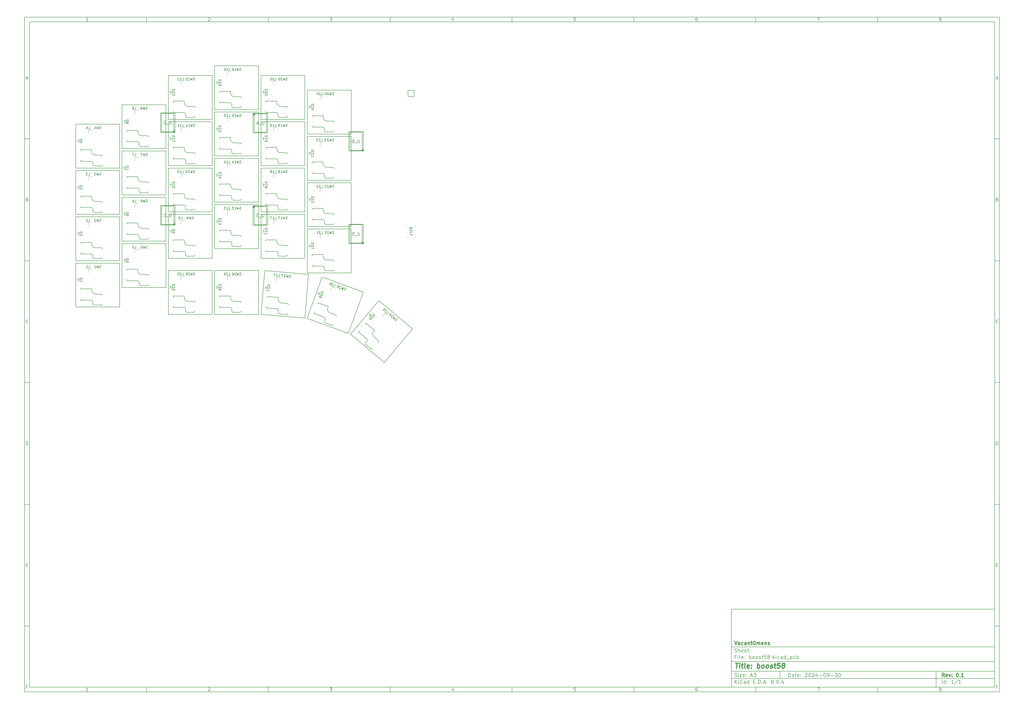
<source format=gbr>
%TF.GenerationSoftware,KiCad,Pcbnew,8.0.4*%
%TF.CreationDate,2024-11-02T00:03:45-06:00*%
%TF.ProjectId,boost58,626f6f73-7435-4382-9e6b-696361645f70,0.1*%
%TF.SameCoordinates,Original*%
%TF.FileFunction,Legend,Bot*%
%TF.FilePolarity,Positive*%
%FSLAX46Y46*%
G04 Gerber Fmt 4.6, Leading zero omitted, Abs format (unit mm)*
G04 Created by KiCad (PCBNEW 8.0.4) date 2024-11-02 00:03:45*
%MOMM*%
%LPD*%
G01*
G04 APERTURE LIST*
%ADD10C,0.100000*%
%ADD11C,0.150000*%
%ADD12C,0.300000*%
%ADD13C,0.400000*%
%ADD14C,0.120000*%
G04 APERTURE END LIST*
D10*
D11*
X299989000Y-253002200D02*
X407989000Y-253002200D01*
X407989000Y-285002200D01*
X299989000Y-285002200D01*
X299989000Y-253002200D01*
D10*
D11*
X10000000Y-10000000D02*
X409989000Y-10000000D01*
X409989000Y-287002200D01*
X10000000Y-287002200D01*
X10000000Y-10000000D01*
D10*
D11*
X12000000Y-12000000D02*
X407989000Y-12000000D01*
X407989000Y-285002200D01*
X12000000Y-285002200D01*
X12000000Y-12000000D01*
D10*
D11*
X60000000Y-12000000D02*
X60000000Y-10000000D01*
D10*
D11*
X110000000Y-12000000D02*
X110000000Y-10000000D01*
D10*
D11*
X160000000Y-12000000D02*
X160000000Y-10000000D01*
D10*
D11*
X210000000Y-12000000D02*
X210000000Y-10000000D01*
D10*
D11*
X260000000Y-12000000D02*
X260000000Y-10000000D01*
D10*
D11*
X310000000Y-12000000D02*
X310000000Y-10000000D01*
D10*
D11*
X360000000Y-12000000D02*
X360000000Y-10000000D01*
D10*
D11*
X36089160Y-11593604D02*
X35346303Y-11593604D01*
X35717731Y-11593604D02*
X35717731Y-10293604D01*
X35717731Y-10293604D02*
X35593922Y-10479319D01*
X35593922Y-10479319D02*
X35470112Y-10603128D01*
X35470112Y-10603128D02*
X35346303Y-10665033D01*
D10*
D11*
X85346303Y-10417414D02*
X85408207Y-10355509D01*
X85408207Y-10355509D02*
X85532017Y-10293604D01*
X85532017Y-10293604D02*
X85841541Y-10293604D01*
X85841541Y-10293604D02*
X85965350Y-10355509D01*
X85965350Y-10355509D02*
X86027255Y-10417414D01*
X86027255Y-10417414D02*
X86089160Y-10541223D01*
X86089160Y-10541223D02*
X86089160Y-10665033D01*
X86089160Y-10665033D02*
X86027255Y-10850747D01*
X86027255Y-10850747D02*
X85284398Y-11593604D01*
X85284398Y-11593604D02*
X86089160Y-11593604D01*
D10*
D11*
X135284398Y-10293604D02*
X136089160Y-10293604D01*
X136089160Y-10293604D02*
X135655826Y-10788842D01*
X135655826Y-10788842D02*
X135841541Y-10788842D01*
X135841541Y-10788842D02*
X135965350Y-10850747D01*
X135965350Y-10850747D02*
X136027255Y-10912652D01*
X136027255Y-10912652D02*
X136089160Y-11036461D01*
X136089160Y-11036461D02*
X136089160Y-11345985D01*
X136089160Y-11345985D02*
X136027255Y-11469795D01*
X136027255Y-11469795D02*
X135965350Y-11531700D01*
X135965350Y-11531700D02*
X135841541Y-11593604D01*
X135841541Y-11593604D02*
X135470112Y-11593604D01*
X135470112Y-11593604D02*
X135346303Y-11531700D01*
X135346303Y-11531700D02*
X135284398Y-11469795D01*
D10*
D11*
X185965350Y-10726938D02*
X185965350Y-11593604D01*
X185655826Y-10231700D02*
X185346303Y-11160271D01*
X185346303Y-11160271D02*
X186151064Y-11160271D01*
D10*
D11*
X236027255Y-10293604D02*
X235408207Y-10293604D01*
X235408207Y-10293604D02*
X235346303Y-10912652D01*
X235346303Y-10912652D02*
X235408207Y-10850747D01*
X235408207Y-10850747D02*
X235532017Y-10788842D01*
X235532017Y-10788842D02*
X235841541Y-10788842D01*
X235841541Y-10788842D02*
X235965350Y-10850747D01*
X235965350Y-10850747D02*
X236027255Y-10912652D01*
X236027255Y-10912652D02*
X236089160Y-11036461D01*
X236089160Y-11036461D02*
X236089160Y-11345985D01*
X236089160Y-11345985D02*
X236027255Y-11469795D01*
X236027255Y-11469795D02*
X235965350Y-11531700D01*
X235965350Y-11531700D02*
X235841541Y-11593604D01*
X235841541Y-11593604D02*
X235532017Y-11593604D01*
X235532017Y-11593604D02*
X235408207Y-11531700D01*
X235408207Y-11531700D02*
X235346303Y-11469795D01*
D10*
D11*
X285965350Y-10293604D02*
X285717731Y-10293604D01*
X285717731Y-10293604D02*
X285593922Y-10355509D01*
X285593922Y-10355509D02*
X285532017Y-10417414D01*
X285532017Y-10417414D02*
X285408207Y-10603128D01*
X285408207Y-10603128D02*
X285346303Y-10850747D01*
X285346303Y-10850747D02*
X285346303Y-11345985D01*
X285346303Y-11345985D02*
X285408207Y-11469795D01*
X285408207Y-11469795D02*
X285470112Y-11531700D01*
X285470112Y-11531700D02*
X285593922Y-11593604D01*
X285593922Y-11593604D02*
X285841541Y-11593604D01*
X285841541Y-11593604D02*
X285965350Y-11531700D01*
X285965350Y-11531700D02*
X286027255Y-11469795D01*
X286027255Y-11469795D02*
X286089160Y-11345985D01*
X286089160Y-11345985D02*
X286089160Y-11036461D01*
X286089160Y-11036461D02*
X286027255Y-10912652D01*
X286027255Y-10912652D02*
X285965350Y-10850747D01*
X285965350Y-10850747D02*
X285841541Y-10788842D01*
X285841541Y-10788842D02*
X285593922Y-10788842D01*
X285593922Y-10788842D02*
X285470112Y-10850747D01*
X285470112Y-10850747D02*
X285408207Y-10912652D01*
X285408207Y-10912652D02*
X285346303Y-11036461D01*
D10*
D11*
X335284398Y-10293604D02*
X336151064Y-10293604D01*
X336151064Y-10293604D02*
X335593922Y-11593604D01*
D10*
D11*
X385593922Y-10850747D02*
X385470112Y-10788842D01*
X385470112Y-10788842D02*
X385408207Y-10726938D01*
X385408207Y-10726938D02*
X385346303Y-10603128D01*
X385346303Y-10603128D02*
X385346303Y-10541223D01*
X385346303Y-10541223D02*
X385408207Y-10417414D01*
X385408207Y-10417414D02*
X385470112Y-10355509D01*
X385470112Y-10355509D02*
X385593922Y-10293604D01*
X385593922Y-10293604D02*
X385841541Y-10293604D01*
X385841541Y-10293604D02*
X385965350Y-10355509D01*
X385965350Y-10355509D02*
X386027255Y-10417414D01*
X386027255Y-10417414D02*
X386089160Y-10541223D01*
X386089160Y-10541223D02*
X386089160Y-10603128D01*
X386089160Y-10603128D02*
X386027255Y-10726938D01*
X386027255Y-10726938D02*
X385965350Y-10788842D01*
X385965350Y-10788842D02*
X385841541Y-10850747D01*
X385841541Y-10850747D02*
X385593922Y-10850747D01*
X385593922Y-10850747D02*
X385470112Y-10912652D01*
X385470112Y-10912652D02*
X385408207Y-10974557D01*
X385408207Y-10974557D02*
X385346303Y-11098366D01*
X385346303Y-11098366D02*
X385346303Y-11345985D01*
X385346303Y-11345985D02*
X385408207Y-11469795D01*
X385408207Y-11469795D02*
X385470112Y-11531700D01*
X385470112Y-11531700D02*
X385593922Y-11593604D01*
X385593922Y-11593604D02*
X385841541Y-11593604D01*
X385841541Y-11593604D02*
X385965350Y-11531700D01*
X385965350Y-11531700D02*
X386027255Y-11469795D01*
X386027255Y-11469795D02*
X386089160Y-11345985D01*
X386089160Y-11345985D02*
X386089160Y-11098366D01*
X386089160Y-11098366D02*
X386027255Y-10974557D01*
X386027255Y-10974557D02*
X385965350Y-10912652D01*
X385965350Y-10912652D02*
X385841541Y-10850747D01*
D10*
D11*
X60000000Y-285002200D02*
X60000000Y-287002200D01*
D10*
D11*
X110000000Y-285002200D02*
X110000000Y-287002200D01*
D10*
D11*
X160000000Y-285002200D02*
X160000000Y-287002200D01*
D10*
D11*
X210000000Y-285002200D02*
X210000000Y-287002200D01*
D10*
D11*
X260000000Y-285002200D02*
X260000000Y-287002200D01*
D10*
D11*
X310000000Y-285002200D02*
X310000000Y-287002200D01*
D10*
D11*
X360000000Y-285002200D02*
X360000000Y-287002200D01*
D10*
D11*
X36089160Y-286595804D02*
X35346303Y-286595804D01*
X35717731Y-286595804D02*
X35717731Y-285295804D01*
X35717731Y-285295804D02*
X35593922Y-285481519D01*
X35593922Y-285481519D02*
X35470112Y-285605328D01*
X35470112Y-285605328D02*
X35346303Y-285667233D01*
D10*
D11*
X85346303Y-285419614D02*
X85408207Y-285357709D01*
X85408207Y-285357709D02*
X85532017Y-285295804D01*
X85532017Y-285295804D02*
X85841541Y-285295804D01*
X85841541Y-285295804D02*
X85965350Y-285357709D01*
X85965350Y-285357709D02*
X86027255Y-285419614D01*
X86027255Y-285419614D02*
X86089160Y-285543423D01*
X86089160Y-285543423D02*
X86089160Y-285667233D01*
X86089160Y-285667233D02*
X86027255Y-285852947D01*
X86027255Y-285852947D02*
X85284398Y-286595804D01*
X85284398Y-286595804D02*
X86089160Y-286595804D01*
D10*
D11*
X135284398Y-285295804D02*
X136089160Y-285295804D01*
X136089160Y-285295804D02*
X135655826Y-285791042D01*
X135655826Y-285791042D02*
X135841541Y-285791042D01*
X135841541Y-285791042D02*
X135965350Y-285852947D01*
X135965350Y-285852947D02*
X136027255Y-285914852D01*
X136027255Y-285914852D02*
X136089160Y-286038661D01*
X136089160Y-286038661D02*
X136089160Y-286348185D01*
X136089160Y-286348185D02*
X136027255Y-286471995D01*
X136027255Y-286471995D02*
X135965350Y-286533900D01*
X135965350Y-286533900D02*
X135841541Y-286595804D01*
X135841541Y-286595804D02*
X135470112Y-286595804D01*
X135470112Y-286595804D02*
X135346303Y-286533900D01*
X135346303Y-286533900D02*
X135284398Y-286471995D01*
D10*
D11*
X185965350Y-285729138D02*
X185965350Y-286595804D01*
X185655826Y-285233900D02*
X185346303Y-286162471D01*
X185346303Y-286162471D02*
X186151064Y-286162471D01*
D10*
D11*
X236027255Y-285295804D02*
X235408207Y-285295804D01*
X235408207Y-285295804D02*
X235346303Y-285914852D01*
X235346303Y-285914852D02*
X235408207Y-285852947D01*
X235408207Y-285852947D02*
X235532017Y-285791042D01*
X235532017Y-285791042D02*
X235841541Y-285791042D01*
X235841541Y-285791042D02*
X235965350Y-285852947D01*
X235965350Y-285852947D02*
X236027255Y-285914852D01*
X236027255Y-285914852D02*
X236089160Y-286038661D01*
X236089160Y-286038661D02*
X236089160Y-286348185D01*
X236089160Y-286348185D02*
X236027255Y-286471995D01*
X236027255Y-286471995D02*
X235965350Y-286533900D01*
X235965350Y-286533900D02*
X235841541Y-286595804D01*
X235841541Y-286595804D02*
X235532017Y-286595804D01*
X235532017Y-286595804D02*
X235408207Y-286533900D01*
X235408207Y-286533900D02*
X235346303Y-286471995D01*
D10*
D11*
X285965350Y-285295804D02*
X285717731Y-285295804D01*
X285717731Y-285295804D02*
X285593922Y-285357709D01*
X285593922Y-285357709D02*
X285532017Y-285419614D01*
X285532017Y-285419614D02*
X285408207Y-285605328D01*
X285408207Y-285605328D02*
X285346303Y-285852947D01*
X285346303Y-285852947D02*
X285346303Y-286348185D01*
X285346303Y-286348185D02*
X285408207Y-286471995D01*
X285408207Y-286471995D02*
X285470112Y-286533900D01*
X285470112Y-286533900D02*
X285593922Y-286595804D01*
X285593922Y-286595804D02*
X285841541Y-286595804D01*
X285841541Y-286595804D02*
X285965350Y-286533900D01*
X285965350Y-286533900D02*
X286027255Y-286471995D01*
X286027255Y-286471995D02*
X286089160Y-286348185D01*
X286089160Y-286348185D02*
X286089160Y-286038661D01*
X286089160Y-286038661D02*
X286027255Y-285914852D01*
X286027255Y-285914852D02*
X285965350Y-285852947D01*
X285965350Y-285852947D02*
X285841541Y-285791042D01*
X285841541Y-285791042D02*
X285593922Y-285791042D01*
X285593922Y-285791042D02*
X285470112Y-285852947D01*
X285470112Y-285852947D02*
X285408207Y-285914852D01*
X285408207Y-285914852D02*
X285346303Y-286038661D01*
D10*
D11*
X335284398Y-285295804D02*
X336151064Y-285295804D01*
X336151064Y-285295804D02*
X335593922Y-286595804D01*
D10*
D11*
X385593922Y-285852947D02*
X385470112Y-285791042D01*
X385470112Y-285791042D02*
X385408207Y-285729138D01*
X385408207Y-285729138D02*
X385346303Y-285605328D01*
X385346303Y-285605328D02*
X385346303Y-285543423D01*
X385346303Y-285543423D02*
X385408207Y-285419614D01*
X385408207Y-285419614D02*
X385470112Y-285357709D01*
X385470112Y-285357709D02*
X385593922Y-285295804D01*
X385593922Y-285295804D02*
X385841541Y-285295804D01*
X385841541Y-285295804D02*
X385965350Y-285357709D01*
X385965350Y-285357709D02*
X386027255Y-285419614D01*
X386027255Y-285419614D02*
X386089160Y-285543423D01*
X386089160Y-285543423D02*
X386089160Y-285605328D01*
X386089160Y-285605328D02*
X386027255Y-285729138D01*
X386027255Y-285729138D02*
X385965350Y-285791042D01*
X385965350Y-285791042D02*
X385841541Y-285852947D01*
X385841541Y-285852947D02*
X385593922Y-285852947D01*
X385593922Y-285852947D02*
X385470112Y-285914852D01*
X385470112Y-285914852D02*
X385408207Y-285976757D01*
X385408207Y-285976757D02*
X385346303Y-286100566D01*
X385346303Y-286100566D02*
X385346303Y-286348185D01*
X385346303Y-286348185D02*
X385408207Y-286471995D01*
X385408207Y-286471995D02*
X385470112Y-286533900D01*
X385470112Y-286533900D02*
X385593922Y-286595804D01*
X385593922Y-286595804D02*
X385841541Y-286595804D01*
X385841541Y-286595804D02*
X385965350Y-286533900D01*
X385965350Y-286533900D02*
X386027255Y-286471995D01*
X386027255Y-286471995D02*
X386089160Y-286348185D01*
X386089160Y-286348185D02*
X386089160Y-286100566D01*
X386089160Y-286100566D02*
X386027255Y-285976757D01*
X386027255Y-285976757D02*
X385965350Y-285914852D01*
X385965350Y-285914852D02*
X385841541Y-285852947D01*
D10*
D11*
X10000000Y-60000000D02*
X12000000Y-60000000D01*
D10*
D11*
X10000000Y-110000000D02*
X12000000Y-110000000D01*
D10*
D11*
X10000000Y-160000000D02*
X12000000Y-160000000D01*
D10*
D11*
X10000000Y-210000000D02*
X12000000Y-210000000D01*
D10*
D11*
X10000000Y-260000000D02*
X12000000Y-260000000D01*
D10*
D11*
X10690476Y-35222176D02*
X11309523Y-35222176D01*
X10566666Y-35593604D02*
X10999999Y-34293604D01*
X10999999Y-34293604D02*
X11433333Y-35593604D01*
D10*
D11*
X11092857Y-84912652D02*
X11278571Y-84974557D01*
X11278571Y-84974557D02*
X11340476Y-85036461D01*
X11340476Y-85036461D02*
X11402380Y-85160271D01*
X11402380Y-85160271D02*
X11402380Y-85345985D01*
X11402380Y-85345985D02*
X11340476Y-85469795D01*
X11340476Y-85469795D02*
X11278571Y-85531700D01*
X11278571Y-85531700D02*
X11154761Y-85593604D01*
X11154761Y-85593604D02*
X10659523Y-85593604D01*
X10659523Y-85593604D02*
X10659523Y-84293604D01*
X10659523Y-84293604D02*
X11092857Y-84293604D01*
X11092857Y-84293604D02*
X11216666Y-84355509D01*
X11216666Y-84355509D02*
X11278571Y-84417414D01*
X11278571Y-84417414D02*
X11340476Y-84541223D01*
X11340476Y-84541223D02*
X11340476Y-84665033D01*
X11340476Y-84665033D02*
X11278571Y-84788842D01*
X11278571Y-84788842D02*
X11216666Y-84850747D01*
X11216666Y-84850747D02*
X11092857Y-84912652D01*
X11092857Y-84912652D02*
X10659523Y-84912652D01*
D10*
D11*
X11402380Y-135469795D02*
X11340476Y-135531700D01*
X11340476Y-135531700D02*
X11154761Y-135593604D01*
X11154761Y-135593604D02*
X11030952Y-135593604D01*
X11030952Y-135593604D02*
X10845238Y-135531700D01*
X10845238Y-135531700D02*
X10721428Y-135407890D01*
X10721428Y-135407890D02*
X10659523Y-135284080D01*
X10659523Y-135284080D02*
X10597619Y-135036461D01*
X10597619Y-135036461D02*
X10597619Y-134850747D01*
X10597619Y-134850747D02*
X10659523Y-134603128D01*
X10659523Y-134603128D02*
X10721428Y-134479319D01*
X10721428Y-134479319D02*
X10845238Y-134355509D01*
X10845238Y-134355509D02*
X11030952Y-134293604D01*
X11030952Y-134293604D02*
X11154761Y-134293604D01*
X11154761Y-134293604D02*
X11340476Y-134355509D01*
X11340476Y-134355509D02*
X11402380Y-134417414D01*
D10*
D11*
X10659523Y-185593604D02*
X10659523Y-184293604D01*
X10659523Y-184293604D02*
X10969047Y-184293604D01*
X10969047Y-184293604D02*
X11154761Y-184355509D01*
X11154761Y-184355509D02*
X11278571Y-184479319D01*
X11278571Y-184479319D02*
X11340476Y-184603128D01*
X11340476Y-184603128D02*
X11402380Y-184850747D01*
X11402380Y-184850747D02*
X11402380Y-185036461D01*
X11402380Y-185036461D02*
X11340476Y-185284080D01*
X11340476Y-185284080D02*
X11278571Y-185407890D01*
X11278571Y-185407890D02*
X11154761Y-185531700D01*
X11154761Y-185531700D02*
X10969047Y-185593604D01*
X10969047Y-185593604D02*
X10659523Y-185593604D01*
D10*
D11*
X10721428Y-234912652D02*
X11154762Y-234912652D01*
X11340476Y-235593604D02*
X10721428Y-235593604D01*
X10721428Y-235593604D02*
X10721428Y-234293604D01*
X10721428Y-234293604D02*
X11340476Y-234293604D01*
D10*
D11*
X11185714Y-284912652D02*
X10752380Y-284912652D01*
X10752380Y-285593604D02*
X10752380Y-284293604D01*
X10752380Y-284293604D02*
X11371428Y-284293604D01*
D10*
D11*
X409989000Y-60000000D02*
X407989000Y-60000000D01*
D10*
D11*
X409989000Y-110000000D02*
X407989000Y-110000000D01*
D10*
D11*
X409989000Y-160000000D02*
X407989000Y-160000000D01*
D10*
D11*
X409989000Y-210000000D02*
X407989000Y-210000000D01*
D10*
D11*
X409989000Y-260000000D02*
X407989000Y-260000000D01*
D10*
D11*
X408679476Y-35222176D02*
X409298523Y-35222176D01*
X408555666Y-35593604D02*
X408988999Y-34293604D01*
X408988999Y-34293604D02*
X409422333Y-35593604D01*
D10*
D11*
X409081857Y-84912652D02*
X409267571Y-84974557D01*
X409267571Y-84974557D02*
X409329476Y-85036461D01*
X409329476Y-85036461D02*
X409391380Y-85160271D01*
X409391380Y-85160271D02*
X409391380Y-85345985D01*
X409391380Y-85345985D02*
X409329476Y-85469795D01*
X409329476Y-85469795D02*
X409267571Y-85531700D01*
X409267571Y-85531700D02*
X409143761Y-85593604D01*
X409143761Y-85593604D02*
X408648523Y-85593604D01*
X408648523Y-85593604D02*
X408648523Y-84293604D01*
X408648523Y-84293604D02*
X409081857Y-84293604D01*
X409081857Y-84293604D02*
X409205666Y-84355509D01*
X409205666Y-84355509D02*
X409267571Y-84417414D01*
X409267571Y-84417414D02*
X409329476Y-84541223D01*
X409329476Y-84541223D02*
X409329476Y-84665033D01*
X409329476Y-84665033D02*
X409267571Y-84788842D01*
X409267571Y-84788842D02*
X409205666Y-84850747D01*
X409205666Y-84850747D02*
X409081857Y-84912652D01*
X409081857Y-84912652D02*
X408648523Y-84912652D01*
D10*
D11*
X409391380Y-135469795D02*
X409329476Y-135531700D01*
X409329476Y-135531700D02*
X409143761Y-135593604D01*
X409143761Y-135593604D02*
X409019952Y-135593604D01*
X409019952Y-135593604D02*
X408834238Y-135531700D01*
X408834238Y-135531700D02*
X408710428Y-135407890D01*
X408710428Y-135407890D02*
X408648523Y-135284080D01*
X408648523Y-135284080D02*
X408586619Y-135036461D01*
X408586619Y-135036461D02*
X408586619Y-134850747D01*
X408586619Y-134850747D02*
X408648523Y-134603128D01*
X408648523Y-134603128D02*
X408710428Y-134479319D01*
X408710428Y-134479319D02*
X408834238Y-134355509D01*
X408834238Y-134355509D02*
X409019952Y-134293604D01*
X409019952Y-134293604D02*
X409143761Y-134293604D01*
X409143761Y-134293604D02*
X409329476Y-134355509D01*
X409329476Y-134355509D02*
X409391380Y-134417414D01*
D10*
D11*
X408648523Y-185593604D02*
X408648523Y-184293604D01*
X408648523Y-184293604D02*
X408958047Y-184293604D01*
X408958047Y-184293604D02*
X409143761Y-184355509D01*
X409143761Y-184355509D02*
X409267571Y-184479319D01*
X409267571Y-184479319D02*
X409329476Y-184603128D01*
X409329476Y-184603128D02*
X409391380Y-184850747D01*
X409391380Y-184850747D02*
X409391380Y-185036461D01*
X409391380Y-185036461D02*
X409329476Y-185284080D01*
X409329476Y-185284080D02*
X409267571Y-185407890D01*
X409267571Y-185407890D02*
X409143761Y-185531700D01*
X409143761Y-185531700D02*
X408958047Y-185593604D01*
X408958047Y-185593604D02*
X408648523Y-185593604D01*
D10*
D11*
X408710428Y-234912652D02*
X409143762Y-234912652D01*
X409329476Y-235593604D02*
X408710428Y-235593604D01*
X408710428Y-235593604D02*
X408710428Y-234293604D01*
X408710428Y-234293604D02*
X409329476Y-234293604D01*
D10*
D11*
X409174714Y-284912652D02*
X408741380Y-284912652D01*
X408741380Y-285593604D02*
X408741380Y-284293604D01*
X408741380Y-284293604D02*
X409360428Y-284293604D01*
D10*
D11*
X323444826Y-280788328D02*
X323444826Y-279288328D01*
X323444826Y-279288328D02*
X323801969Y-279288328D01*
X323801969Y-279288328D02*
X324016255Y-279359757D01*
X324016255Y-279359757D02*
X324159112Y-279502614D01*
X324159112Y-279502614D02*
X324230541Y-279645471D01*
X324230541Y-279645471D02*
X324301969Y-279931185D01*
X324301969Y-279931185D02*
X324301969Y-280145471D01*
X324301969Y-280145471D02*
X324230541Y-280431185D01*
X324230541Y-280431185D02*
X324159112Y-280574042D01*
X324159112Y-280574042D02*
X324016255Y-280716900D01*
X324016255Y-280716900D02*
X323801969Y-280788328D01*
X323801969Y-280788328D02*
X323444826Y-280788328D01*
X325587684Y-280788328D02*
X325587684Y-280002614D01*
X325587684Y-280002614D02*
X325516255Y-279859757D01*
X325516255Y-279859757D02*
X325373398Y-279788328D01*
X325373398Y-279788328D02*
X325087684Y-279788328D01*
X325087684Y-279788328D02*
X324944826Y-279859757D01*
X325587684Y-280716900D02*
X325444826Y-280788328D01*
X325444826Y-280788328D02*
X325087684Y-280788328D01*
X325087684Y-280788328D02*
X324944826Y-280716900D01*
X324944826Y-280716900D02*
X324873398Y-280574042D01*
X324873398Y-280574042D02*
X324873398Y-280431185D01*
X324873398Y-280431185D02*
X324944826Y-280288328D01*
X324944826Y-280288328D02*
X325087684Y-280216900D01*
X325087684Y-280216900D02*
X325444826Y-280216900D01*
X325444826Y-280216900D02*
X325587684Y-280145471D01*
X326087684Y-279788328D02*
X326659112Y-279788328D01*
X326301969Y-279288328D02*
X326301969Y-280574042D01*
X326301969Y-280574042D02*
X326373398Y-280716900D01*
X326373398Y-280716900D02*
X326516255Y-280788328D01*
X326516255Y-280788328D02*
X326659112Y-280788328D01*
X327730541Y-280716900D02*
X327587684Y-280788328D01*
X327587684Y-280788328D02*
X327301970Y-280788328D01*
X327301970Y-280788328D02*
X327159112Y-280716900D01*
X327159112Y-280716900D02*
X327087684Y-280574042D01*
X327087684Y-280574042D02*
X327087684Y-280002614D01*
X327087684Y-280002614D02*
X327159112Y-279859757D01*
X327159112Y-279859757D02*
X327301970Y-279788328D01*
X327301970Y-279788328D02*
X327587684Y-279788328D01*
X327587684Y-279788328D02*
X327730541Y-279859757D01*
X327730541Y-279859757D02*
X327801970Y-280002614D01*
X327801970Y-280002614D02*
X327801970Y-280145471D01*
X327801970Y-280145471D02*
X327087684Y-280288328D01*
X328444826Y-280645471D02*
X328516255Y-280716900D01*
X328516255Y-280716900D02*
X328444826Y-280788328D01*
X328444826Y-280788328D02*
X328373398Y-280716900D01*
X328373398Y-280716900D02*
X328444826Y-280645471D01*
X328444826Y-280645471D02*
X328444826Y-280788328D01*
X328444826Y-279859757D02*
X328516255Y-279931185D01*
X328516255Y-279931185D02*
X328444826Y-280002614D01*
X328444826Y-280002614D02*
X328373398Y-279931185D01*
X328373398Y-279931185D02*
X328444826Y-279859757D01*
X328444826Y-279859757D02*
X328444826Y-280002614D01*
X330230541Y-279431185D02*
X330301969Y-279359757D01*
X330301969Y-279359757D02*
X330444827Y-279288328D01*
X330444827Y-279288328D02*
X330801969Y-279288328D01*
X330801969Y-279288328D02*
X330944827Y-279359757D01*
X330944827Y-279359757D02*
X331016255Y-279431185D01*
X331016255Y-279431185D02*
X331087684Y-279574042D01*
X331087684Y-279574042D02*
X331087684Y-279716900D01*
X331087684Y-279716900D02*
X331016255Y-279931185D01*
X331016255Y-279931185D02*
X330159112Y-280788328D01*
X330159112Y-280788328D02*
X331087684Y-280788328D01*
X332016255Y-279288328D02*
X332159112Y-279288328D01*
X332159112Y-279288328D02*
X332301969Y-279359757D01*
X332301969Y-279359757D02*
X332373398Y-279431185D01*
X332373398Y-279431185D02*
X332444826Y-279574042D01*
X332444826Y-279574042D02*
X332516255Y-279859757D01*
X332516255Y-279859757D02*
X332516255Y-280216900D01*
X332516255Y-280216900D02*
X332444826Y-280502614D01*
X332444826Y-280502614D02*
X332373398Y-280645471D01*
X332373398Y-280645471D02*
X332301969Y-280716900D01*
X332301969Y-280716900D02*
X332159112Y-280788328D01*
X332159112Y-280788328D02*
X332016255Y-280788328D01*
X332016255Y-280788328D02*
X331873398Y-280716900D01*
X331873398Y-280716900D02*
X331801969Y-280645471D01*
X331801969Y-280645471D02*
X331730540Y-280502614D01*
X331730540Y-280502614D02*
X331659112Y-280216900D01*
X331659112Y-280216900D02*
X331659112Y-279859757D01*
X331659112Y-279859757D02*
X331730540Y-279574042D01*
X331730540Y-279574042D02*
X331801969Y-279431185D01*
X331801969Y-279431185D02*
X331873398Y-279359757D01*
X331873398Y-279359757D02*
X332016255Y-279288328D01*
X333087683Y-279431185D02*
X333159111Y-279359757D01*
X333159111Y-279359757D02*
X333301969Y-279288328D01*
X333301969Y-279288328D02*
X333659111Y-279288328D01*
X333659111Y-279288328D02*
X333801969Y-279359757D01*
X333801969Y-279359757D02*
X333873397Y-279431185D01*
X333873397Y-279431185D02*
X333944826Y-279574042D01*
X333944826Y-279574042D02*
X333944826Y-279716900D01*
X333944826Y-279716900D02*
X333873397Y-279931185D01*
X333873397Y-279931185D02*
X333016254Y-280788328D01*
X333016254Y-280788328D02*
X333944826Y-280788328D01*
X335230540Y-279788328D02*
X335230540Y-280788328D01*
X334873397Y-279216900D02*
X334516254Y-280288328D01*
X334516254Y-280288328D02*
X335444825Y-280288328D01*
X336016253Y-280216900D02*
X337159111Y-280216900D01*
X338159111Y-279288328D02*
X338301968Y-279288328D01*
X338301968Y-279288328D02*
X338444825Y-279359757D01*
X338444825Y-279359757D02*
X338516254Y-279431185D01*
X338516254Y-279431185D02*
X338587682Y-279574042D01*
X338587682Y-279574042D02*
X338659111Y-279859757D01*
X338659111Y-279859757D02*
X338659111Y-280216900D01*
X338659111Y-280216900D02*
X338587682Y-280502614D01*
X338587682Y-280502614D02*
X338516254Y-280645471D01*
X338516254Y-280645471D02*
X338444825Y-280716900D01*
X338444825Y-280716900D02*
X338301968Y-280788328D01*
X338301968Y-280788328D02*
X338159111Y-280788328D01*
X338159111Y-280788328D02*
X338016254Y-280716900D01*
X338016254Y-280716900D02*
X337944825Y-280645471D01*
X337944825Y-280645471D02*
X337873396Y-280502614D01*
X337873396Y-280502614D02*
X337801968Y-280216900D01*
X337801968Y-280216900D02*
X337801968Y-279859757D01*
X337801968Y-279859757D02*
X337873396Y-279574042D01*
X337873396Y-279574042D02*
X337944825Y-279431185D01*
X337944825Y-279431185D02*
X338016254Y-279359757D01*
X338016254Y-279359757D02*
X338159111Y-279288328D01*
X339373396Y-280788328D02*
X339659110Y-280788328D01*
X339659110Y-280788328D02*
X339801967Y-280716900D01*
X339801967Y-280716900D02*
X339873396Y-280645471D01*
X339873396Y-280645471D02*
X340016253Y-280431185D01*
X340016253Y-280431185D02*
X340087682Y-280145471D01*
X340087682Y-280145471D02*
X340087682Y-279574042D01*
X340087682Y-279574042D02*
X340016253Y-279431185D01*
X340016253Y-279431185D02*
X339944825Y-279359757D01*
X339944825Y-279359757D02*
X339801967Y-279288328D01*
X339801967Y-279288328D02*
X339516253Y-279288328D01*
X339516253Y-279288328D02*
X339373396Y-279359757D01*
X339373396Y-279359757D02*
X339301967Y-279431185D01*
X339301967Y-279431185D02*
X339230539Y-279574042D01*
X339230539Y-279574042D02*
X339230539Y-279931185D01*
X339230539Y-279931185D02*
X339301967Y-280074042D01*
X339301967Y-280074042D02*
X339373396Y-280145471D01*
X339373396Y-280145471D02*
X339516253Y-280216900D01*
X339516253Y-280216900D02*
X339801967Y-280216900D01*
X339801967Y-280216900D02*
X339944825Y-280145471D01*
X339944825Y-280145471D02*
X340016253Y-280074042D01*
X340016253Y-280074042D02*
X340087682Y-279931185D01*
X340730538Y-280216900D02*
X341873396Y-280216900D01*
X342444824Y-279288328D02*
X343373396Y-279288328D01*
X343373396Y-279288328D02*
X342873396Y-279859757D01*
X342873396Y-279859757D02*
X343087681Y-279859757D01*
X343087681Y-279859757D02*
X343230539Y-279931185D01*
X343230539Y-279931185D02*
X343301967Y-280002614D01*
X343301967Y-280002614D02*
X343373396Y-280145471D01*
X343373396Y-280145471D02*
X343373396Y-280502614D01*
X343373396Y-280502614D02*
X343301967Y-280645471D01*
X343301967Y-280645471D02*
X343230539Y-280716900D01*
X343230539Y-280716900D02*
X343087681Y-280788328D01*
X343087681Y-280788328D02*
X342659110Y-280788328D01*
X342659110Y-280788328D02*
X342516253Y-280716900D01*
X342516253Y-280716900D02*
X342444824Y-280645471D01*
X344301967Y-279288328D02*
X344444824Y-279288328D01*
X344444824Y-279288328D02*
X344587681Y-279359757D01*
X344587681Y-279359757D02*
X344659110Y-279431185D01*
X344659110Y-279431185D02*
X344730538Y-279574042D01*
X344730538Y-279574042D02*
X344801967Y-279859757D01*
X344801967Y-279859757D02*
X344801967Y-280216900D01*
X344801967Y-280216900D02*
X344730538Y-280502614D01*
X344730538Y-280502614D02*
X344659110Y-280645471D01*
X344659110Y-280645471D02*
X344587681Y-280716900D01*
X344587681Y-280716900D02*
X344444824Y-280788328D01*
X344444824Y-280788328D02*
X344301967Y-280788328D01*
X344301967Y-280788328D02*
X344159110Y-280716900D01*
X344159110Y-280716900D02*
X344087681Y-280645471D01*
X344087681Y-280645471D02*
X344016252Y-280502614D01*
X344016252Y-280502614D02*
X343944824Y-280216900D01*
X343944824Y-280216900D02*
X343944824Y-279859757D01*
X343944824Y-279859757D02*
X344016252Y-279574042D01*
X344016252Y-279574042D02*
X344087681Y-279431185D01*
X344087681Y-279431185D02*
X344159110Y-279359757D01*
X344159110Y-279359757D02*
X344301967Y-279288328D01*
D10*
D11*
X299989000Y-281502200D02*
X407989000Y-281502200D01*
D10*
D11*
X301444826Y-283588328D02*
X301444826Y-282088328D01*
X302301969Y-283588328D02*
X301659112Y-282731185D01*
X302301969Y-282088328D02*
X301444826Y-282945471D01*
X302944826Y-283588328D02*
X302944826Y-282588328D01*
X302944826Y-282088328D02*
X302873398Y-282159757D01*
X302873398Y-282159757D02*
X302944826Y-282231185D01*
X302944826Y-282231185D02*
X303016255Y-282159757D01*
X303016255Y-282159757D02*
X302944826Y-282088328D01*
X302944826Y-282088328D02*
X302944826Y-282231185D01*
X304516255Y-283445471D02*
X304444827Y-283516900D01*
X304444827Y-283516900D02*
X304230541Y-283588328D01*
X304230541Y-283588328D02*
X304087684Y-283588328D01*
X304087684Y-283588328D02*
X303873398Y-283516900D01*
X303873398Y-283516900D02*
X303730541Y-283374042D01*
X303730541Y-283374042D02*
X303659112Y-283231185D01*
X303659112Y-283231185D02*
X303587684Y-282945471D01*
X303587684Y-282945471D02*
X303587684Y-282731185D01*
X303587684Y-282731185D02*
X303659112Y-282445471D01*
X303659112Y-282445471D02*
X303730541Y-282302614D01*
X303730541Y-282302614D02*
X303873398Y-282159757D01*
X303873398Y-282159757D02*
X304087684Y-282088328D01*
X304087684Y-282088328D02*
X304230541Y-282088328D01*
X304230541Y-282088328D02*
X304444827Y-282159757D01*
X304444827Y-282159757D02*
X304516255Y-282231185D01*
X305801970Y-283588328D02*
X305801970Y-282802614D01*
X305801970Y-282802614D02*
X305730541Y-282659757D01*
X305730541Y-282659757D02*
X305587684Y-282588328D01*
X305587684Y-282588328D02*
X305301970Y-282588328D01*
X305301970Y-282588328D02*
X305159112Y-282659757D01*
X305801970Y-283516900D02*
X305659112Y-283588328D01*
X305659112Y-283588328D02*
X305301970Y-283588328D01*
X305301970Y-283588328D02*
X305159112Y-283516900D01*
X305159112Y-283516900D02*
X305087684Y-283374042D01*
X305087684Y-283374042D02*
X305087684Y-283231185D01*
X305087684Y-283231185D02*
X305159112Y-283088328D01*
X305159112Y-283088328D02*
X305301970Y-283016900D01*
X305301970Y-283016900D02*
X305659112Y-283016900D01*
X305659112Y-283016900D02*
X305801970Y-282945471D01*
X307159113Y-283588328D02*
X307159113Y-282088328D01*
X307159113Y-283516900D02*
X307016255Y-283588328D01*
X307016255Y-283588328D02*
X306730541Y-283588328D01*
X306730541Y-283588328D02*
X306587684Y-283516900D01*
X306587684Y-283516900D02*
X306516255Y-283445471D01*
X306516255Y-283445471D02*
X306444827Y-283302614D01*
X306444827Y-283302614D02*
X306444827Y-282874042D01*
X306444827Y-282874042D02*
X306516255Y-282731185D01*
X306516255Y-282731185D02*
X306587684Y-282659757D01*
X306587684Y-282659757D02*
X306730541Y-282588328D01*
X306730541Y-282588328D02*
X307016255Y-282588328D01*
X307016255Y-282588328D02*
X307159113Y-282659757D01*
X309016255Y-282802614D02*
X309516255Y-282802614D01*
X309730541Y-283588328D02*
X309016255Y-283588328D01*
X309016255Y-283588328D02*
X309016255Y-282088328D01*
X309016255Y-282088328D02*
X309730541Y-282088328D01*
X310373398Y-283445471D02*
X310444827Y-283516900D01*
X310444827Y-283516900D02*
X310373398Y-283588328D01*
X310373398Y-283588328D02*
X310301970Y-283516900D01*
X310301970Y-283516900D02*
X310373398Y-283445471D01*
X310373398Y-283445471D02*
X310373398Y-283588328D01*
X311087684Y-283588328D02*
X311087684Y-282088328D01*
X311087684Y-282088328D02*
X311444827Y-282088328D01*
X311444827Y-282088328D02*
X311659113Y-282159757D01*
X311659113Y-282159757D02*
X311801970Y-282302614D01*
X311801970Y-282302614D02*
X311873399Y-282445471D01*
X311873399Y-282445471D02*
X311944827Y-282731185D01*
X311944827Y-282731185D02*
X311944827Y-282945471D01*
X311944827Y-282945471D02*
X311873399Y-283231185D01*
X311873399Y-283231185D02*
X311801970Y-283374042D01*
X311801970Y-283374042D02*
X311659113Y-283516900D01*
X311659113Y-283516900D02*
X311444827Y-283588328D01*
X311444827Y-283588328D02*
X311087684Y-283588328D01*
X312587684Y-283445471D02*
X312659113Y-283516900D01*
X312659113Y-283516900D02*
X312587684Y-283588328D01*
X312587684Y-283588328D02*
X312516256Y-283516900D01*
X312516256Y-283516900D02*
X312587684Y-283445471D01*
X312587684Y-283445471D02*
X312587684Y-283588328D01*
X313230542Y-283159757D02*
X313944828Y-283159757D01*
X313087685Y-283588328D02*
X313587685Y-282088328D01*
X313587685Y-282088328D02*
X314087685Y-283588328D01*
X314587684Y-283445471D02*
X314659113Y-283516900D01*
X314659113Y-283516900D02*
X314587684Y-283588328D01*
X314587684Y-283588328D02*
X314516256Y-283516900D01*
X314516256Y-283516900D02*
X314587684Y-283445471D01*
X314587684Y-283445471D02*
X314587684Y-283588328D01*
X316659113Y-282731185D02*
X316516256Y-282659757D01*
X316516256Y-282659757D02*
X316444827Y-282588328D01*
X316444827Y-282588328D02*
X316373399Y-282445471D01*
X316373399Y-282445471D02*
X316373399Y-282374042D01*
X316373399Y-282374042D02*
X316444827Y-282231185D01*
X316444827Y-282231185D02*
X316516256Y-282159757D01*
X316516256Y-282159757D02*
X316659113Y-282088328D01*
X316659113Y-282088328D02*
X316944827Y-282088328D01*
X316944827Y-282088328D02*
X317087685Y-282159757D01*
X317087685Y-282159757D02*
X317159113Y-282231185D01*
X317159113Y-282231185D02*
X317230542Y-282374042D01*
X317230542Y-282374042D02*
X317230542Y-282445471D01*
X317230542Y-282445471D02*
X317159113Y-282588328D01*
X317159113Y-282588328D02*
X317087685Y-282659757D01*
X317087685Y-282659757D02*
X316944827Y-282731185D01*
X316944827Y-282731185D02*
X316659113Y-282731185D01*
X316659113Y-282731185D02*
X316516256Y-282802614D01*
X316516256Y-282802614D02*
X316444827Y-282874042D01*
X316444827Y-282874042D02*
X316373399Y-283016900D01*
X316373399Y-283016900D02*
X316373399Y-283302614D01*
X316373399Y-283302614D02*
X316444827Y-283445471D01*
X316444827Y-283445471D02*
X316516256Y-283516900D01*
X316516256Y-283516900D02*
X316659113Y-283588328D01*
X316659113Y-283588328D02*
X316944827Y-283588328D01*
X316944827Y-283588328D02*
X317087685Y-283516900D01*
X317087685Y-283516900D02*
X317159113Y-283445471D01*
X317159113Y-283445471D02*
X317230542Y-283302614D01*
X317230542Y-283302614D02*
X317230542Y-283016900D01*
X317230542Y-283016900D02*
X317159113Y-282874042D01*
X317159113Y-282874042D02*
X317087685Y-282802614D01*
X317087685Y-282802614D02*
X316944827Y-282731185D01*
X317873398Y-283445471D02*
X317944827Y-283516900D01*
X317944827Y-283516900D02*
X317873398Y-283588328D01*
X317873398Y-283588328D02*
X317801970Y-283516900D01*
X317801970Y-283516900D02*
X317873398Y-283445471D01*
X317873398Y-283445471D02*
X317873398Y-283588328D01*
X318873399Y-282088328D02*
X319016256Y-282088328D01*
X319016256Y-282088328D02*
X319159113Y-282159757D01*
X319159113Y-282159757D02*
X319230542Y-282231185D01*
X319230542Y-282231185D02*
X319301970Y-282374042D01*
X319301970Y-282374042D02*
X319373399Y-282659757D01*
X319373399Y-282659757D02*
X319373399Y-283016900D01*
X319373399Y-283016900D02*
X319301970Y-283302614D01*
X319301970Y-283302614D02*
X319230542Y-283445471D01*
X319230542Y-283445471D02*
X319159113Y-283516900D01*
X319159113Y-283516900D02*
X319016256Y-283588328D01*
X319016256Y-283588328D02*
X318873399Y-283588328D01*
X318873399Y-283588328D02*
X318730542Y-283516900D01*
X318730542Y-283516900D02*
X318659113Y-283445471D01*
X318659113Y-283445471D02*
X318587684Y-283302614D01*
X318587684Y-283302614D02*
X318516256Y-283016900D01*
X318516256Y-283016900D02*
X318516256Y-282659757D01*
X318516256Y-282659757D02*
X318587684Y-282374042D01*
X318587684Y-282374042D02*
X318659113Y-282231185D01*
X318659113Y-282231185D02*
X318730542Y-282159757D01*
X318730542Y-282159757D02*
X318873399Y-282088328D01*
X320016255Y-283445471D02*
X320087684Y-283516900D01*
X320087684Y-283516900D02*
X320016255Y-283588328D01*
X320016255Y-283588328D02*
X319944827Y-283516900D01*
X319944827Y-283516900D02*
X320016255Y-283445471D01*
X320016255Y-283445471D02*
X320016255Y-283588328D01*
X321373399Y-282588328D02*
X321373399Y-283588328D01*
X321016256Y-282016900D02*
X320659113Y-283088328D01*
X320659113Y-283088328D02*
X321587684Y-283088328D01*
D10*
D11*
X299989000Y-278502200D02*
X407989000Y-278502200D01*
D10*
D12*
X387400653Y-280780528D02*
X386900653Y-280066242D01*
X386543510Y-280780528D02*
X386543510Y-279280528D01*
X386543510Y-279280528D02*
X387114939Y-279280528D01*
X387114939Y-279280528D02*
X387257796Y-279351957D01*
X387257796Y-279351957D02*
X387329225Y-279423385D01*
X387329225Y-279423385D02*
X387400653Y-279566242D01*
X387400653Y-279566242D02*
X387400653Y-279780528D01*
X387400653Y-279780528D02*
X387329225Y-279923385D01*
X387329225Y-279923385D02*
X387257796Y-279994814D01*
X387257796Y-279994814D02*
X387114939Y-280066242D01*
X387114939Y-280066242D02*
X386543510Y-280066242D01*
X388614939Y-280709100D02*
X388472082Y-280780528D01*
X388472082Y-280780528D02*
X388186368Y-280780528D01*
X388186368Y-280780528D02*
X388043510Y-280709100D01*
X388043510Y-280709100D02*
X387972082Y-280566242D01*
X387972082Y-280566242D02*
X387972082Y-279994814D01*
X387972082Y-279994814D02*
X388043510Y-279851957D01*
X388043510Y-279851957D02*
X388186368Y-279780528D01*
X388186368Y-279780528D02*
X388472082Y-279780528D01*
X388472082Y-279780528D02*
X388614939Y-279851957D01*
X388614939Y-279851957D02*
X388686368Y-279994814D01*
X388686368Y-279994814D02*
X388686368Y-280137671D01*
X388686368Y-280137671D02*
X387972082Y-280280528D01*
X389186367Y-279780528D02*
X389543510Y-280780528D01*
X389543510Y-280780528D02*
X389900653Y-279780528D01*
X390472081Y-280637671D02*
X390543510Y-280709100D01*
X390543510Y-280709100D02*
X390472081Y-280780528D01*
X390472081Y-280780528D02*
X390400653Y-280709100D01*
X390400653Y-280709100D02*
X390472081Y-280637671D01*
X390472081Y-280637671D02*
X390472081Y-280780528D01*
X390472081Y-279851957D02*
X390543510Y-279923385D01*
X390543510Y-279923385D02*
X390472081Y-279994814D01*
X390472081Y-279994814D02*
X390400653Y-279923385D01*
X390400653Y-279923385D02*
X390472081Y-279851957D01*
X390472081Y-279851957D02*
X390472081Y-279994814D01*
X392614939Y-279280528D02*
X392757796Y-279280528D01*
X392757796Y-279280528D02*
X392900653Y-279351957D01*
X392900653Y-279351957D02*
X392972082Y-279423385D01*
X392972082Y-279423385D02*
X393043510Y-279566242D01*
X393043510Y-279566242D02*
X393114939Y-279851957D01*
X393114939Y-279851957D02*
X393114939Y-280209100D01*
X393114939Y-280209100D02*
X393043510Y-280494814D01*
X393043510Y-280494814D02*
X392972082Y-280637671D01*
X392972082Y-280637671D02*
X392900653Y-280709100D01*
X392900653Y-280709100D02*
X392757796Y-280780528D01*
X392757796Y-280780528D02*
X392614939Y-280780528D01*
X392614939Y-280780528D02*
X392472082Y-280709100D01*
X392472082Y-280709100D02*
X392400653Y-280637671D01*
X392400653Y-280637671D02*
X392329224Y-280494814D01*
X392329224Y-280494814D02*
X392257796Y-280209100D01*
X392257796Y-280209100D02*
X392257796Y-279851957D01*
X392257796Y-279851957D02*
X392329224Y-279566242D01*
X392329224Y-279566242D02*
X392400653Y-279423385D01*
X392400653Y-279423385D02*
X392472082Y-279351957D01*
X392472082Y-279351957D02*
X392614939Y-279280528D01*
X393757795Y-280637671D02*
X393829224Y-280709100D01*
X393829224Y-280709100D02*
X393757795Y-280780528D01*
X393757795Y-280780528D02*
X393686367Y-280709100D01*
X393686367Y-280709100D02*
X393757795Y-280637671D01*
X393757795Y-280637671D02*
X393757795Y-280780528D01*
X395257796Y-280780528D02*
X394400653Y-280780528D01*
X394829224Y-280780528D02*
X394829224Y-279280528D01*
X394829224Y-279280528D02*
X394686367Y-279494814D01*
X394686367Y-279494814D02*
X394543510Y-279637671D01*
X394543510Y-279637671D02*
X394400653Y-279709100D01*
D10*
D11*
X301373398Y-280716900D02*
X301587684Y-280788328D01*
X301587684Y-280788328D02*
X301944826Y-280788328D01*
X301944826Y-280788328D02*
X302087684Y-280716900D01*
X302087684Y-280716900D02*
X302159112Y-280645471D01*
X302159112Y-280645471D02*
X302230541Y-280502614D01*
X302230541Y-280502614D02*
X302230541Y-280359757D01*
X302230541Y-280359757D02*
X302159112Y-280216900D01*
X302159112Y-280216900D02*
X302087684Y-280145471D01*
X302087684Y-280145471D02*
X301944826Y-280074042D01*
X301944826Y-280074042D02*
X301659112Y-280002614D01*
X301659112Y-280002614D02*
X301516255Y-279931185D01*
X301516255Y-279931185D02*
X301444826Y-279859757D01*
X301444826Y-279859757D02*
X301373398Y-279716900D01*
X301373398Y-279716900D02*
X301373398Y-279574042D01*
X301373398Y-279574042D02*
X301444826Y-279431185D01*
X301444826Y-279431185D02*
X301516255Y-279359757D01*
X301516255Y-279359757D02*
X301659112Y-279288328D01*
X301659112Y-279288328D02*
X302016255Y-279288328D01*
X302016255Y-279288328D02*
X302230541Y-279359757D01*
X302873397Y-280788328D02*
X302873397Y-279788328D01*
X302873397Y-279288328D02*
X302801969Y-279359757D01*
X302801969Y-279359757D02*
X302873397Y-279431185D01*
X302873397Y-279431185D02*
X302944826Y-279359757D01*
X302944826Y-279359757D02*
X302873397Y-279288328D01*
X302873397Y-279288328D02*
X302873397Y-279431185D01*
X303444826Y-279788328D02*
X304230541Y-279788328D01*
X304230541Y-279788328D02*
X303444826Y-280788328D01*
X303444826Y-280788328D02*
X304230541Y-280788328D01*
X305373398Y-280716900D02*
X305230541Y-280788328D01*
X305230541Y-280788328D02*
X304944827Y-280788328D01*
X304944827Y-280788328D02*
X304801969Y-280716900D01*
X304801969Y-280716900D02*
X304730541Y-280574042D01*
X304730541Y-280574042D02*
X304730541Y-280002614D01*
X304730541Y-280002614D02*
X304801969Y-279859757D01*
X304801969Y-279859757D02*
X304944827Y-279788328D01*
X304944827Y-279788328D02*
X305230541Y-279788328D01*
X305230541Y-279788328D02*
X305373398Y-279859757D01*
X305373398Y-279859757D02*
X305444827Y-280002614D01*
X305444827Y-280002614D02*
X305444827Y-280145471D01*
X305444827Y-280145471D02*
X304730541Y-280288328D01*
X306087683Y-280645471D02*
X306159112Y-280716900D01*
X306159112Y-280716900D02*
X306087683Y-280788328D01*
X306087683Y-280788328D02*
X306016255Y-280716900D01*
X306016255Y-280716900D02*
X306087683Y-280645471D01*
X306087683Y-280645471D02*
X306087683Y-280788328D01*
X306087683Y-279859757D02*
X306159112Y-279931185D01*
X306159112Y-279931185D02*
X306087683Y-280002614D01*
X306087683Y-280002614D02*
X306016255Y-279931185D01*
X306016255Y-279931185D02*
X306087683Y-279859757D01*
X306087683Y-279859757D02*
X306087683Y-280002614D01*
X307873398Y-280359757D02*
X308587684Y-280359757D01*
X307730541Y-280788328D02*
X308230541Y-279288328D01*
X308230541Y-279288328D02*
X308730541Y-280788328D01*
X309087683Y-279288328D02*
X310016255Y-279288328D01*
X310016255Y-279288328D02*
X309516255Y-279859757D01*
X309516255Y-279859757D02*
X309730540Y-279859757D01*
X309730540Y-279859757D02*
X309873398Y-279931185D01*
X309873398Y-279931185D02*
X309944826Y-280002614D01*
X309944826Y-280002614D02*
X310016255Y-280145471D01*
X310016255Y-280145471D02*
X310016255Y-280502614D01*
X310016255Y-280502614D02*
X309944826Y-280645471D01*
X309944826Y-280645471D02*
X309873398Y-280716900D01*
X309873398Y-280716900D02*
X309730540Y-280788328D01*
X309730540Y-280788328D02*
X309301969Y-280788328D01*
X309301969Y-280788328D02*
X309159112Y-280716900D01*
X309159112Y-280716900D02*
X309087683Y-280645471D01*
D10*
D11*
X386444826Y-283588328D02*
X386444826Y-282088328D01*
X387801970Y-283588328D02*
X387801970Y-282088328D01*
X387801970Y-283516900D02*
X387659112Y-283588328D01*
X387659112Y-283588328D02*
X387373398Y-283588328D01*
X387373398Y-283588328D02*
X387230541Y-283516900D01*
X387230541Y-283516900D02*
X387159112Y-283445471D01*
X387159112Y-283445471D02*
X387087684Y-283302614D01*
X387087684Y-283302614D02*
X387087684Y-282874042D01*
X387087684Y-282874042D02*
X387159112Y-282731185D01*
X387159112Y-282731185D02*
X387230541Y-282659757D01*
X387230541Y-282659757D02*
X387373398Y-282588328D01*
X387373398Y-282588328D02*
X387659112Y-282588328D01*
X387659112Y-282588328D02*
X387801970Y-282659757D01*
X388516255Y-283445471D02*
X388587684Y-283516900D01*
X388587684Y-283516900D02*
X388516255Y-283588328D01*
X388516255Y-283588328D02*
X388444827Y-283516900D01*
X388444827Y-283516900D02*
X388516255Y-283445471D01*
X388516255Y-283445471D02*
X388516255Y-283588328D01*
X388516255Y-282659757D02*
X388587684Y-282731185D01*
X388587684Y-282731185D02*
X388516255Y-282802614D01*
X388516255Y-282802614D02*
X388444827Y-282731185D01*
X388444827Y-282731185D02*
X388516255Y-282659757D01*
X388516255Y-282659757D02*
X388516255Y-282802614D01*
X391159113Y-283588328D02*
X390301970Y-283588328D01*
X390730541Y-283588328D02*
X390730541Y-282088328D01*
X390730541Y-282088328D02*
X390587684Y-282302614D01*
X390587684Y-282302614D02*
X390444827Y-282445471D01*
X390444827Y-282445471D02*
X390301970Y-282516900D01*
X392873398Y-282016900D02*
X391587684Y-283945471D01*
X394159113Y-283588328D02*
X393301970Y-283588328D01*
X393730541Y-283588328D02*
X393730541Y-282088328D01*
X393730541Y-282088328D02*
X393587684Y-282302614D01*
X393587684Y-282302614D02*
X393444827Y-282445471D01*
X393444827Y-282445471D02*
X393301970Y-282516900D01*
D10*
D11*
X299989000Y-274502200D02*
X407989000Y-274502200D01*
D10*
D13*
X301680728Y-275206638D02*
X302823585Y-275206638D01*
X302002157Y-277206638D02*
X302252157Y-275206638D01*
X303240252Y-277206638D02*
X303406919Y-275873304D01*
X303490252Y-275206638D02*
X303383109Y-275301876D01*
X303383109Y-275301876D02*
X303466443Y-275397114D01*
X303466443Y-275397114D02*
X303573586Y-275301876D01*
X303573586Y-275301876D02*
X303490252Y-275206638D01*
X303490252Y-275206638D02*
X303466443Y-275397114D01*
X304073586Y-275873304D02*
X304835490Y-275873304D01*
X304442633Y-275206638D02*
X304228348Y-276920923D01*
X304228348Y-276920923D02*
X304299776Y-277111400D01*
X304299776Y-277111400D02*
X304478348Y-277206638D01*
X304478348Y-277206638D02*
X304668824Y-277206638D01*
X305621205Y-277206638D02*
X305442633Y-277111400D01*
X305442633Y-277111400D02*
X305371205Y-276920923D01*
X305371205Y-276920923D02*
X305585490Y-275206638D01*
X307156919Y-277111400D02*
X306954538Y-277206638D01*
X306954538Y-277206638D02*
X306573585Y-277206638D01*
X306573585Y-277206638D02*
X306395014Y-277111400D01*
X306395014Y-277111400D02*
X306323585Y-276920923D01*
X306323585Y-276920923D02*
X306418824Y-276159019D01*
X306418824Y-276159019D02*
X306537871Y-275968542D01*
X306537871Y-275968542D02*
X306740252Y-275873304D01*
X306740252Y-275873304D02*
X307121204Y-275873304D01*
X307121204Y-275873304D02*
X307299776Y-275968542D01*
X307299776Y-275968542D02*
X307371204Y-276159019D01*
X307371204Y-276159019D02*
X307347395Y-276349495D01*
X307347395Y-276349495D02*
X306371204Y-276539971D01*
X308121205Y-277016161D02*
X308204538Y-277111400D01*
X308204538Y-277111400D02*
X308097395Y-277206638D01*
X308097395Y-277206638D02*
X308014062Y-277111400D01*
X308014062Y-277111400D02*
X308121205Y-277016161D01*
X308121205Y-277016161D02*
X308097395Y-277206638D01*
X308252157Y-275968542D02*
X308335490Y-276063780D01*
X308335490Y-276063780D02*
X308228348Y-276159019D01*
X308228348Y-276159019D02*
X308145014Y-276063780D01*
X308145014Y-276063780D02*
X308252157Y-275968542D01*
X308252157Y-275968542D02*
X308228348Y-276159019D01*
X310573586Y-277206638D02*
X310823586Y-275206638D01*
X310728348Y-275968542D02*
X310930729Y-275873304D01*
X310930729Y-275873304D02*
X311311681Y-275873304D01*
X311311681Y-275873304D02*
X311490253Y-275968542D01*
X311490253Y-275968542D02*
X311573586Y-276063780D01*
X311573586Y-276063780D02*
X311645015Y-276254257D01*
X311645015Y-276254257D02*
X311573586Y-276825685D01*
X311573586Y-276825685D02*
X311454539Y-277016161D01*
X311454539Y-277016161D02*
X311347396Y-277111400D01*
X311347396Y-277111400D02*
X311145015Y-277206638D01*
X311145015Y-277206638D02*
X310764062Y-277206638D01*
X310764062Y-277206638D02*
X310585491Y-277111400D01*
X312668825Y-277206638D02*
X312490253Y-277111400D01*
X312490253Y-277111400D02*
X312406920Y-277016161D01*
X312406920Y-277016161D02*
X312335491Y-276825685D01*
X312335491Y-276825685D02*
X312406920Y-276254257D01*
X312406920Y-276254257D02*
X312525967Y-276063780D01*
X312525967Y-276063780D02*
X312633110Y-275968542D01*
X312633110Y-275968542D02*
X312835491Y-275873304D01*
X312835491Y-275873304D02*
X313121205Y-275873304D01*
X313121205Y-275873304D02*
X313299777Y-275968542D01*
X313299777Y-275968542D02*
X313383110Y-276063780D01*
X313383110Y-276063780D02*
X313454539Y-276254257D01*
X313454539Y-276254257D02*
X313383110Y-276825685D01*
X313383110Y-276825685D02*
X313264063Y-277016161D01*
X313264063Y-277016161D02*
X313156920Y-277111400D01*
X313156920Y-277111400D02*
X312954539Y-277206638D01*
X312954539Y-277206638D02*
X312668825Y-277206638D01*
X314478349Y-277206638D02*
X314299777Y-277111400D01*
X314299777Y-277111400D02*
X314216444Y-277016161D01*
X314216444Y-277016161D02*
X314145015Y-276825685D01*
X314145015Y-276825685D02*
X314216444Y-276254257D01*
X314216444Y-276254257D02*
X314335491Y-276063780D01*
X314335491Y-276063780D02*
X314442634Y-275968542D01*
X314442634Y-275968542D02*
X314645015Y-275873304D01*
X314645015Y-275873304D02*
X314930729Y-275873304D01*
X314930729Y-275873304D02*
X315109301Y-275968542D01*
X315109301Y-275968542D02*
X315192634Y-276063780D01*
X315192634Y-276063780D02*
X315264063Y-276254257D01*
X315264063Y-276254257D02*
X315192634Y-276825685D01*
X315192634Y-276825685D02*
X315073587Y-277016161D01*
X315073587Y-277016161D02*
X314966444Y-277111400D01*
X314966444Y-277111400D02*
X314764063Y-277206638D01*
X314764063Y-277206638D02*
X314478349Y-277206638D01*
X315918825Y-277111400D02*
X316097396Y-277206638D01*
X316097396Y-277206638D02*
X316478349Y-277206638D01*
X316478349Y-277206638D02*
X316680730Y-277111400D01*
X316680730Y-277111400D02*
X316799777Y-276920923D01*
X316799777Y-276920923D02*
X316811682Y-276825685D01*
X316811682Y-276825685D02*
X316740253Y-276635209D01*
X316740253Y-276635209D02*
X316561682Y-276539971D01*
X316561682Y-276539971D02*
X316275968Y-276539971D01*
X316275968Y-276539971D02*
X316097396Y-276444733D01*
X316097396Y-276444733D02*
X316025968Y-276254257D01*
X316025968Y-276254257D02*
X316037873Y-276159019D01*
X316037873Y-276159019D02*
X316156920Y-275968542D01*
X316156920Y-275968542D02*
X316359301Y-275873304D01*
X316359301Y-275873304D02*
X316645015Y-275873304D01*
X316645015Y-275873304D02*
X316823587Y-275968542D01*
X317502159Y-275873304D02*
X318264063Y-275873304D01*
X317871206Y-275206638D02*
X317656921Y-276920923D01*
X317656921Y-276920923D02*
X317728349Y-277111400D01*
X317728349Y-277111400D02*
X317906921Y-277206638D01*
X317906921Y-277206638D02*
X318097397Y-277206638D01*
X319966444Y-275206638D02*
X319014063Y-275206638D01*
X319014063Y-275206638D02*
X318799778Y-276159019D01*
X318799778Y-276159019D02*
X318906920Y-276063780D01*
X318906920Y-276063780D02*
X319109301Y-275968542D01*
X319109301Y-275968542D02*
X319585492Y-275968542D01*
X319585492Y-275968542D02*
X319764063Y-276063780D01*
X319764063Y-276063780D02*
X319847397Y-276159019D01*
X319847397Y-276159019D02*
X319918825Y-276349495D01*
X319918825Y-276349495D02*
X319859301Y-276825685D01*
X319859301Y-276825685D02*
X319740254Y-277016161D01*
X319740254Y-277016161D02*
X319633111Y-277111400D01*
X319633111Y-277111400D02*
X319430730Y-277206638D01*
X319430730Y-277206638D02*
X318954539Y-277206638D01*
X318954539Y-277206638D02*
X318775968Y-277111400D01*
X318775968Y-277111400D02*
X318692635Y-277016161D01*
X321097397Y-276063780D02*
X320918825Y-275968542D01*
X320918825Y-275968542D02*
X320835492Y-275873304D01*
X320835492Y-275873304D02*
X320764063Y-275682828D01*
X320764063Y-275682828D02*
X320775968Y-275587590D01*
X320775968Y-275587590D02*
X320895016Y-275397114D01*
X320895016Y-275397114D02*
X321002159Y-275301876D01*
X321002159Y-275301876D02*
X321204540Y-275206638D01*
X321204540Y-275206638D02*
X321585492Y-275206638D01*
X321585492Y-275206638D02*
X321764063Y-275301876D01*
X321764063Y-275301876D02*
X321847397Y-275397114D01*
X321847397Y-275397114D02*
X321918825Y-275587590D01*
X321918825Y-275587590D02*
X321906920Y-275682828D01*
X321906920Y-275682828D02*
X321787873Y-275873304D01*
X321787873Y-275873304D02*
X321680730Y-275968542D01*
X321680730Y-275968542D02*
X321478349Y-276063780D01*
X321478349Y-276063780D02*
X321097397Y-276063780D01*
X321097397Y-276063780D02*
X320895016Y-276159019D01*
X320895016Y-276159019D02*
X320787873Y-276254257D01*
X320787873Y-276254257D02*
X320668825Y-276444733D01*
X320668825Y-276444733D02*
X320621206Y-276825685D01*
X320621206Y-276825685D02*
X320692635Y-277016161D01*
X320692635Y-277016161D02*
X320775968Y-277111400D01*
X320775968Y-277111400D02*
X320954540Y-277206638D01*
X320954540Y-277206638D02*
X321335492Y-277206638D01*
X321335492Y-277206638D02*
X321537873Y-277111400D01*
X321537873Y-277111400D02*
X321645016Y-277016161D01*
X321645016Y-277016161D02*
X321764063Y-276825685D01*
X321764063Y-276825685D02*
X321811682Y-276444733D01*
X321811682Y-276444733D02*
X321740254Y-276254257D01*
X321740254Y-276254257D02*
X321656920Y-276159019D01*
X321656920Y-276159019D02*
X321478349Y-276063780D01*
D10*
D11*
X301944826Y-272602614D02*
X301444826Y-272602614D01*
X301444826Y-273388328D02*
X301444826Y-271888328D01*
X301444826Y-271888328D02*
X302159112Y-271888328D01*
X302730540Y-273388328D02*
X302730540Y-272388328D01*
X302730540Y-271888328D02*
X302659112Y-271959757D01*
X302659112Y-271959757D02*
X302730540Y-272031185D01*
X302730540Y-272031185D02*
X302801969Y-271959757D01*
X302801969Y-271959757D02*
X302730540Y-271888328D01*
X302730540Y-271888328D02*
X302730540Y-272031185D01*
X303659112Y-273388328D02*
X303516255Y-273316900D01*
X303516255Y-273316900D02*
X303444826Y-273174042D01*
X303444826Y-273174042D02*
X303444826Y-271888328D01*
X304801969Y-273316900D02*
X304659112Y-273388328D01*
X304659112Y-273388328D02*
X304373398Y-273388328D01*
X304373398Y-273388328D02*
X304230540Y-273316900D01*
X304230540Y-273316900D02*
X304159112Y-273174042D01*
X304159112Y-273174042D02*
X304159112Y-272602614D01*
X304159112Y-272602614D02*
X304230540Y-272459757D01*
X304230540Y-272459757D02*
X304373398Y-272388328D01*
X304373398Y-272388328D02*
X304659112Y-272388328D01*
X304659112Y-272388328D02*
X304801969Y-272459757D01*
X304801969Y-272459757D02*
X304873398Y-272602614D01*
X304873398Y-272602614D02*
X304873398Y-272745471D01*
X304873398Y-272745471D02*
X304159112Y-272888328D01*
X305516254Y-273245471D02*
X305587683Y-273316900D01*
X305587683Y-273316900D02*
X305516254Y-273388328D01*
X305516254Y-273388328D02*
X305444826Y-273316900D01*
X305444826Y-273316900D02*
X305516254Y-273245471D01*
X305516254Y-273245471D02*
X305516254Y-273388328D01*
X305516254Y-272459757D02*
X305587683Y-272531185D01*
X305587683Y-272531185D02*
X305516254Y-272602614D01*
X305516254Y-272602614D02*
X305444826Y-272531185D01*
X305444826Y-272531185D02*
X305516254Y-272459757D01*
X305516254Y-272459757D02*
X305516254Y-272602614D01*
X307373397Y-273388328D02*
X307373397Y-271888328D01*
X307373397Y-272459757D02*
X307516255Y-272388328D01*
X307516255Y-272388328D02*
X307801969Y-272388328D01*
X307801969Y-272388328D02*
X307944826Y-272459757D01*
X307944826Y-272459757D02*
X308016255Y-272531185D01*
X308016255Y-272531185D02*
X308087683Y-272674042D01*
X308087683Y-272674042D02*
X308087683Y-273102614D01*
X308087683Y-273102614D02*
X308016255Y-273245471D01*
X308016255Y-273245471D02*
X307944826Y-273316900D01*
X307944826Y-273316900D02*
X307801969Y-273388328D01*
X307801969Y-273388328D02*
X307516255Y-273388328D01*
X307516255Y-273388328D02*
X307373397Y-273316900D01*
X308944826Y-273388328D02*
X308801969Y-273316900D01*
X308801969Y-273316900D02*
X308730540Y-273245471D01*
X308730540Y-273245471D02*
X308659112Y-273102614D01*
X308659112Y-273102614D02*
X308659112Y-272674042D01*
X308659112Y-272674042D02*
X308730540Y-272531185D01*
X308730540Y-272531185D02*
X308801969Y-272459757D01*
X308801969Y-272459757D02*
X308944826Y-272388328D01*
X308944826Y-272388328D02*
X309159112Y-272388328D01*
X309159112Y-272388328D02*
X309301969Y-272459757D01*
X309301969Y-272459757D02*
X309373398Y-272531185D01*
X309373398Y-272531185D02*
X309444826Y-272674042D01*
X309444826Y-272674042D02*
X309444826Y-273102614D01*
X309444826Y-273102614D02*
X309373398Y-273245471D01*
X309373398Y-273245471D02*
X309301969Y-273316900D01*
X309301969Y-273316900D02*
X309159112Y-273388328D01*
X309159112Y-273388328D02*
X308944826Y-273388328D01*
X310301969Y-273388328D02*
X310159112Y-273316900D01*
X310159112Y-273316900D02*
X310087683Y-273245471D01*
X310087683Y-273245471D02*
X310016255Y-273102614D01*
X310016255Y-273102614D02*
X310016255Y-272674042D01*
X310016255Y-272674042D02*
X310087683Y-272531185D01*
X310087683Y-272531185D02*
X310159112Y-272459757D01*
X310159112Y-272459757D02*
X310301969Y-272388328D01*
X310301969Y-272388328D02*
X310516255Y-272388328D01*
X310516255Y-272388328D02*
X310659112Y-272459757D01*
X310659112Y-272459757D02*
X310730541Y-272531185D01*
X310730541Y-272531185D02*
X310801969Y-272674042D01*
X310801969Y-272674042D02*
X310801969Y-273102614D01*
X310801969Y-273102614D02*
X310730541Y-273245471D01*
X310730541Y-273245471D02*
X310659112Y-273316900D01*
X310659112Y-273316900D02*
X310516255Y-273388328D01*
X310516255Y-273388328D02*
X310301969Y-273388328D01*
X311373398Y-273316900D02*
X311516255Y-273388328D01*
X311516255Y-273388328D02*
X311801969Y-273388328D01*
X311801969Y-273388328D02*
X311944826Y-273316900D01*
X311944826Y-273316900D02*
X312016255Y-273174042D01*
X312016255Y-273174042D02*
X312016255Y-273102614D01*
X312016255Y-273102614D02*
X311944826Y-272959757D01*
X311944826Y-272959757D02*
X311801969Y-272888328D01*
X311801969Y-272888328D02*
X311587684Y-272888328D01*
X311587684Y-272888328D02*
X311444826Y-272816900D01*
X311444826Y-272816900D02*
X311373398Y-272674042D01*
X311373398Y-272674042D02*
X311373398Y-272602614D01*
X311373398Y-272602614D02*
X311444826Y-272459757D01*
X311444826Y-272459757D02*
X311587684Y-272388328D01*
X311587684Y-272388328D02*
X311801969Y-272388328D01*
X311801969Y-272388328D02*
X311944826Y-272459757D01*
X312444827Y-272388328D02*
X313016255Y-272388328D01*
X312659112Y-271888328D02*
X312659112Y-273174042D01*
X312659112Y-273174042D02*
X312730541Y-273316900D01*
X312730541Y-273316900D02*
X312873398Y-273388328D01*
X312873398Y-273388328D02*
X313016255Y-273388328D01*
X314230541Y-271888328D02*
X313516255Y-271888328D01*
X313516255Y-271888328D02*
X313444827Y-272602614D01*
X313444827Y-272602614D02*
X313516255Y-272531185D01*
X313516255Y-272531185D02*
X313659113Y-272459757D01*
X313659113Y-272459757D02*
X314016255Y-272459757D01*
X314016255Y-272459757D02*
X314159113Y-272531185D01*
X314159113Y-272531185D02*
X314230541Y-272602614D01*
X314230541Y-272602614D02*
X314301970Y-272745471D01*
X314301970Y-272745471D02*
X314301970Y-273102614D01*
X314301970Y-273102614D02*
X314230541Y-273245471D01*
X314230541Y-273245471D02*
X314159113Y-273316900D01*
X314159113Y-273316900D02*
X314016255Y-273388328D01*
X314016255Y-273388328D02*
X313659113Y-273388328D01*
X313659113Y-273388328D02*
X313516255Y-273316900D01*
X313516255Y-273316900D02*
X313444827Y-273245471D01*
X315159112Y-272531185D02*
X315016255Y-272459757D01*
X315016255Y-272459757D02*
X314944826Y-272388328D01*
X314944826Y-272388328D02*
X314873398Y-272245471D01*
X314873398Y-272245471D02*
X314873398Y-272174042D01*
X314873398Y-272174042D02*
X314944826Y-272031185D01*
X314944826Y-272031185D02*
X315016255Y-271959757D01*
X315016255Y-271959757D02*
X315159112Y-271888328D01*
X315159112Y-271888328D02*
X315444826Y-271888328D01*
X315444826Y-271888328D02*
X315587684Y-271959757D01*
X315587684Y-271959757D02*
X315659112Y-272031185D01*
X315659112Y-272031185D02*
X315730541Y-272174042D01*
X315730541Y-272174042D02*
X315730541Y-272245471D01*
X315730541Y-272245471D02*
X315659112Y-272388328D01*
X315659112Y-272388328D02*
X315587684Y-272459757D01*
X315587684Y-272459757D02*
X315444826Y-272531185D01*
X315444826Y-272531185D02*
X315159112Y-272531185D01*
X315159112Y-272531185D02*
X315016255Y-272602614D01*
X315016255Y-272602614D02*
X314944826Y-272674042D01*
X314944826Y-272674042D02*
X314873398Y-272816900D01*
X314873398Y-272816900D02*
X314873398Y-273102614D01*
X314873398Y-273102614D02*
X314944826Y-273245471D01*
X314944826Y-273245471D02*
X315016255Y-273316900D01*
X315016255Y-273316900D02*
X315159112Y-273388328D01*
X315159112Y-273388328D02*
X315444826Y-273388328D01*
X315444826Y-273388328D02*
X315587684Y-273316900D01*
X315587684Y-273316900D02*
X315659112Y-273245471D01*
X315659112Y-273245471D02*
X315730541Y-273102614D01*
X315730541Y-273102614D02*
X315730541Y-272816900D01*
X315730541Y-272816900D02*
X315659112Y-272674042D01*
X315659112Y-272674042D02*
X315587684Y-272602614D01*
X315587684Y-272602614D02*
X315444826Y-272531185D01*
X316373397Y-273245471D02*
X316444826Y-273316900D01*
X316444826Y-273316900D02*
X316373397Y-273388328D01*
X316373397Y-273388328D02*
X316301969Y-273316900D01*
X316301969Y-273316900D02*
X316373397Y-273245471D01*
X316373397Y-273245471D02*
X316373397Y-273388328D01*
X317087683Y-273388328D02*
X317087683Y-271888328D01*
X317230541Y-272816900D02*
X317659112Y-273388328D01*
X317659112Y-272388328D02*
X317087683Y-272959757D01*
X318301969Y-273388328D02*
X318301969Y-272388328D01*
X318301969Y-271888328D02*
X318230541Y-271959757D01*
X318230541Y-271959757D02*
X318301969Y-272031185D01*
X318301969Y-272031185D02*
X318373398Y-271959757D01*
X318373398Y-271959757D02*
X318301969Y-271888328D01*
X318301969Y-271888328D02*
X318301969Y-272031185D01*
X319659113Y-273316900D02*
X319516255Y-273388328D01*
X319516255Y-273388328D02*
X319230541Y-273388328D01*
X319230541Y-273388328D02*
X319087684Y-273316900D01*
X319087684Y-273316900D02*
X319016255Y-273245471D01*
X319016255Y-273245471D02*
X318944827Y-273102614D01*
X318944827Y-273102614D02*
X318944827Y-272674042D01*
X318944827Y-272674042D02*
X319016255Y-272531185D01*
X319016255Y-272531185D02*
X319087684Y-272459757D01*
X319087684Y-272459757D02*
X319230541Y-272388328D01*
X319230541Y-272388328D02*
X319516255Y-272388328D01*
X319516255Y-272388328D02*
X319659113Y-272459757D01*
X320944827Y-273388328D02*
X320944827Y-272602614D01*
X320944827Y-272602614D02*
X320873398Y-272459757D01*
X320873398Y-272459757D02*
X320730541Y-272388328D01*
X320730541Y-272388328D02*
X320444827Y-272388328D01*
X320444827Y-272388328D02*
X320301969Y-272459757D01*
X320944827Y-273316900D02*
X320801969Y-273388328D01*
X320801969Y-273388328D02*
X320444827Y-273388328D01*
X320444827Y-273388328D02*
X320301969Y-273316900D01*
X320301969Y-273316900D02*
X320230541Y-273174042D01*
X320230541Y-273174042D02*
X320230541Y-273031185D01*
X320230541Y-273031185D02*
X320301969Y-272888328D01*
X320301969Y-272888328D02*
X320444827Y-272816900D01*
X320444827Y-272816900D02*
X320801969Y-272816900D01*
X320801969Y-272816900D02*
X320944827Y-272745471D01*
X322301970Y-273388328D02*
X322301970Y-271888328D01*
X322301970Y-273316900D02*
X322159112Y-273388328D01*
X322159112Y-273388328D02*
X321873398Y-273388328D01*
X321873398Y-273388328D02*
X321730541Y-273316900D01*
X321730541Y-273316900D02*
X321659112Y-273245471D01*
X321659112Y-273245471D02*
X321587684Y-273102614D01*
X321587684Y-273102614D02*
X321587684Y-272674042D01*
X321587684Y-272674042D02*
X321659112Y-272531185D01*
X321659112Y-272531185D02*
X321730541Y-272459757D01*
X321730541Y-272459757D02*
X321873398Y-272388328D01*
X321873398Y-272388328D02*
X322159112Y-272388328D01*
X322159112Y-272388328D02*
X322301970Y-272459757D01*
X322659113Y-273531185D02*
X323801970Y-273531185D01*
X324159112Y-272388328D02*
X324159112Y-273888328D01*
X324159112Y-272459757D02*
X324301970Y-272388328D01*
X324301970Y-272388328D02*
X324587684Y-272388328D01*
X324587684Y-272388328D02*
X324730541Y-272459757D01*
X324730541Y-272459757D02*
X324801970Y-272531185D01*
X324801970Y-272531185D02*
X324873398Y-272674042D01*
X324873398Y-272674042D02*
X324873398Y-273102614D01*
X324873398Y-273102614D02*
X324801970Y-273245471D01*
X324801970Y-273245471D02*
X324730541Y-273316900D01*
X324730541Y-273316900D02*
X324587684Y-273388328D01*
X324587684Y-273388328D02*
X324301970Y-273388328D01*
X324301970Y-273388328D02*
X324159112Y-273316900D01*
X326159113Y-273316900D02*
X326016255Y-273388328D01*
X326016255Y-273388328D02*
X325730541Y-273388328D01*
X325730541Y-273388328D02*
X325587684Y-273316900D01*
X325587684Y-273316900D02*
X325516255Y-273245471D01*
X325516255Y-273245471D02*
X325444827Y-273102614D01*
X325444827Y-273102614D02*
X325444827Y-272674042D01*
X325444827Y-272674042D02*
X325516255Y-272531185D01*
X325516255Y-272531185D02*
X325587684Y-272459757D01*
X325587684Y-272459757D02*
X325730541Y-272388328D01*
X325730541Y-272388328D02*
X326016255Y-272388328D01*
X326016255Y-272388328D02*
X326159113Y-272459757D01*
X326801969Y-273388328D02*
X326801969Y-271888328D01*
X326801969Y-272459757D02*
X326944827Y-272388328D01*
X326944827Y-272388328D02*
X327230541Y-272388328D01*
X327230541Y-272388328D02*
X327373398Y-272459757D01*
X327373398Y-272459757D02*
X327444827Y-272531185D01*
X327444827Y-272531185D02*
X327516255Y-272674042D01*
X327516255Y-272674042D02*
X327516255Y-273102614D01*
X327516255Y-273102614D02*
X327444827Y-273245471D01*
X327444827Y-273245471D02*
X327373398Y-273316900D01*
X327373398Y-273316900D02*
X327230541Y-273388328D01*
X327230541Y-273388328D02*
X326944827Y-273388328D01*
X326944827Y-273388328D02*
X326801969Y-273316900D01*
D10*
D11*
X299989000Y-268502200D02*
X407989000Y-268502200D01*
D10*
D11*
X301373398Y-270616900D02*
X301587684Y-270688328D01*
X301587684Y-270688328D02*
X301944826Y-270688328D01*
X301944826Y-270688328D02*
X302087684Y-270616900D01*
X302087684Y-270616900D02*
X302159112Y-270545471D01*
X302159112Y-270545471D02*
X302230541Y-270402614D01*
X302230541Y-270402614D02*
X302230541Y-270259757D01*
X302230541Y-270259757D02*
X302159112Y-270116900D01*
X302159112Y-270116900D02*
X302087684Y-270045471D01*
X302087684Y-270045471D02*
X301944826Y-269974042D01*
X301944826Y-269974042D02*
X301659112Y-269902614D01*
X301659112Y-269902614D02*
X301516255Y-269831185D01*
X301516255Y-269831185D02*
X301444826Y-269759757D01*
X301444826Y-269759757D02*
X301373398Y-269616900D01*
X301373398Y-269616900D02*
X301373398Y-269474042D01*
X301373398Y-269474042D02*
X301444826Y-269331185D01*
X301444826Y-269331185D02*
X301516255Y-269259757D01*
X301516255Y-269259757D02*
X301659112Y-269188328D01*
X301659112Y-269188328D02*
X302016255Y-269188328D01*
X302016255Y-269188328D02*
X302230541Y-269259757D01*
X302873397Y-270688328D02*
X302873397Y-269188328D01*
X303516255Y-270688328D02*
X303516255Y-269902614D01*
X303516255Y-269902614D02*
X303444826Y-269759757D01*
X303444826Y-269759757D02*
X303301969Y-269688328D01*
X303301969Y-269688328D02*
X303087683Y-269688328D01*
X303087683Y-269688328D02*
X302944826Y-269759757D01*
X302944826Y-269759757D02*
X302873397Y-269831185D01*
X304801969Y-270616900D02*
X304659112Y-270688328D01*
X304659112Y-270688328D02*
X304373398Y-270688328D01*
X304373398Y-270688328D02*
X304230540Y-270616900D01*
X304230540Y-270616900D02*
X304159112Y-270474042D01*
X304159112Y-270474042D02*
X304159112Y-269902614D01*
X304159112Y-269902614D02*
X304230540Y-269759757D01*
X304230540Y-269759757D02*
X304373398Y-269688328D01*
X304373398Y-269688328D02*
X304659112Y-269688328D01*
X304659112Y-269688328D02*
X304801969Y-269759757D01*
X304801969Y-269759757D02*
X304873398Y-269902614D01*
X304873398Y-269902614D02*
X304873398Y-270045471D01*
X304873398Y-270045471D02*
X304159112Y-270188328D01*
X306087683Y-270616900D02*
X305944826Y-270688328D01*
X305944826Y-270688328D02*
X305659112Y-270688328D01*
X305659112Y-270688328D02*
X305516254Y-270616900D01*
X305516254Y-270616900D02*
X305444826Y-270474042D01*
X305444826Y-270474042D02*
X305444826Y-269902614D01*
X305444826Y-269902614D02*
X305516254Y-269759757D01*
X305516254Y-269759757D02*
X305659112Y-269688328D01*
X305659112Y-269688328D02*
X305944826Y-269688328D01*
X305944826Y-269688328D02*
X306087683Y-269759757D01*
X306087683Y-269759757D02*
X306159112Y-269902614D01*
X306159112Y-269902614D02*
X306159112Y-270045471D01*
X306159112Y-270045471D02*
X305444826Y-270188328D01*
X306587683Y-269688328D02*
X307159111Y-269688328D01*
X306801968Y-269188328D02*
X306801968Y-270474042D01*
X306801968Y-270474042D02*
X306873397Y-270616900D01*
X306873397Y-270616900D02*
X307016254Y-270688328D01*
X307016254Y-270688328D02*
X307159111Y-270688328D01*
X307659111Y-270545471D02*
X307730540Y-270616900D01*
X307730540Y-270616900D02*
X307659111Y-270688328D01*
X307659111Y-270688328D02*
X307587683Y-270616900D01*
X307587683Y-270616900D02*
X307659111Y-270545471D01*
X307659111Y-270545471D02*
X307659111Y-270688328D01*
X307659111Y-269759757D02*
X307730540Y-269831185D01*
X307730540Y-269831185D02*
X307659111Y-269902614D01*
X307659111Y-269902614D02*
X307587683Y-269831185D01*
X307587683Y-269831185D02*
X307659111Y-269759757D01*
X307659111Y-269759757D02*
X307659111Y-269902614D01*
D10*
D12*
X301329225Y-266180528D02*
X301829225Y-267680528D01*
X301829225Y-267680528D02*
X302329225Y-266180528D01*
X303472082Y-267680528D02*
X303472082Y-266894814D01*
X303472082Y-266894814D02*
X303400653Y-266751957D01*
X303400653Y-266751957D02*
X303257796Y-266680528D01*
X303257796Y-266680528D02*
X302972082Y-266680528D01*
X302972082Y-266680528D02*
X302829224Y-266751957D01*
X303472082Y-267609100D02*
X303329224Y-267680528D01*
X303329224Y-267680528D02*
X302972082Y-267680528D01*
X302972082Y-267680528D02*
X302829224Y-267609100D01*
X302829224Y-267609100D02*
X302757796Y-267466242D01*
X302757796Y-267466242D02*
X302757796Y-267323385D01*
X302757796Y-267323385D02*
X302829224Y-267180528D01*
X302829224Y-267180528D02*
X302972082Y-267109100D01*
X302972082Y-267109100D02*
X303329224Y-267109100D01*
X303329224Y-267109100D02*
X303472082Y-267037671D01*
X304829225Y-267609100D02*
X304686367Y-267680528D01*
X304686367Y-267680528D02*
X304400653Y-267680528D01*
X304400653Y-267680528D02*
X304257796Y-267609100D01*
X304257796Y-267609100D02*
X304186367Y-267537671D01*
X304186367Y-267537671D02*
X304114939Y-267394814D01*
X304114939Y-267394814D02*
X304114939Y-266966242D01*
X304114939Y-266966242D02*
X304186367Y-266823385D01*
X304186367Y-266823385D02*
X304257796Y-266751957D01*
X304257796Y-266751957D02*
X304400653Y-266680528D01*
X304400653Y-266680528D02*
X304686367Y-266680528D01*
X304686367Y-266680528D02*
X304829225Y-266751957D01*
X306114939Y-267680528D02*
X306114939Y-266894814D01*
X306114939Y-266894814D02*
X306043510Y-266751957D01*
X306043510Y-266751957D02*
X305900653Y-266680528D01*
X305900653Y-266680528D02*
X305614939Y-266680528D01*
X305614939Y-266680528D02*
X305472081Y-266751957D01*
X306114939Y-267609100D02*
X305972081Y-267680528D01*
X305972081Y-267680528D02*
X305614939Y-267680528D01*
X305614939Y-267680528D02*
X305472081Y-267609100D01*
X305472081Y-267609100D02*
X305400653Y-267466242D01*
X305400653Y-267466242D02*
X305400653Y-267323385D01*
X305400653Y-267323385D02*
X305472081Y-267180528D01*
X305472081Y-267180528D02*
X305614939Y-267109100D01*
X305614939Y-267109100D02*
X305972081Y-267109100D01*
X305972081Y-267109100D02*
X306114939Y-267037671D01*
X306829224Y-266680528D02*
X306829224Y-267680528D01*
X306829224Y-266823385D02*
X306900653Y-266751957D01*
X306900653Y-266751957D02*
X307043510Y-266680528D01*
X307043510Y-266680528D02*
X307257796Y-266680528D01*
X307257796Y-266680528D02*
X307400653Y-266751957D01*
X307400653Y-266751957D02*
X307472082Y-266894814D01*
X307472082Y-266894814D02*
X307472082Y-267680528D01*
X307972082Y-266680528D02*
X308543510Y-266680528D01*
X308186367Y-266180528D02*
X308186367Y-267466242D01*
X308186367Y-267466242D02*
X308257796Y-267609100D01*
X308257796Y-267609100D02*
X308400653Y-267680528D01*
X308400653Y-267680528D02*
X308543510Y-267680528D01*
X309329225Y-266180528D02*
X309472082Y-266180528D01*
X309472082Y-266180528D02*
X309614939Y-266251957D01*
X309614939Y-266251957D02*
X309686368Y-266323385D01*
X309686368Y-266323385D02*
X309757796Y-266466242D01*
X309757796Y-266466242D02*
X309829225Y-266751957D01*
X309829225Y-266751957D02*
X309829225Y-267109100D01*
X309829225Y-267109100D02*
X309757796Y-267394814D01*
X309757796Y-267394814D02*
X309686368Y-267537671D01*
X309686368Y-267537671D02*
X309614939Y-267609100D01*
X309614939Y-267609100D02*
X309472082Y-267680528D01*
X309472082Y-267680528D02*
X309329225Y-267680528D01*
X309329225Y-267680528D02*
X309186368Y-267609100D01*
X309186368Y-267609100D02*
X309114939Y-267537671D01*
X309114939Y-267537671D02*
X309043510Y-267394814D01*
X309043510Y-267394814D02*
X308972082Y-267109100D01*
X308972082Y-267109100D02*
X308972082Y-266751957D01*
X308972082Y-266751957D02*
X309043510Y-266466242D01*
X309043510Y-266466242D02*
X309114939Y-266323385D01*
X309114939Y-266323385D02*
X309186368Y-266251957D01*
X309186368Y-266251957D02*
X309329225Y-266180528D01*
X310472081Y-267680528D02*
X310472081Y-266680528D01*
X310472081Y-266823385D02*
X310543510Y-266751957D01*
X310543510Y-266751957D02*
X310686367Y-266680528D01*
X310686367Y-266680528D02*
X310900653Y-266680528D01*
X310900653Y-266680528D02*
X311043510Y-266751957D01*
X311043510Y-266751957D02*
X311114939Y-266894814D01*
X311114939Y-266894814D02*
X311114939Y-267680528D01*
X311114939Y-266894814D02*
X311186367Y-266751957D01*
X311186367Y-266751957D02*
X311329224Y-266680528D01*
X311329224Y-266680528D02*
X311543510Y-266680528D01*
X311543510Y-266680528D02*
X311686367Y-266751957D01*
X311686367Y-266751957D02*
X311757796Y-266894814D01*
X311757796Y-266894814D02*
X311757796Y-267680528D01*
X313043510Y-267609100D02*
X312900653Y-267680528D01*
X312900653Y-267680528D02*
X312614939Y-267680528D01*
X312614939Y-267680528D02*
X312472081Y-267609100D01*
X312472081Y-267609100D02*
X312400653Y-267466242D01*
X312400653Y-267466242D02*
X312400653Y-266894814D01*
X312400653Y-266894814D02*
X312472081Y-266751957D01*
X312472081Y-266751957D02*
X312614939Y-266680528D01*
X312614939Y-266680528D02*
X312900653Y-266680528D01*
X312900653Y-266680528D02*
X313043510Y-266751957D01*
X313043510Y-266751957D02*
X313114939Y-266894814D01*
X313114939Y-266894814D02*
X313114939Y-267037671D01*
X313114939Y-267037671D02*
X312400653Y-267180528D01*
X313757795Y-266680528D02*
X313757795Y-267680528D01*
X313757795Y-266823385D02*
X313829224Y-266751957D01*
X313829224Y-266751957D02*
X313972081Y-266680528D01*
X313972081Y-266680528D02*
X314186367Y-266680528D01*
X314186367Y-266680528D02*
X314329224Y-266751957D01*
X314329224Y-266751957D02*
X314400653Y-266894814D01*
X314400653Y-266894814D02*
X314400653Y-267680528D01*
X315043510Y-267609100D02*
X315186367Y-267680528D01*
X315186367Y-267680528D02*
X315472081Y-267680528D01*
X315472081Y-267680528D02*
X315614938Y-267609100D01*
X315614938Y-267609100D02*
X315686367Y-267466242D01*
X315686367Y-267466242D02*
X315686367Y-267394814D01*
X315686367Y-267394814D02*
X315614938Y-267251957D01*
X315614938Y-267251957D02*
X315472081Y-267180528D01*
X315472081Y-267180528D02*
X315257796Y-267180528D01*
X315257796Y-267180528D02*
X315114938Y-267109100D01*
X315114938Y-267109100D02*
X315043510Y-266966242D01*
X315043510Y-266966242D02*
X315043510Y-266894814D01*
X315043510Y-266894814D02*
X315114938Y-266751957D01*
X315114938Y-266751957D02*
X315257796Y-266680528D01*
X315257796Y-266680528D02*
X315472081Y-266680528D01*
X315472081Y-266680528D02*
X315614938Y-266751957D01*
D10*
D11*
X319989000Y-278502200D02*
X319989000Y-281502200D01*
D10*
D11*
X383989000Y-278502200D02*
X383989000Y-285002200D01*
X144000000Y-58000000D02*
X144000000Y-40000000D01*
X50000000Y-102000000D02*
X68000000Y-102000000D01*
X144000000Y-77000000D02*
X144000000Y-59000000D01*
X31000000Y-54000000D02*
X31000000Y-72000000D01*
X126500308Y-115637299D02*
X108568803Y-114068495D01*
X88000000Y-87000000D02*
X88000000Y-105000000D01*
X124931505Y-133568803D02*
X126500308Y-115637299D01*
X50000000Y-46000000D02*
X50000000Y-64000000D01*
X125000000Y-90000000D02*
X125000000Y-72000000D01*
X87000000Y-132000000D02*
X87000000Y-114000000D01*
X107000000Y-109000000D02*
X125000000Y-109000000D01*
X144000000Y-78000000D02*
X126000000Y-78000000D01*
X49000000Y-91000000D02*
X49000000Y-73000000D01*
X88000000Y-49000000D02*
X88000000Y-67000000D01*
X143781859Y-140154342D02*
X157570659Y-151724519D01*
X106000000Y-114000000D02*
X88000000Y-114000000D01*
X107000000Y-91000000D02*
X107000000Y-109000000D01*
X107000000Y-132000000D02*
X124931505Y-133568803D01*
X31000000Y-91000000D02*
X49000000Y-91000000D01*
X49000000Y-110000000D02*
X49000000Y-92000000D01*
X87000000Y-90000000D02*
X87000000Y-72000000D01*
X50000000Y-121000000D02*
X68000000Y-121000000D01*
X69000000Y-132000000D02*
X87000000Y-132000000D01*
X125000000Y-72000000D02*
X107000000Y-72000000D01*
X50000000Y-83000000D02*
X68000000Y-83000000D01*
X157570659Y-151724519D02*
X169140836Y-137935719D01*
X106000000Y-87000000D02*
X88000000Y-87000000D01*
X88000000Y-86000000D02*
X106000000Y-86000000D01*
X107000000Y-52000000D02*
X125000000Y-52000000D01*
X88000000Y-30000000D02*
X88000000Y-48000000D01*
X144000000Y-40000000D02*
X126000000Y-40000000D01*
X87000000Y-114000000D02*
X69000000Y-114000000D01*
X88000000Y-105000000D02*
X106000000Y-105000000D01*
X68000000Y-83000000D02*
X68000000Y-65000000D01*
X144000000Y-59000000D02*
X126000000Y-59000000D01*
X50000000Y-65000000D02*
X50000000Y-83000000D01*
X142842166Y-139812322D02*
X148998529Y-122897854D01*
X88000000Y-48000000D02*
X106000000Y-48000000D01*
X126000000Y-40000000D02*
X126000000Y-58000000D01*
X87000000Y-34000000D02*
X69000000Y-34000000D01*
X68000000Y-84000000D02*
X50000000Y-84000000D01*
X106000000Y-30000000D02*
X88000000Y-30000000D01*
X125000000Y-91000000D02*
X107000000Y-91000000D01*
X49000000Y-54000000D02*
X31000000Y-54000000D01*
X125000000Y-52000000D02*
X125000000Y-34000000D01*
X126000000Y-78000000D02*
X126000000Y-96000000D01*
X125000000Y-71000000D02*
X125000000Y-53000000D01*
X107000000Y-53000000D02*
X107000000Y-71000000D01*
X68000000Y-65000000D02*
X50000000Y-65000000D01*
X69000000Y-72000000D02*
X69000000Y-90000000D01*
X132084062Y-116741492D02*
X125927699Y-133655959D01*
X126000000Y-58000000D02*
X144000000Y-58000000D01*
X50000000Y-84000000D02*
X50000000Y-102000000D01*
X69000000Y-71000000D02*
X87000000Y-71000000D01*
X125927699Y-133655959D02*
X142842166Y-139812322D01*
X69000000Y-109000000D02*
X87000000Y-109000000D01*
X126000000Y-77000000D02*
X144000000Y-77000000D01*
X106000000Y-48000000D02*
X106000000Y-30000000D01*
X107000000Y-34000000D02*
X107000000Y-52000000D01*
X49000000Y-129000000D02*
X49000000Y-111000000D01*
X31000000Y-72000000D02*
X49000000Y-72000000D01*
X68000000Y-102000000D02*
X68000000Y-84000000D01*
X49000000Y-92000000D02*
X31000000Y-92000000D01*
X144000000Y-96000000D02*
X144000000Y-78000000D01*
X31000000Y-110000000D02*
X49000000Y-110000000D01*
X125000000Y-109000000D02*
X125000000Y-91000000D01*
X31000000Y-111000000D02*
X31000000Y-129000000D01*
X87000000Y-53000000D02*
X69000000Y-53000000D01*
X87000000Y-109000000D02*
X87000000Y-91000000D01*
X68000000Y-64000000D02*
X68000000Y-46000000D01*
X106000000Y-68000000D02*
X88000000Y-68000000D01*
X50000000Y-103000000D02*
X50000000Y-121000000D01*
X144000000Y-97000000D02*
X126000000Y-97000000D01*
X106000000Y-105000000D02*
X106000000Y-87000000D01*
X68000000Y-46000000D02*
X50000000Y-46000000D01*
X87000000Y-52000000D02*
X87000000Y-34000000D01*
X69000000Y-52000000D02*
X87000000Y-52000000D01*
X69000000Y-53000000D02*
X69000000Y-71000000D01*
X126000000Y-97000000D02*
X126000000Y-115000000D01*
X155352036Y-126365542D02*
X143781859Y-140154342D01*
X108568803Y-114068495D02*
X107000000Y-132000000D01*
X68000000Y-103000000D02*
X50000000Y-103000000D01*
X69000000Y-91000000D02*
X69000000Y-109000000D01*
X31000000Y-129000000D02*
X49000000Y-129000000D01*
X126000000Y-59000000D02*
X126000000Y-77000000D01*
X31000000Y-73000000D02*
X31000000Y-91000000D01*
X107000000Y-72000000D02*
X107000000Y-90000000D01*
X49000000Y-111000000D02*
X31000000Y-111000000D01*
X87000000Y-72000000D02*
X69000000Y-72000000D01*
X69000000Y-114000000D02*
X69000000Y-132000000D01*
X106000000Y-49000000D02*
X88000000Y-49000000D01*
X126000000Y-96000000D02*
X144000000Y-96000000D01*
X106000000Y-67000000D02*
X106000000Y-49000000D01*
X69000000Y-90000000D02*
X87000000Y-90000000D01*
X88000000Y-114000000D02*
X88000000Y-132000000D01*
X88000000Y-132000000D02*
X106000000Y-132000000D01*
X87000000Y-91000000D02*
X69000000Y-91000000D01*
X148998529Y-122897854D02*
X132084062Y-116741492D01*
X31000000Y-92000000D02*
X31000000Y-110000000D01*
X125000000Y-53000000D02*
X107000000Y-53000000D01*
X88000000Y-67000000D02*
X106000000Y-67000000D01*
X107000000Y-71000000D02*
X125000000Y-71000000D01*
X88000000Y-68000000D02*
X88000000Y-86000000D01*
X107000000Y-90000000D02*
X125000000Y-90000000D01*
X87000000Y-71000000D02*
X87000000Y-53000000D01*
X50000000Y-64000000D02*
X68000000Y-64000000D01*
X106000000Y-132000000D02*
X106000000Y-114000000D01*
X106000000Y-86000000D02*
X106000000Y-68000000D01*
X69000000Y-34000000D02*
X69000000Y-52000000D01*
X126000000Y-115000000D02*
X144000000Y-115000000D01*
X68000000Y-121000000D02*
X68000000Y-103000000D01*
X144000000Y-115000000D02*
X144000000Y-97000000D01*
X49000000Y-73000000D02*
X31000000Y-73000000D01*
X125000000Y-34000000D02*
X107000000Y-34000000D01*
X169140836Y-137935719D02*
X155352036Y-126365542D01*
X49000000Y-72000000D02*
X49000000Y-54000000D01*
X108201428Y-90809726D02*
X108201428Y-91837821D01*
X108201428Y-91837821D02*
X108140951Y-91958773D01*
X108140951Y-91958773D02*
X108080475Y-92019250D01*
X108080475Y-92019250D02*
X107959523Y-92079726D01*
X107959523Y-92079726D02*
X107717618Y-92079726D01*
X107717618Y-92079726D02*
X107596666Y-92019250D01*
X107596666Y-92019250D02*
X107536189Y-91958773D01*
X107536189Y-91958773D02*
X107475713Y-91837821D01*
X107475713Y-91837821D02*
X107475713Y-90809726D01*
X107173333Y-92200678D02*
X106205713Y-92200678D01*
X106024285Y-90809726D02*
X105238094Y-90809726D01*
X105238094Y-90809726D02*
X105661428Y-91293535D01*
X105661428Y-91293535D02*
X105479999Y-91293535D01*
X105479999Y-91293535D02*
X105359047Y-91354011D01*
X105359047Y-91354011D02*
X105298571Y-91414488D01*
X105298571Y-91414488D02*
X105238094Y-91535440D01*
X105238094Y-91535440D02*
X105238094Y-91837821D01*
X105238094Y-91837821D02*
X105298571Y-91958773D01*
X105298571Y-91958773D02*
X105359047Y-92019250D01*
X105359047Y-92019250D02*
X105479999Y-92079726D01*
X105479999Y-92079726D02*
X105842856Y-92079726D01*
X105842856Y-92079726D02*
X105963809Y-92019250D01*
X105963809Y-92019250D02*
X106024285Y-91958773D01*
X169054819Y-96976190D02*
X168578628Y-96642857D01*
X169054819Y-96404762D02*
X168054819Y-96404762D01*
X168054819Y-96404762D02*
X168054819Y-96785714D01*
X168054819Y-96785714D02*
X168102438Y-96880952D01*
X168102438Y-96880952D02*
X168150057Y-96928571D01*
X168150057Y-96928571D02*
X168245295Y-96976190D01*
X168245295Y-96976190D02*
X168388152Y-96976190D01*
X168388152Y-96976190D02*
X168483390Y-96928571D01*
X168483390Y-96928571D02*
X168531009Y-96880952D01*
X168531009Y-96880952D02*
X168578628Y-96785714D01*
X168578628Y-96785714D02*
X168578628Y-96404762D01*
X169007200Y-97357143D02*
X169054819Y-97500000D01*
X169054819Y-97500000D02*
X169054819Y-97738095D01*
X169054819Y-97738095D02*
X169007200Y-97833333D01*
X169007200Y-97833333D02*
X168959580Y-97880952D01*
X168959580Y-97880952D02*
X168864342Y-97928571D01*
X168864342Y-97928571D02*
X168769104Y-97928571D01*
X168769104Y-97928571D02*
X168673866Y-97880952D01*
X168673866Y-97880952D02*
X168626247Y-97833333D01*
X168626247Y-97833333D02*
X168578628Y-97738095D01*
X168578628Y-97738095D02*
X168531009Y-97547619D01*
X168531009Y-97547619D02*
X168483390Y-97452381D01*
X168483390Y-97452381D02*
X168435771Y-97404762D01*
X168435771Y-97404762D02*
X168340533Y-97357143D01*
X168340533Y-97357143D02*
X168245295Y-97357143D01*
X168245295Y-97357143D02*
X168150057Y-97404762D01*
X168150057Y-97404762D02*
X168102438Y-97452381D01*
X168102438Y-97452381D02*
X168054819Y-97547619D01*
X168054819Y-97547619D02*
X168054819Y-97785714D01*
X168054819Y-97785714D02*
X168102438Y-97928571D01*
X168054819Y-98214286D02*
X168054819Y-98785714D01*
X169054819Y-98500000D02*
X168054819Y-98500000D01*
X169054819Y-99642857D02*
X169054819Y-99071429D01*
X169054819Y-99357143D02*
X168054819Y-99357143D01*
X168054819Y-99357143D02*
X168197676Y-99261905D01*
X168197676Y-99261905D02*
X168292914Y-99166667D01*
X168292914Y-99166667D02*
X168340533Y-99071429D01*
X108201428Y-52809726D02*
X108201428Y-53837821D01*
X108201428Y-53837821D02*
X108140951Y-53958773D01*
X108140951Y-53958773D02*
X108080475Y-54019250D01*
X108080475Y-54019250D02*
X107959523Y-54079726D01*
X107959523Y-54079726D02*
X107717618Y-54079726D01*
X107717618Y-54079726D02*
X107596666Y-54019250D01*
X107596666Y-54019250D02*
X107536189Y-53958773D01*
X107536189Y-53958773D02*
X107475713Y-53837821D01*
X107475713Y-53837821D02*
X107475713Y-52809726D01*
X107173333Y-54200678D02*
X106205713Y-54200678D01*
X105359047Y-53233059D02*
X105359047Y-54079726D01*
X105661428Y-52749250D02*
X105963809Y-53656392D01*
X105963809Y-53656392D02*
X105177618Y-53656392D01*
X147451428Y-60309726D02*
X147451428Y-61337821D01*
X147451428Y-61337821D02*
X147390951Y-61458773D01*
X147390951Y-61458773D02*
X147330475Y-61519250D01*
X147330475Y-61519250D02*
X147209523Y-61579726D01*
X147209523Y-61579726D02*
X146967618Y-61579726D01*
X146967618Y-61579726D02*
X146846666Y-61519250D01*
X146846666Y-61519250D02*
X146786189Y-61458773D01*
X146786189Y-61458773D02*
X146725713Y-61337821D01*
X146725713Y-61337821D02*
X146725713Y-60309726D01*
X146423333Y-61700678D02*
X145455713Y-61700678D01*
X144609047Y-60309726D02*
X144850952Y-60309726D01*
X144850952Y-60309726D02*
X144971904Y-60370202D01*
X144971904Y-60370202D02*
X145032380Y-60430678D01*
X145032380Y-60430678D02*
X145153333Y-60612107D01*
X145153333Y-60612107D02*
X145213809Y-60854011D01*
X145213809Y-60854011D02*
X145213809Y-61337821D01*
X145213809Y-61337821D02*
X145153333Y-61458773D01*
X145153333Y-61458773D02*
X145092856Y-61519250D01*
X145092856Y-61519250D02*
X144971904Y-61579726D01*
X144971904Y-61579726D02*
X144729999Y-61579726D01*
X144729999Y-61579726D02*
X144609047Y-61519250D01*
X144609047Y-61519250D02*
X144548571Y-61458773D01*
X144548571Y-61458773D02*
X144488094Y-61337821D01*
X144488094Y-61337821D02*
X144488094Y-61035440D01*
X144488094Y-61035440D02*
X144548571Y-60914488D01*
X144548571Y-60914488D02*
X144609047Y-60854011D01*
X144609047Y-60854011D02*
X144729999Y-60793535D01*
X144729999Y-60793535D02*
X144971904Y-60793535D01*
X144971904Y-60793535D02*
X145092856Y-60854011D01*
X145092856Y-60854011D02*
X145153333Y-60914488D01*
X145153333Y-60914488D02*
X145213809Y-61035440D01*
X147451428Y-98309726D02*
X147451428Y-99337821D01*
X147451428Y-99337821D02*
X147390951Y-99458773D01*
X147390951Y-99458773D02*
X147330475Y-99519250D01*
X147330475Y-99519250D02*
X147209523Y-99579726D01*
X147209523Y-99579726D02*
X146967618Y-99579726D01*
X146967618Y-99579726D02*
X146846666Y-99519250D01*
X146846666Y-99519250D02*
X146786189Y-99458773D01*
X146786189Y-99458773D02*
X146725713Y-99337821D01*
X146725713Y-99337821D02*
X146725713Y-98309726D01*
X146423333Y-99700678D02*
X145455713Y-99700678D01*
X144548571Y-98309726D02*
X145153333Y-98309726D01*
X145153333Y-98309726D02*
X145213809Y-98914488D01*
X145213809Y-98914488D02*
X145153333Y-98854011D01*
X145153333Y-98854011D02*
X145032380Y-98793535D01*
X145032380Y-98793535D02*
X144729999Y-98793535D01*
X144729999Y-98793535D02*
X144609047Y-98854011D01*
X144609047Y-98854011D02*
X144548571Y-98914488D01*
X144548571Y-98914488D02*
X144488094Y-99035440D01*
X144488094Y-99035440D02*
X144488094Y-99337821D01*
X144488094Y-99337821D02*
X144548571Y-99458773D01*
X144548571Y-99458773D02*
X144609047Y-99519250D01*
X144609047Y-99519250D02*
X144729999Y-99579726D01*
X144729999Y-99579726D02*
X145032380Y-99579726D01*
X145032380Y-99579726D02*
X145153333Y-99519250D01*
X145153333Y-99519250D02*
X145213809Y-99458773D01*
X70201428Y-90659726D02*
X70201428Y-91687821D01*
X70201428Y-91687821D02*
X70140951Y-91808773D01*
X70140951Y-91808773D02*
X70080475Y-91869250D01*
X70080475Y-91869250D02*
X69959523Y-91929726D01*
X69959523Y-91929726D02*
X69717618Y-91929726D01*
X69717618Y-91929726D02*
X69596666Y-91869250D01*
X69596666Y-91869250D02*
X69536189Y-91808773D01*
X69536189Y-91808773D02*
X69475713Y-91687821D01*
X69475713Y-91687821D02*
X69475713Y-90659726D01*
X69173333Y-92050678D02*
X68205713Y-92050678D01*
X67238094Y-91929726D02*
X67963809Y-91929726D01*
X67600952Y-91929726D02*
X67600952Y-90659726D01*
X67600952Y-90659726D02*
X67721904Y-90841154D01*
X67721904Y-90841154D02*
X67842856Y-90962107D01*
X67842856Y-90962107D02*
X67963809Y-91022583D01*
X70201428Y-52659726D02*
X70201428Y-53687821D01*
X70201428Y-53687821D02*
X70140951Y-53808773D01*
X70140951Y-53808773D02*
X70080475Y-53869250D01*
X70080475Y-53869250D02*
X69959523Y-53929726D01*
X69959523Y-53929726D02*
X69717618Y-53929726D01*
X69717618Y-53929726D02*
X69596666Y-53869250D01*
X69596666Y-53869250D02*
X69536189Y-53808773D01*
X69536189Y-53808773D02*
X69475713Y-53687821D01*
X69475713Y-53687821D02*
X69475713Y-52659726D01*
X69173333Y-54050678D02*
X68205713Y-54050678D01*
X67963809Y-52780678D02*
X67903333Y-52720202D01*
X67903333Y-52720202D02*
X67782380Y-52659726D01*
X67782380Y-52659726D02*
X67479999Y-52659726D01*
X67479999Y-52659726D02*
X67359047Y-52720202D01*
X67359047Y-52720202D02*
X67298571Y-52780678D01*
X67298571Y-52780678D02*
X67238094Y-52901630D01*
X67238094Y-52901630D02*
X67238094Y-53022583D01*
X67238094Y-53022583D02*
X67298571Y-53204011D01*
X67298571Y-53204011D02*
X68024285Y-53929726D01*
X68024285Y-53929726D02*
X67238094Y-53929726D01*
X98809523Y-115907200D02*
X98666666Y-115954819D01*
X98666666Y-115954819D02*
X98428571Y-115954819D01*
X98428571Y-115954819D02*
X98333333Y-115907200D01*
X98333333Y-115907200D02*
X98285714Y-115859580D01*
X98285714Y-115859580D02*
X98238095Y-115764342D01*
X98238095Y-115764342D02*
X98238095Y-115669104D01*
X98238095Y-115669104D02*
X98285714Y-115573866D01*
X98285714Y-115573866D02*
X98333333Y-115526247D01*
X98333333Y-115526247D02*
X98428571Y-115478628D01*
X98428571Y-115478628D02*
X98619047Y-115431009D01*
X98619047Y-115431009D02*
X98714285Y-115383390D01*
X98714285Y-115383390D02*
X98761904Y-115335771D01*
X98761904Y-115335771D02*
X98809523Y-115240533D01*
X98809523Y-115240533D02*
X98809523Y-115145295D01*
X98809523Y-115145295D02*
X98761904Y-115050057D01*
X98761904Y-115050057D02*
X98714285Y-115002438D01*
X98714285Y-115002438D02*
X98619047Y-114954819D01*
X98619047Y-114954819D02*
X98380952Y-114954819D01*
X98380952Y-114954819D02*
X98238095Y-115002438D01*
X97904761Y-114954819D02*
X97666666Y-115954819D01*
X97666666Y-115954819D02*
X97476190Y-115240533D01*
X97476190Y-115240533D02*
X97285714Y-115954819D01*
X97285714Y-115954819D02*
X97047619Y-114954819D01*
X96714285Y-115050057D02*
X96666666Y-115002438D01*
X96666666Y-115002438D02*
X96571428Y-114954819D01*
X96571428Y-114954819D02*
X96333333Y-114954819D01*
X96333333Y-114954819D02*
X96238095Y-115002438D01*
X96238095Y-115002438D02*
X96190476Y-115050057D01*
X96190476Y-115050057D02*
X96142857Y-115145295D01*
X96142857Y-115145295D02*
X96142857Y-115240533D01*
X96142857Y-115240533D02*
X96190476Y-115383390D01*
X96190476Y-115383390D02*
X96761904Y-115954819D01*
X96761904Y-115954819D02*
X96142857Y-115954819D01*
X95285714Y-114954819D02*
X95476190Y-114954819D01*
X95476190Y-114954819D02*
X95571428Y-115002438D01*
X95571428Y-115002438D02*
X95619047Y-115050057D01*
X95619047Y-115050057D02*
X95714285Y-115192914D01*
X95714285Y-115192914D02*
X95761904Y-115383390D01*
X95761904Y-115383390D02*
X95761904Y-115764342D01*
X95761904Y-115764342D02*
X95714285Y-115859580D01*
X95714285Y-115859580D02*
X95666666Y-115907200D01*
X95666666Y-115907200D02*
X95571428Y-115954819D01*
X95571428Y-115954819D02*
X95380952Y-115954819D01*
X95380952Y-115954819D02*
X95285714Y-115907200D01*
X95285714Y-115907200D02*
X95238095Y-115859580D01*
X95238095Y-115859580D02*
X95190476Y-115764342D01*
X95190476Y-115764342D02*
X95190476Y-115526247D01*
X95190476Y-115526247D02*
X95238095Y-115431009D01*
X95238095Y-115431009D02*
X95285714Y-115383390D01*
X95285714Y-115383390D02*
X95380952Y-115335771D01*
X95380952Y-115335771D02*
X95571428Y-115335771D01*
X95571428Y-115335771D02*
X95666666Y-115383390D01*
X95666666Y-115383390D02*
X95714285Y-115431009D01*
X95714285Y-115431009D02*
X95761904Y-115526247D01*
X153730992Y-132427500D02*
X152964948Y-131784712D01*
X152964948Y-131784712D02*
X152811903Y-131967104D01*
X152811903Y-131967104D02*
X152756554Y-132107147D01*
X152756554Y-132107147D02*
X152768293Y-132241322D01*
X152768293Y-132241322D02*
X152810641Y-132339018D01*
X152810641Y-132339018D02*
X152925945Y-132497932D01*
X152925945Y-132497932D02*
X153035380Y-132589759D01*
X153035380Y-132589759D02*
X153211902Y-132675716D01*
X153211902Y-132675716D02*
X153315468Y-132700456D01*
X153315468Y-132700456D02*
X153449642Y-132688717D01*
X153449642Y-132688717D02*
X153577947Y-132609891D01*
X153577947Y-132609891D02*
X153730992Y-132427500D01*
X152425725Y-132575496D02*
X152358638Y-132581365D01*
X152358638Y-132581365D02*
X152260942Y-132623713D01*
X152260942Y-132623713D02*
X152107897Y-132806105D01*
X152107897Y-132806105D02*
X152083158Y-132909670D01*
X152083158Y-132909670D02*
X152089027Y-132976757D01*
X152089027Y-132976757D02*
X152131375Y-133074454D01*
X152131375Y-133074454D02*
X152204331Y-133135671D01*
X152204331Y-133135671D02*
X152344375Y-133191020D01*
X152344375Y-133191020D02*
X153149422Y-133120588D01*
X153149422Y-133120588D02*
X152751506Y-133594806D01*
X152445417Y-133959589D02*
X152322981Y-134105502D01*
X152322981Y-134105502D02*
X152225285Y-134147850D01*
X152225285Y-134147850D02*
X152158198Y-134153719D01*
X152158198Y-134153719D02*
X151987545Y-134134849D01*
X151987545Y-134134849D02*
X151811023Y-134048891D01*
X151811023Y-134048891D02*
X151519196Y-133804020D01*
X151519196Y-133804020D02*
X151476848Y-133706324D01*
X151476848Y-133706324D02*
X151470979Y-133639236D01*
X151470979Y-133639236D02*
X151495719Y-133535671D01*
X151495719Y-133535671D02*
X151618154Y-133389758D01*
X151618154Y-133389758D02*
X151715851Y-133347410D01*
X151715851Y-133347410D02*
X151782938Y-133341541D01*
X151782938Y-133341541D02*
X151886503Y-133366280D01*
X151886503Y-133366280D02*
X152068895Y-133519325D01*
X152068895Y-133519325D02*
X152111243Y-133617021D01*
X152111243Y-133617021D02*
X152117112Y-133684108D01*
X152117112Y-133684108D02*
X152092372Y-133787674D01*
X152092372Y-133787674D02*
X151969937Y-133933587D01*
X151969937Y-133933587D02*
X151872240Y-133975935D01*
X151872240Y-133975935D02*
X151805153Y-133981804D01*
X151805153Y-133981804D02*
X151701588Y-133957064D01*
X55166666Y-47954819D02*
X55642856Y-47954819D01*
X55642856Y-47954819D02*
X55642856Y-46954819D01*
X54690475Y-47383390D02*
X54785713Y-47335771D01*
X54785713Y-47335771D02*
X54833332Y-47288152D01*
X54833332Y-47288152D02*
X54880951Y-47192914D01*
X54880951Y-47192914D02*
X54880951Y-47145295D01*
X54880951Y-47145295D02*
X54833332Y-47050057D01*
X54833332Y-47050057D02*
X54785713Y-47002438D01*
X54785713Y-47002438D02*
X54690475Y-46954819D01*
X54690475Y-46954819D02*
X54499999Y-46954819D01*
X54499999Y-46954819D02*
X54404761Y-47002438D01*
X54404761Y-47002438D02*
X54357142Y-47050057D01*
X54357142Y-47050057D02*
X54309523Y-47145295D01*
X54309523Y-47145295D02*
X54309523Y-47192914D01*
X54309523Y-47192914D02*
X54357142Y-47288152D01*
X54357142Y-47288152D02*
X54404761Y-47335771D01*
X54404761Y-47335771D02*
X54499999Y-47383390D01*
X54499999Y-47383390D02*
X54690475Y-47383390D01*
X54690475Y-47383390D02*
X54785713Y-47431009D01*
X54785713Y-47431009D02*
X54833332Y-47478628D01*
X54833332Y-47478628D02*
X54880951Y-47573866D01*
X54880951Y-47573866D02*
X54880951Y-47764342D01*
X54880951Y-47764342D02*
X54833332Y-47859580D01*
X54833332Y-47859580D02*
X54785713Y-47907200D01*
X54785713Y-47907200D02*
X54690475Y-47954819D01*
X54690475Y-47954819D02*
X54499999Y-47954819D01*
X54499999Y-47954819D02*
X54404761Y-47907200D01*
X54404761Y-47907200D02*
X54357142Y-47859580D01*
X54357142Y-47859580D02*
X54309523Y-47764342D01*
X54309523Y-47764342D02*
X54309523Y-47573866D01*
X54309523Y-47573866D02*
X54357142Y-47478628D01*
X54357142Y-47478628D02*
X54404761Y-47431009D01*
X54404761Y-47431009D02*
X54499999Y-47383390D01*
X90654819Y-54685714D02*
X89654819Y-54685714D01*
X89654819Y-54685714D02*
X89654819Y-54923809D01*
X89654819Y-54923809D02*
X89702438Y-55066666D01*
X89702438Y-55066666D02*
X89797676Y-55161904D01*
X89797676Y-55161904D02*
X89892914Y-55209523D01*
X89892914Y-55209523D02*
X90083390Y-55257142D01*
X90083390Y-55257142D02*
X90226247Y-55257142D01*
X90226247Y-55257142D02*
X90416723Y-55209523D01*
X90416723Y-55209523D02*
X90511961Y-55161904D01*
X90511961Y-55161904D02*
X90607200Y-55066666D01*
X90607200Y-55066666D02*
X90654819Y-54923809D01*
X90654819Y-54923809D02*
X90654819Y-54685714D01*
X90654819Y-56209523D02*
X90654819Y-55638095D01*
X90654819Y-55923809D02*
X89654819Y-55923809D01*
X89654819Y-55923809D02*
X89797676Y-55828571D01*
X89797676Y-55828571D02*
X89892914Y-55733333D01*
X89892914Y-55733333D02*
X89940533Y-55638095D01*
X89654819Y-57114285D02*
X89654819Y-56638095D01*
X89654819Y-56638095D02*
X90131009Y-56590476D01*
X90131009Y-56590476D02*
X90083390Y-56638095D01*
X90083390Y-56638095D02*
X90035771Y-56733333D01*
X90035771Y-56733333D02*
X90035771Y-56971428D01*
X90035771Y-56971428D02*
X90083390Y-57066666D01*
X90083390Y-57066666D02*
X90131009Y-57114285D01*
X90131009Y-57114285D02*
X90226247Y-57161904D01*
X90226247Y-57161904D02*
X90464342Y-57161904D01*
X90464342Y-57161904D02*
X90559580Y-57114285D01*
X90559580Y-57114285D02*
X90607200Y-57066666D01*
X90607200Y-57066666D02*
X90654819Y-56971428D01*
X90654819Y-56971428D02*
X90654819Y-56733333D01*
X90654819Y-56733333D02*
X90607200Y-56638095D01*
X90607200Y-56638095D02*
X90559580Y-56590476D01*
X74642857Y-54954819D02*
X75119047Y-54954819D01*
X75119047Y-54954819D02*
X75119047Y-53954819D01*
X73785714Y-54954819D02*
X74357142Y-54954819D01*
X74071428Y-54954819D02*
X74071428Y-53954819D01*
X74071428Y-53954819D02*
X74166666Y-54097676D01*
X74166666Y-54097676D02*
X74261904Y-54192914D01*
X74261904Y-54192914D02*
X74357142Y-54240533D01*
X72833333Y-54954819D02*
X73404761Y-54954819D01*
X73119047Y-54954819D02*
X73119047Y-53954819D01*
X73119047Y-53954819D02*
X73214285Y-54097676D01*
X73214285Y-54097676D02*
X73309523Y-54192914D01*
X73309523Y-54192914D02*
X73404761Y-54240533D01*
X136809523Y-79907200D02*
X136666666Y-79954819D01*
X136666666Y-79954819D02*
X136428571Y-79954819D01*
X136428571Y-79954819D02*
X136333333Y-79907200D01*
X136333333Y-79907200D02*
X136285714Y-79859580D01*
X136285714Y-79859580D02*
X136238095Y-79764342D01*
X136238095Y-79764342D02*
X136238095Y-79669104D01*
X136238095Y-79669104D02*
X136285714Y-79573866D01*
X136285714Y-79573866D02*
X136333333Y-79526247D01*
X136333333Y-79526247D02*
X136428571Y-79478628D01*
X136428571Y-79478628D02*
X136619047Y-79431009D01*
X136619047Y-79431009D02*
X136714285Y-79383390D01*
X136714285Y-79383390D02*
X136761904Y-79335771D01*
X136761904Y-79335771D02*
X136809523Y-79240533D01*
X136809523Y-79240533D02*
X136809523Y-79145295D01*
X136809523Y-79145295D02*
X136761904Y-79050057D01*
X136761904Y-79050057D02*
X136714285Y-79002438D01*
X136714285Y-79002438D02*
X136619047Y-78954819D01*
X136619047Y-78954819D02*
X136380952Y-78954819D01*
X136380952Y-78954819D02*
X136238095Y-79002438D01*
X135904761Y-78954819D02*
X135666666Y-79954819D01*
X135666666Y-79954819D02*
X135476190Y-79240533D01*
X135476190Y-79240533D02*
X135285714Y-79954819D01*
X135285714Y-79954819D02*
X135047619Y-78954819D01*
X134714285Y-79050057D02*
X134666666Y-79002438D01*
X134666666Y-79002438D02*
X134571428Y-78954819D01*
X134571428Y-78954819D02*
X134333333Y-78954819D01*
X134333333Y-78954819D02*
X134238095Y-79002438D01*
X134238095Y-79002438D02*
X134190476Y-79050057D01*
X134190476Y-79050057D02*
X134142857Y-79145295D01*
X134142857Y-79145295D02*
X134142857Y-79240533D01*
X134142857Y-79240533D02*
X134190476Y-79383390D01*
X134190476Y-79383390D02*
X134761904Y-79954819D01*
X134761904Y-79954819D02*
X134142857Y-79954819D01*
X133761904Y-79050057D02*
X133714285Y-79002438D01*
X133714285Y-79002438D02*
X133619047Y-78954819D01*
X133619047Y-78954819D02*
X133380952Y-78954819D01*
X133380952Y-78954819D02*
X133285714Y-79002438D01*
X133285714Y-79002438D02*
X133238095Y-79050057D01*
X133238095Y-79050057D02*
X133190476Y-79145295D01*
X133190476Y-79145295D02*
X133190476Y-79240533D01*
X133190476Y-79240533D02*
X133238095Y-79383390D01*
X133238095Y-79383390D02*
X133809523Y-79954819D01*
X133809523Y-79954819D02*
X133190476Y-79954819D01*
X131642857Y-79954819D02*
X132119047Y-79954819D01*
X132119047Y-79954819D02*
X132119047Y-78954819D01*
X131357142Y-79050057D02*
X131309523Y-79002438D01*
X131309523Y-79002438D02*
X131214285Y-78954819D01*
X131214285Y-78954819D02*
X130976190Y-78954819D01*
X130976190Y-78954819D02*
X130880952Y-79002438D01*
X130880952Y-79002438D02*
X130833333Y-79050057D01*
X130833333Y-79050057D02*
X130785714Y-79145295D01*
X130785714Y-79145295D02*
X130785714Y-79240533D01*
X130785714Y-79240533D02*
X130833333Y-79383390D01*
X130833333Y-79383390D02*
X131404761Y-79954819D01*
X131404761Y-79954819D02*
X130785714Y-79954819D01*
X130404761Y-79050057D02*
X130357142Y-79002438D01*
X130357142Y-79002438D02*
X130261904Y-78954819D01*
X130261904Y-78954819D02*
X130023809Y-78954819D01*
X130023809Y-78954819D02*
X129928571Y-79002438D01*
X129928571Y-79002438D02*
X129880952Y-79050057D01*
X129880952Y-79050057D02*
X129833333Y-79145295D01*
X129833333Y-79145295D02*
X129833333Y-79240533D01*
X129833333Y-79240533D02*
X129880952Y-79383390D01*
X129880952Y-79383390D02*
X130452380Y-79954819D01*
X130452380Y-79954819D02*
X129833333Y-79954819D01*
X90654819Y-119685714D02*
X89654819Y-119685714D01*
X89654819Y-119685714D02*
X89654819Y-119923809D01*
X89654819Y-119923809D02*
X89702438Y-120066666D01*
X89702438Y-120066666D02*
X89797676Y-120161904D01*
X89797676Y-120161904D02*
X89892914Y-120209523D01*
X89892914Y-120209523D02*
X90083390Y-120257142D01*
X90083390Y-120257142D02*
X90226247Y-120257142D01*
X90226247Y-120257142D02*
X90416723Y-120209523D01*
X90416723Y-120209523D02*
X90511961Y-120161904D01*
X90511961Y-120161904D02*
X90607200Y-120066666D01*
X90607200Y-120066666D02*
X90654819Y-119923809D01*
X90654819Y-119923809D02*
X90654819Y-119685714D01*
X89750057Y-120638095D02*
X89702438Y-120685714D01*
X89702438Y-120685714D02*
X89654819Y-120780952D01*
X89654819Y-120780952D02*
X89654819Y-121019047D01*
X89654819Y-121019047D02*
X89702438Y-121114285D01*
X89702438Y-121114285D02*
X89750057Y-121161904D01*
X89750057Y-121161904D02*
X89845295Y-121209523D01*
X89845295Y-121209523D02*
X89940533Y-121209523D01*
X89940533Y-121209523D02*
X90083390Y-121161904D01*
X90083390Y-121161904D02*
X90654819Y-120590476D01*
X90654819Y-120590476D02*
X90654819Y-121209523D01*
X89654819Y-122066666D02*
X89654819Y-121876190D01*
X89654819Y-121876190D02*
X89702438Y-121780952D01*
X89702438Y-121780952D02*
X89750057Y-121733333D01*
X89750057Y-121733333D02*
X89892914Y-121638095D01*
X89892914Y-121638095D02*
X90083390Y-121590476D01*
X90083390Y-121590476D02*
X90464342Y-121590476D01*
X90464342Y-121590476D02*
X90559580Y-121638095D01*
X90559580Y-121638095D02*
X90607200Y-121685714D01*
X90607200Y-121685714D02*
X90654819Y-121780952D01*
X90654819Y-121780952D02*
X90654819Y-121971428D01*
X90654819Y-121971428D02*
X90607200Y-122066666D01*
X90607200Y-122066666D02*
X90559580Y-122114285D01*
X90559580Y-122114285D02*
X90464342Y-122161904D01*
X90464342Y-122161904D02*
X90226247Y-122161904D01*
X90226247Y-122161904D02*
X90131009Y-122114285D01*
X90131009Y-122114285D02*
X90083390Y-122066666D01*
X90083390Y-122066666D02*
X90035771Y-121971428D01*
X90035771Y-121971428D02*
X90035771Y-121780952D01*
X90035771Y-121780952D02*
X90083390Y-121685714D01*
X90083390Y-121685714D02*
X90131009Y-121638095D01*
X90131009Y-121638095D02*
X90226247Y-121590476D01*
X117809523Y-35907200D02*
X117666666Y-35954819D01*
X117666666Y-35954819D02*
X117428571Y-35954819D01*
X117428571Y-35954819D02*
X117333333Y-35907200D01*
X117333333Y-35907200D02*
X117285714Y-35859580D01*
X117285714Y-35859580D02*
X117238095Y-35764342D01*
X117238095Y-35764342D02*
X117238095Y-35669104D01*
X117238095Y-35669104D02*
X117285714Y-35573866D01*
X117285714Y-35573866D02*
X117333333Y-35526247D01*
X117333333Y-35526247D02*
X117428571Y-35478628D01*
X117428571Y-35478628D02*
X117619047Y-35431009D01*
X117619047Y-35431009D02*
X117714285Y-35383390D01*
X117714285Y-35383390D02*
X117761904Y-35335771D01*
X117761904Y-35335771D02*
X117809523Y-35240533D01*
X117809523Y-35240533D02*
X117809523Y-35145295D01*
X117809523Y-35145295D02*
X117761904Y-35050057D01*
X117761904Y-35050057D02*
X117714285Y-35002438D01*
X117714285Y-35002438D02*
X117619047Y-34954819D01*
X117619047Y-34954819D02*
X117380952Y-34954819D01*
X117380952Y-34954819D02*
X117238095Y-35002438D01*
X116904761Y-34954819D02*
X116666666Y-35954819D01*
X116666666Y-35954819D02*
X116476190Y-35240533D01*
X116476190Y-35240533D02*
X116285714Y-35954819D01*
X116285714Y-35954819D02*
X116047619Y-34954819D01*
X115714285Y-35050057D02*
X115666666Y-35002438D01*
X115666666Y-35002438D02*
X115571428Y-34954819D01*
X115571428Y-34954819D02*
X115333333Y-34954819D01*
X115333333Y-34954819D02*
X115238095Y-35002438D01*
X115238095Y-35002438D02*
X115190476Y-35050057D01*
X115190476Y-35050057D02*
X115142857Y-35145295D01*
X115142857Y-35145295D02*
X115142857Y-35240533D01*
X115142857Y-35240533D02*
X115190476Y-35383390D01*
X115190476Y-35383390D02*
X115761904Y-35954819D01*
X115761904Y-35954819D02*
X115142857Y-35954819D01*
X114523809Y-34954819D02*
X114428571Y-34954819D01*
X114428571Y-34954819D02*
X114333333Y-35002438D01*
X114333333Y-35002438D02*
X114285714Y-35050057D01*
X114285714Y-35050057D02*
X114238095Y-35145295D01*
X114238095Y-35145295D02*
X114190476Y-35335771D01*
X114190476Y-35335771D02*
X114190476Y-35573866D01*
X114190476Y-35573866D02*
X114238095Y-35764342D01*
X114238095Y-35764342D02*
X114285714Y-35859580D01*
X114285714Y-35859580D02*
X114333333Y-35907200D01*
X114333333Y-35907200D02*
X114428571Y-35954819D01*
X114428571Y-35954819D02*
X114523809Y-35954819D01*
X114523809Y-35954819D02*
X114619047Y-35907200D01*
X114619047Y-35907200D02*
X114666666Y-35859580D01*
X114666666Y-35859580D02*
X114714285Y-35764342D01*
X114714285Y-35764342D02*
X114761904Y-35573866D01*
X114761904Y-35573866D02*
X114761904Y-35335771D01*
X114761904Y-35335771D02*
X114714285Y-35145295D01*
X114714285Y-35145295D02*
X114666666Y-35050057D01*
X114666666Y-35050057D02*
X114619047Y-35002438D01*
X114619047Y-35002438D02*
X114523809Y-34954819D01*
X74642857Y-115954819D02*
X75119047Y-115954819D01*
X75119047Y-115954819D02*
X75119047Y-114954819D01*
X74357142Y-115050057D02*
X74309523Y-115002438D01*
X74309523Y-115002438D02*
X74214285Y-114954819D01*
X74214285Y-114954819D02*
X73976190Y-114954819D01*
X73976190Y-114954819D02*
X73880952Y-115002438D01*
X73880952Y-115002438D02*
X73833333Y-115050057D01*
X73833333Y-115050057D02*
X73785714Y-115145295D01*
X73785714Y-115145295D02*
X73785714Y-115240533D01*
X73785714Y-115240533D02*
X73833333Y-115383390D01*
X73833333Y-115383390D02*
X74404761Y-115954819D01*
X74404761Y-115954819D02*
X73785714Y-115954819D01*
X72880952Y-114954819D02*
X73357142Y-114954819D01*
X73357142Y-114954819D02*
X73404761Y-115431009D01*
X73404761Y-115431009D02*
X73357142Y-115383390D01*
X73357142Y-115383390D02*
X73261904Y-115335771D01*
X73261904Y-115335771D02*
X73023809Y-115335771D01*
X73023809Y-115335771D02*
X72928571Y-115383390D01*
X72928571Y-115383390D02*
X72880952Y-115431009D01*
X72880952Y-115431009D02*
X72833333Y-115526247D01*
X72833333Y-115526247D02*
X72833333Y-115764342D01*
X72833333Y-115764342D02*
X72880952Y-115859580D01*
X72880952Y-115859580D02*
X72928571Y-115907200D01*
X72928571Y-115907200D02*
X73023809Y-115954819D01*
X73023809Y-115954819D02*
X73261904Y-115954819D01*
X73261904Y-115954819D02*
X73357142Y-115907200D01*
X73357142Y-115907200D02*
X73404761Y-115859580D01*
X136809523Y-98907200D02*
X136666666Y-98954819D01*
X136666666Y-98954819D02*
X136428571Y-98954819D01*
X136428571Y-98954819D02*
X136333333Y-98907200D01*
X136333333Y-98907200D02*
X136285714Y-98859580D01*
X136285714Y-98859580D02*
X136238095Y-98764342D01*
X136238095Y-98764342D02*
X136238095Y-98669104D01*
X136238095Y-98669104D02*
X136285714Y-98573866D01*
X136285714Y-98573866D02*
X136333333Y-98526247D01*
X136333333Y-98526247D02*
X136428571Y-98478628D01*
X136428571Y-98478628D02*
X136619047Y-98431009D01*
X136619047Y-98431009D02*
X136714285Y-98383390D01*
X136714285Y-98383390D02*
X136761904Y-98335771D01*
X136761904Y-98335771D02*
X136809523Y-98240533D01*
X136809523Y-98240533D02*
X136809523Y-98145295D01*
X136809523Y-98145295D02*
X136761904Y-98050057D01*
X136761904Y-98050057D02*
X136714285Y-98002438D01*
X136714285Y-98002438D02*
X136619047Y-97954819D01*
X136619047Y-97954819D02*
X136380952Y-97954819D01*
X136380952Y-97954819D02*
X136238095Y-98002438D01*
X135904761Y-97954819D02*
X135666666Y-98954819D01*
X135666666Y-98954819D02*
X135476190Y-98240533D01*
X135476190Y-98240533D02*
X135285714Y-98954819D01*
X135285714Y-98954819D02*
X135047619Y-97954819D01*
X134714285Y-98050057D02*
X134666666Y-98002438D01*
X134666666Y-98002438D02*
X134571428Y-97954819D01*
X134571428Y-97954819D02*
X134333333Y-97954819D01*
X134333333Y-97954819D02*
X134238095Y-98002438D01*
X134238095Y-98002438D02*
X134190476Y-98050057D01*
X134190476Y-98050057D02*
X134142857Y-98145295D01*
X134142857Y-98145295D02*
X134142857Y-98240533D01*
X134142857Y-98240533D02*
X134190476Y-98383390D01*
X134190476Y-98383390D02*
X134761904Y-98954819D01*
X134761904Y-98954819D02*
X134142857Y-98954819D01*
X133190476Y-98954819D02*
X133761904Y-98954819D01*
X133476190Y-98954819D02*
X133476190Y-97954819D01*
X133476190Y-97954819D02*
X133571428Y-98097676D01*
X133571428Y-98097676D02*
X133666666Y-98192914D01*
X133666666Y-98192914D02*
X133761904Y-98240533D01*
X112642857Y-73954819D02*
X113119047Y-73954819D01*
X113119047Y-73954819D02*
X113119047Y-72954819D01*
X111785714Y-73954819D02*
X112357142Y-73954819D01*
X112071428Y-73954819D02*
X112071428Y-72954819D01*
X112071428Y-72954819D02*
X112166666Y-73097676D01*
X112166666Y-73097676D02*
X112261904Y-73192914D01*
X112261904Y-73192914D02*
X112357142Y-73240533D01*
X111214285Y-73383390D02*
X111309523Y-73335771D01*
X111309523Y-73335771D02*
X111357142Y-73288152D01*
X111357142Y-73288152D02*
X111404761Y-73192914D01*
X111404761Y-73192914D02*
X111404761Y-73145295D01*
X111404761Y-73145295D02*
X111357142Y-73050057D01*
X111357142Y-73050057D02*
X111309523Y-73002438D01*
X111309523Y-73002438D02*
X111214285Y-72954819D01*
X111214285Y-72954819D02*
X111023809Y-72954819D01*
X111023809Y-72954819D02*
X110928571Y-73002438D01*
X110928571Y-73002438D02*
X110880952Y-73050057D01*
X110880952Y-73050057D02*
X110833333Y-73145295D01*
X110833333Y-73145295D02*
X110833333Y-73192914D01*
X110833333Y-73192914D02*
X110880952Y-73288152D01*
X110880952Y-73288152D02*
X110928571Y-73335771D01*
X110928571Y-73335771D02*
X111023809Y-73383390D01*
X111023809Y-73383390D02*
X111214285Y-73383390D01*
X111214285Y-73383390D02*
X111309523Y-73431009D01*
X111309523Y-73431009D02*
X111357142Y-73478628D01*
X111357142Y-73478628D02*
X111404761Y-73573866D01*
X111404761Y-73573866D02*
X111404761Y-73764342D01*
X111404761Y-73764342D02*
X111357142Y-73859580D01*
X111357142Y-73859580D02*
X111309523Y-73907200D01*
X111309523Y-73907200D02*
X111214285Y-73954819D01*
X111214285Y-73954819D02*
X111023809Y-73954819D01*
X111023809Y-73954819D02*
X110928571Y-73907200D01*
X110928571Y-73907200D02*
X110880952Y-73859580D01*
X110880952Y-73859580D02*
X110833333Y-73764342D01*
X110833333Y-73764342D02*
X110833333Y-73573866D01*
X110833333Y-73573866D02*
X110880952Y-73478628D01*
X110880952Y-73478628D02*
X110928571Y-73431009D01*
X110928571Y-73431009D02*
X111023809Y-73383390D01*
X98809523Y-50907200D02*
X98666666Y-50954819D01*
X98666666Y-50954819D02*
X98428571Y-50954819D01*
X98428571Y-50954819D02*
X98333333Y-50907200D01*
X98333333Y-50907200D02*
X98285714Y-50859580D01*
X98285714Y-50859580D02*
X98238095Y-50764342D01*
X98238095Y-50764342D02*
X98238095Y-50669104D01*
X98238095Y-50669104D02*
X98285714Y-50573866D01*
X98285714Y-50573866D02*
X98333333Y-50526247D01*
X98333333Y-50526247D02*
X98428571Y-50478628D01*
X98428571Y-50478628D02*
X98619047Y-50431009D01*
X98619047Y-50431009D02*
X98714285Y-50383390D01*
X98714285Y-50383390D02*
X98761904Y-50335771D01*
X98761904Y-50335771D02*
X98809523Y-50240533D01*
X98809523Y-50240533D02*
X98809523Y-50145295D01*
X98809523Y-50145295D02*
X98761904Y-50050057D01*
X98761904Y-50050057D02*
X98714285Y-50002438D01*
X98714285Y-50002438D02*
X98619047Y-49954819D01*
X98619047Y-49954819D02*
X98380952Y-49954819D01*
X98380952Y-49954819D02*
X98238095Y-50002438D01*
X97904761Y-49954819D02*
X97666666Y-50954819D01*
X97666666Y-50954819D02*
X97476190Y-50240533D01*
X97476190Y-50240533D02*
X97285714Y-50954819D01*
X97285714Y-50954819D02*
X97047619Y-49954819D01*
X96142857Y-50954819D02*
X96714285Y-50954819D01*
X96428571Y-50954819D02*
X96428571Y-49954819D01*
X96428571Y-49954819D02*
X96523809Y-50097676D01*
X96523809Y-50097676D02*
X96619047Y-50192914D01*
X96619047Y-50192914D02*
X96714285Y-50240533D01*
X95238095Y-49954819D02*
X95714285Y-49954819D01*
X95714285Y-49954819D02*
X95761904Y-50431009D01*
X95761904Y-50431009D02*
X95714285Y-50383390D01*
X95714285Y-50383390D02*
X95619047Y-50335771D01*
X95619047Y-50335771D02*
X95380952Y-50335771D01*
X95380952Y-50335771D02*
X95285714Y-50383390D01*
X95285714Y-50383390D02*
X95238095Y-50431009D01*
X95238095Y-50431009D02*
X95190476Y-50526247D01*
X95190476Y-50526247D02*
X95190476Y-50764342D01*
X95190476Y-50764342D02*
X95238095Y-50859580D01*
X95238095Y-50859580D02*
X95285714Y-50907200D01*
X95285714Y-50907200D02*
X95380952Y-50954819D01*
X95380952Y-50954819D02*
X95619047Y-50954819D01*
X95619047Y-50954819D02*
X95714285Y-50907200D01*
X95714285Y-50907200D02*
X95761904Y-50859580D01*
X79333332Y-92907200D02*
X79190475Y-92954819D01*
X79190475Y-92954819D02*
X78952380Y-92954819D01*
X78952380Y-92954819D02*
X78857142Y-92907200D01*
X78857142Y-92907200D02*
X78809523Y-92859580D01*
X78809523Y-92859580D02*
X78761904Y-92764342D01*
X78761904Y-92764342D02*
X78761904Y-92669104D01*
X78761904Y-92669104D02*
X78809523Y-92573866D01*
X78809523Y-92573866D02*
X78857142Y-92526247D01*
X78857142Y-92526247D02*
X78952380Y-92478628D01*
X78952380Y-92478628D02*
X79142856Y-92431009D01*
X79142856Y-92431009D02*
X79238094Y-92383390D01*
X79238094Y-92383390D02*
X79285713Y-92335771D01*
X79285713Y-92335771D02*
X79333332Y-92240533D01*
X79333332Y-92240533D02*
X79333332Y-92145295D01*
X79333332Y-92145295D02*
X79285713Y-92050057D01*
X79285713Y-92050057D02*
X79238094Y-92002438D01*
X79238094Y-92002438D02*
X79142856Y-91954819D01*
X79142856Y-91954819D02*
X78904761Y-91954819D01*
X78904761Y-91954819D02*
X78761904Y-92002438D01*
X78428570Y-91954819D02*
X78190475Y-92954819D01*
X78190475Y-92954819D02*
X77999999Y-92240533D01*
X77999999Y-92240533D02*
X77809523Y-92954819D01*
X77809523Y-92954819D02*
X77571428Y-91954819D01*
X77142856Y-92954819D02*
X76952380Y-92954819D01*
X76952380Y-92954819D02*
X76857142Y-92907200D01*
X76857142Y-92907200D02*
X76809523Y-92859580D01*
X76809523Y-92859580D02*
X76714285Y-92716723D01*
X76714285Y-92716723D02*
X76666666Y-92526247D01*
X76666666Y-92526247D02*
X76666666Y-92145295D01*
X76666666Y-92145295D02*
X76714285Y-92050057D01*
X76714285Y-92050057D02*
X76761904Y-92002438D01*
X76761904Y-92002438D02*
X76857142Y-91954819D01*
X76857142Y-91954819D02*
X77047618Y-91954819D01*
X77047618Y-91954819D02*
X77142856Y-92002438D01*
X77142856Y-92002438D02*
X77190475Y-92050057D01*
X77190475Y-92050057D02*
X77238094Y-92145295D01*
X77238094Y-92145295D02*
X77238094Y-92383390D01*
X77238094Y-92383390D02*
X77190475Y-92478628D01*
X77190475Y-92478628D02*
X77142856Y-92526247D01*
X77142856Y-92526247D02*
X77047618Y-92573866D01*
X77047618Y-92573866D02*
X76857142Y-92573866D01*
X76857142Y-92573866D02*
X76761904Y-92526247D01*
X76761904Y-92526247D02*
X76714285Y-92478628D01*
X76714285Y-92478628D02*
X76666666Y-92383390D01*
X55166666Y-85954819D02*
X55642856Y-85954819D01*
X55642856Y-85954819D02*
X55642856Y-84954819D01*
X54404761Y-84954819D02*
X54595237Y-84954819D01*
X54595237Y-84954819D02*
X54690475Y-85002438D01*
X54690475Y-85002438D02*
X54738094Y-85050057D01*
X54738094Y-85050057D02*
X54833332Y-85192914D01*
X54833332Y-85192914D02*
X54880951Y-85383390D01*
X54880951Y-85383390D02*
X54880951Y-85764342D01*
X54880951Y-85764342D02*
X54833332Y-85859580D01*
X54833332Y-85859580D02*
X54785713Y-85907200D01*
X54785713Y-85907200D02*
X54690475Y-85954819D01*
X54690475Y-85954819D02*
X54499999Y-85954819D01*
X54499999Y-85954819D02*
X54404761Y-85907200D01*
X54404761Y-85907200D02*
X54357142Y-85859580D01*
X54357142Y-85859580D02*
X54309523Y-85764342D01*
X54309523Y-85764342D02*
X54309523Y-85526247D01*
X54309523Y-85526247D02*
X54357142Y-85431009D01*
X54357142Y-85431009D02*
X54404761Y-85383390D01*
X54404761Y-85383390D02*
X54499999Y-85335771D01*
X54499999Y-85335771D02*
X54690475Y-85335771D01*
X54690475Y-85335771D02*
X54785713Y-85383390D01*
X54785713Y-85383390D02*
X54833332Y-85431009D01*
X54833332Y-85431009D02*
X54880951Y-85526247D01*
X128654819Y-83685714D02*
X127654819Y-83685714D01*
X127654819Y-83685714D02*
X127654819Y-83923809D01*
X127654819Y-83923809D02*
X127702438Y-84066666D01*
X127702438Y-84066666D02*
X127797676Y-84161904D01*
X127797676Y-84161904D02*
X127892914Y-84209523D01*
X127892914Y-84209523D02*
X128083390Y-84257142D01*
X128083390Y-84257142D02*
X128226247Y-84257142D01*
X128226247Y-84257142D02*
X128416723Y-84209523D01*
X128416723Y-84209523D02*
X128511961Y-84161904D01*
X128511961Y-84161904D02*
X128607200Y-84066666D01*
X128607200Y-84066666D02*
X128654819Y-83923809D01*
X128654819Y-83923809D02*
X128654819Y-83685714D01*
X127750057Y-84638095D02*
X127702438Y-84685714D01*
X127702438Y-84685714D02*
X127654819Y-84780952D01*
X127654819Y-84780952D02*
X127654819Y-85019047D01*
X127654819Y-85019047D02*
X127702438Y-85114285D01*
X127702438Y-85114285D02*
X127750057Y-85161904D01*
X127750057Y-85161904D02*
X127845295Y-85209523D01*
X127845295Y-85209523D02*
X127940533Y-85209523D01*
X127940533Y-85209523D02*
X128083390Y-85161904D01*
X128083390Y-85161904D02*
X128654819Y-84590476D01*
X128654819Y-84590476D02*
X128654819Y-85209523D01*
X127750057Y-85590476D02*
X127702438Y-85638095D01*
X127702438Y-85638095D02*
X127654819Y-85733333D01*
X127654819Y-85733333D02*
X127654819Y-85971428D01*
X127654819Y-85971428D02*
X127702438Y-86066666D01*
X127702438Y-86066666D02*
X127750057Y-86114285D01*
X127750057Y-86114285D02*
X127845295Y-86161904D01*
X127845295Y-86161904D02*
X127940533Y-86161904D01*
X127940533Y-86161904D02*
X128083390Y-86114285D01*
X128083390Y-86114285D02*
X128654819Y-85542857D01*
X128654819Y-85542857D02*
X128654819Y-86161904D01*
X98809523Y-69907200D02*
X98666666Y-69954819D01*
X98666666Y-69954819D02*
X98428571Y-69954819D01*
X98428571Y-69954819D02*
X98333333Y-69907200D01*
X98333333Y-69907200D02*
X98285714Y-69859580D01*
X98285714Y-69859580D02*
X98238095Y-69764342D01*
X98238095Y-69764342D02*
X98238095Y-69669104D01*
X98238095Y-69669104D02*
X98285714Y-69573866D01*
X98285714Y-69573866D02*
X98333333Y-69526247D01*
X98333333Y-69526247D02*
X98428571Y-69478628D01*
X98428571Y-69478628D02*
X98619047Y-69431009D01*
X98619047Y-69431009D02*
X98714285Y-69383390D01*
X98714285Y-69383390D02*
X98761904Y-69335771D01*
X98761904Y-69335771D02*
X98809523Y-69240533D01*
X98809523Y-69240533D02*
X98809523Y-69145295D01*
X98809523Y-69145295D02*
X98761904Y-69050057D01*
X98761904Y-69050057D02*
X98714285Y-69002438D01*
X98714285Y-69002438D02*
X98619047Y-68954819D01*
X98619047Y-68954819D02*
X98380952Y-68954819D01*
X98380952Y-68954819D02*
X98238095Y-69002438D01*
X97904761Y-68954819D02*
X97666666Y-69954819D01*
X97666666Y-69954819D02*
X97476190Y-69240533D01*
X97476190Y-69240533D02*
X97285714Y-69954819D01*
X97285714Y-69954819D02*
X97047619Y-68954819D01*
X96142857Y-69954819D02*
X96714285Y-69954819D01*
X96428571Y-69954819D02*
X96428571Y-68954819D01*
X96428571Y-68954819D02*
X96523809Y-69097676D01*
X96523809Y-69097676D02*
X96619047Y-69192914D01*
X96619047Y-69192914D02*
X96714285Y-69240533D01*
X95285714Y-69288152D02*
X95285714Y-69954819D01*
X95523809Y-68907200D02*
X95761904Y-69621485D01*
X95761904Y-69621485D02*
X95142857Y-69621485D01*
X36166666Y-112954819D02*
X36642856Y-112954819D01*
X36642856Y-112954819D02*
X36642856Y-111954819D01*
X35309523Y-112954819D02*
X35880951Y-112954819D01*
X35595237Y-112954819D02*
X35595237Y-111954819D01*
X35595237Y-111954819D02*
X35690475Y-112097676D01*
X35690475Y-112097676D02*
X35785713Y-112192914D01*
X35785713Y-112192914D02*
X35880951Y-112240533D01*
X79809523Y-54907200D02*
X79666666Y-54954819D01*
X79666666Y-54954819D02*
X79428571Y-54954819D01*
X79428571Y-54954819D02*
X79333333Y-54907200D01*
X79333333Y-54907200D02*
X79285714Y-54859580D01*
X79285714Y-54859580D02*
X79238095Y-54764342D01*
X79238095Y-54764342D02*
X79238095Y-54669104D01*
X79238095Y-54669104D02*
X79285714Y-54573866D01*
X79285714Y-54573866D02*
X79333333Y-54526247D01*
X79333333Y-54526247D02*
X79428571Y-54478628D01*
X79428571Y-54478628D02*
X79619047Y-54431009D01*
X79619047Y-54431009D02*
X79714285Y-54383390D01*
X79714285Y-54383390D02*
X79761904Y-54335771D01*
X79761904Y-54335771D02*
X79809523Y-54240533D01*
X79809523Y-54240533D02*
X79809523Y-54145295D01*
X79809523Y-54145295D02*
X79761904Y-54050057D01*
X79761904Y-54050057D02*
X79714285Y-54002438D01*
X79714285Y-54002438D02*
X79619047Y-53954819D01*
X79619047Y-53954819D02*
X79380952Y-53954819D01*
X79380952Y-53954819D02*
X79238095Y-54002438D01*
X78904761Y-53954819D02*
X78666666Y-54954819D01*
X78666666Y-54954819D02*
X78476190Y-54240533D01*
X78476190Y-54240533D02*
X78285714Y-54954819D01*
X78285714Y-54954819D02*
X78047619Y-53954819D01*
X77142857Y-54954819D02*
X77714285Y-54954819D01*
X77428571Y-54954819D02*
X77428571Y-53954819D01*
X77428571Y-53954819D02*
X77523809Y-54097676D01*
X77523809Y-54097676D02*
X77619047Y-54192914D01*
X77619047Y-54192914D02*
X77714285Y-54240533D01*
X76190476Y-54954819D02*
X76761904Y-54954819D01*
X76476190Y-54954819D02*
X76476190Y-53954819D01*
X76476190Y-53954819D02*
X76571428Y-54097676D01*
X76571428Y-54097676D02*
X76666666Y-54192914D01*
X76666666Y-54192914D02*
X76761904Y-54240533D01*
X131642857Y-41954819D02*
X132119047Y-41954819D01*
X132119047Y-41954819D02*
X132119047Y-40954819D01*
X131357142Y-41050057D02*
X131309523Y-41002438D01*
X131309523Y-41002438D02*
X131214285Y-40954819D01*
X131214285Y-40954819D02*
X130976190Y-40954819D01*
X130976190Y-40954819D02*
X130880952Y-41002438D01*
X130880952Y-41002438D02*
X130833333Y-41050057D01*
X130833333Y-41050057D02*
X130785714Y-41145295D01*
X130785714Y-41145295D02*
X130785714Y-41240533D01*
X130785714Y-41240533D02*
X130833333Y-41383390D01*
X130833333Y-41383390D02*
X131404761Y-41954819D01*
X131404761Y-41954819D02*
X130785714Y-41954819D01*
X129928571Y-41288152D02*
X129928571Y-41954819D01*
X130166666Y-40907200D02*
X130404761Y-41621485D01*
X130404761Y-41621485D02*
X129785714Y-41621485D01*
X110717954Y-119963962D02*
X109721759Y-119876806D01*
X109721759Y-119876806D02*
X109701008Y-120113995D01*
X109701008Y-120113995D02*
X109735995Y-120260459D01*
X109735995Y-120260459D02*
X109822570Y-120363635D01*
X109822570Y-120363635D02*
X109913295Y-120419373D01*
X109913295Y-120419373D02*
X110098896Y-120483412D01*
X110098896Y-120483412D02*
X110241210Y-120495863D01*
X110241210Y-120495863D02*
X110435112Y-120465026D01*
X110435112Y-120465026D02*
X110534138Y-120425889D01*
X110534138Y-120425889D02*
X110637314Y-120339314D01*
X110637314Y-120339314D02*
X110697202Y-120201151D01*
X110697202Y-120201151D02*
X110717954Y-119963962D01*
X109733629Y-120833863D02*
X109682041Y-120877151D01*
X109682041Y-120877151D02*
X109626303Y-120967876D01*
X109626303Y-120967876D02*
X109605551Y-121205065D01*
X109605551Y-121205065D02*
X109644689Y-121304091D01*
X109644689Y-121304091D02*
X109687976Y-121355679D01*
X109687976Y-121355679D02*
X109778702Y-121411418D01*
X109778702Y-121411418D02*
X109873577Y-121419718D01*
X109873577Y-121419718D02*
X110020041Y-121384731D01*
X110020041Y-121384731D02*
X110639099Y-120865281D01*
X110639099Y-120865281D02*
X110585145Y-121481973D01*
X109559898Y-121726882D02*
X109501795Y-122391012D01*
X109501795Y-122391012D02*
X110535342Y-122051227D01*
X74642857Y-35954819D02*
X75119047Y-35954819D01*
X75119047Y-35954819D02*
X75119047Y-34954819D01*
X73785714Y-35954819D02*
X74357142Y-35954819D01*
X74071428Y-35954819D02*
X74071428Y-34954819D01*
X74071428Y-34954819D02*
X74166666Y-35097676D01*
X74166666Y-35097676D02*
X74261904Y-35192914D01*
X74261904Y-35192914D02*
X74357142Y-35240533D01*
X73404761Y-35050057D02*
X73357142Y-35002438D01*
X73357142Y-35002438D02*
X73261904Y-34954819D01*
X73261904Y-34954819D02*
X73023809Y-34954819D01*
X73023809Y-34954819D02*
X72928571Y-35002438D01*
X72928571Y-35002438D02*
X72880952Y-35050057D01*
X72880952Y-35050057D02*
X72833333Y-35145295D01*
X72833333Y-35145295D02*
X72833333Y-35240533D01*
X72833333Y-35240533D02*
X72880952Y-35383390D01*
X72880952Y-35383390D02*
X73452380Y-35954819D01*
X73452380Y-35954819D02*
X72833333Y-35954819D01*
X71654819Y-119685714D02*
X70654819Y-119685714D01*
X70654819Y-119685714D02*
X70654819Y-119923809D01*
X70654819Y-119923809D02*
X70702438Y-120066666D01*
X70702438Y-120066666D02*
X70797676Y-120161904D01*
X70797676Y-120161904D02*
X70892914Y-120209523D01*
X70892914Y-120209523D02*
X71083390Y-120257142D01*
X71083390Y-120257142D02*
X71226247Y-120257142D01*
X71226247Y-120257142D02*
X71416723Y-120209523D01*
X71416723Y-120209523D02*
X71511961Y-120161904D01*
X71511961Y-120161904D02*
X71607200Y-120066666D01*
X71607200Y-120066666D02*
X71654819Y-119923809D01*
X71654819Y-119923809D02*
X71654819Y-119685714D01*
X70750057Y-120638095D02*
X70702438Y-120685714D01*
X70702438Y-120685714D02*
X70654819Y-120780952D01*
X70654819Y-120780952D02*
X70654819Y-121019047D01*
X70654819Y-121019047D02*
X70702438Y-121114285D01*
X70702438Y-121114285D02*
X70750057Y-121161904D01*
X70750057Y-121161904D02*
X70845295Y-121209523D01*
X70845295Y-121209523D02*
X70940533Y-121209523D01*
X70940533Y-121209523D02*
X71083390Y-121161904D01*
X71083390Y-121161904D02*
X71654819Y-120590476D01*
X71654819Y-120590476D02*
X71654819Y-121209523D01*
X70654819Y-122114285D02*
X70654819Y-121638095D01*
X70654819Y-121638095D02*
X71131009Y-121590476D01*
X71131009Y-121590476D02*
X71083390Y-121638095D01*
X71083390Y-121638095D02*
X71035771Y-121733333D01*
X71035771Y-121733333D02*
X71035771Y-121971428D01*
X71035771Y-121971428D02*
X71083390Y-122066666D01*
X71083390Y-122066666D02*
X71131009Y-122114285D01*
X71131009Y-122114285D02*
X71226247Y-122161904D01*
X71226247Y-122161904D02*
X71464342Y-122161904D01*
X71464342Y-122161904D02*
X71559580Y-122114285D01*
X71559580Y-122114285D02*
X71607200Y-122066666D01*
X71607200Y-122066666D02*
X71654819Y-121971428D01*
X71654819Y-121971428D02*
X71654819Y-121733333D01*
X71654819Y-121733333D02*
X71607200Y-121638095D01*
X71607200Y-121638095D02*
X71559580Y-121590476D01*
X60333332Y-66907200D02*
X60190475Y-66954819D01*
X60190475Y-66954819D02*
X59952380Y-66954819D01*
X59952380Y-66954819D02*
X59857142Y-66907200D01*
X59857142Y-66907200D02*
X59809523Y-66859580D01*
X59809523Y-66859580D02*
X59761904Y-66764342D01*
X59761904Y-66764342D02*
X59761904Y-66669104D01*
X59761904Y-66669104D02*
X59809523Y-66573866D01*
X59809523Y-66573866D02*
X59857142Y-66526247D01*
X59857142Y-66526247D02*
X59952380Y-66478628D01*
X59952380Y-66478628D02*
X60142856Y-66431009D01*
X60142856Y-66431009D02*
X60238094Y-66383390D01*
X60238094Y-66383390D02*
X60285713Y-66335771D01*
X60285713Y-66335771D02*
X60333332Y-66240533D01*
X60333332Y-66240533D02*
X60333332Y-66145295D01*
X60333332Y-66145295D02*
X60285713Y-66050057D01*
X60285713Y-66050057D02*
X60238094Y-66002438D01*
X60238094Y-66002438D02*
X60142856Y-65954819D01*
X60142856Y-65954819D02*
X59904761Y-65954819D01*
X59904761Y-65954819D02*
X59761904Y-66002438D01*
X59428570Y-65954819D02*
X59190475Y-66954819D01*
X59190475Y-66954819D02*
X58999999Y-66240533D01*
X58999999Y-66240533D02*
X58809523Y-66954819D01*
X58809523Y-66954819D02*
X58571428Y-65954819D01*
X58285713Y-65954819D02*
X57619047Y-65954819D01*
X57619047Y-65954819D02*
X58047618Y-66954819D01*
X117809523Y-92907200D02*
X117666666Y-92954819D01*
X117666666Y-92954819D02*
X117428571Y-92954819D01*
X117428571Y-92954819D02*
X117333333Y-92907200D01*
X117333333Y-92907200D02*
X117285714Y-92859580D01*
X117285714Y-92859580D02*
X117238095Y-92764342D01*
X117238095Y-92764342D02*
X117238095Y-92669104D01*
X117238095Y-92669104D02*
X117285714Y-92573866D01*
X117285714Y-92573866D02*
X117333333Y-92526247D01*
X117333333Y-92526247D02*
X117428571Y-92478628D01*
X117428571Y-92478628D02*
X117619047Y-92431009D01*
X117619047Y-92431009D02*
X117714285Y-92383390D01*
X117714285Y-92383390D02*
X117761904Y-92335771D01*
X117761904Y-92335771D02*
X117809523Y-92240533D01*
X117809523Y-92240533D02*
X117809523Y-92145295D01*
X117809523Y-92145295D02*
X117761904Y-92050057D01*
X117761904Y-92050057D02*
X117714285Y-92002438D01*
X117714285Y-92002438D02*
X117619047Y-91954819D01*
X117619047Y-91954819D02*
X117380952Y-91954819D01*
X117380952Y-91954819D02*
X117238095Y-92002438D01*
X116904761Y-91954819D02*
X116666666Y-92954819D01*
X116666666Y-92954819D02*
X116476190Y-92240533D01*
X116476190Y-92240533D02*
X116285714Y-92954819D01*
X116285714Y-92954819D02*
X116047619Y-91954819D01*
X115142857Y-92954819D02*
X115714285Y-92954819D01*
X115428571Y-92954819D02*
X115428571Y-91954819D01*
X115428571Y-91954819D02*
X115523809Y-92097676D01*
X115523809Y-92097676D02*
X115619047Y-92192914D01*
X115619047Y-92192914D02*
X115714285Y-92240533D01*
X114809523Y-91954819D02*
X114142857Y-91954819D01*
X114142857Y-91954819D02*
X114571428Y-92954819D01*
X128654819Y-45685714D02*
X127654819Y-45685714D01*
X127654819Y-45685714D02*
X127654819Y-45923809D01*
X127654819Y-45923809D02*
X127702438Y-46066666D01*
X127702438Y-46066666D02*
X127797676Y-46161904D01*
X127797676Y-46161904D02*
X127892914Y-46209523D01*
X127892914Y-46209523D02*
X128083390Y-46257142D01*
X128083390Y-46257142D02*
X128226247Y-46257142D01*
X128226247Y-46257142D02*
X128416723Y-46209523D01*
X128416723Y-46209523D02*
X128511961Y-46161904D01*
X128511961Y-46161904D02*
X128607200Y-46066666D01*
X128607200Y-46066666D02*
X128654819Y-45923809D01*
X128654819Y-45923809D02*
X128654819Y-45685714D01*
X127750057Y-46638095D02*
X127702438Y-46685714D01*
X127702438Y-46685714D02*
X127654819Y-46780952D01*
X127654819Y-46780952D02*
X127654819Y-47019047D01*
X127654819Y-47019047D02*
X127702438Y-47114285D01*
X127702438Y-47114285D02*
X127750057Y-47161904D01*
X127750057Y-47161904D02*
X127845295Y-47209523D01*
X127845295Y-47209523D02*
X127940533Y-47209523D01*
X127940533Y-47209523D02*
X128083390Y-47161904D01*
X128083390Y-47161904D02*
X128654819Y-46590476D01*
X128654819Y-46590476D02*
X128654819Y-47209523D01*
X127988152Y-48066666D02*
X128654819Y-48066666D01*
X127607200Y-47828571D02*
X128321485Y-47590476D01*
X128321485Y-47590476D02*
X128321485Y-48209523D01*
X112642857Y-54954819D02*
X113119047Y-54954819D01*
X113119047Y-54954819D02*
X113119047Y-53954819D01*
X111785714Y-54954819D02*
X112357142Y-54954819D01*
X112071428Y-54954819D02*
X112071428Y-53954819D01*
X112071428Y-53954819D02*
X112166666Y-54097676D01*
X112166666Y-54097676D02*
X112261904Y-54192914D01*
X112261904Y-54192914D02*
X112357142Y-54240533D01*
X111309523Y-54954819D02*
X111119047Y-54954819D01*
X111119047Y-54954819D02*
X111023809Y-54907200D01*
X111023809Y-54907200D02*
X110976190Y-54859580D01*
X110976190Y-54859580D02*
X110880952Y-54716723D01*
X110880952Y-54716723D02*
X110833333Y-54526247D01*
X110833333Y-54526247D02*
X110833333Y-54145295D01*
X110833333Y-54145295D02*
X110880952Y-54050057D01*
X110880952Y-54050057D02*
X110928571Y-54002438D01*
X110928571Y-54002438D02*
X111023809Y-53954819D01*
X111023809Y-53954819D02*
X111214285Y-53954819D01*
X111214285Y-53954819D02*
X111309523Y-54002438D01*
X111309523Y-54002438D02*
X111357142Y-54050057D01*
X111357142Y-54050057D02*
X111404761Y-54145295D01*
X111404761Y-54145295D02*
X111404761Y-54383390D01*
X111404761Y-54383390D02*
X111357142Y-54478628D01*
X111357142Y-54478628D02*
X111309523Y-54526247D01*
X111309523Y-54526247D02*
X111214285Y-54573866D01*
X111214285Y-54573866D02*
X111023809Y-54573866D01*
X111023809Y-54573866D02*
X110928571Y-54526247D01*
X110928571Y-54526247D02*
X110880952Y-54478628D01*
X110880952Y-54478628D02*
X110833333Y-54383390D01*
X117809523Y-73907200D02*
X117666666Y-73954819D01*
X117666666Y-73954819D02*
X117428571Y-73954819D01*
X117428571Y-73954819D02*
X117333333Y-73907200D01*
X117333333Y-73907200D02*
X117285714Y-73859580D01*
X117285714Y-73859580D02*
X117238095Y-73764342D01*
X117238095Y-73764342D02*
X117238095Y-73669104D01*
X117238095Y-73669104D02*
X117285714Y-73573866D01*
X117285714Y-73573866D02*
X117333333Y-73526247D01*
X117333333Y-73526247D02*
X117428571Y-73478628D01*
X117428571Y-73478628D02*
X117619047Y-73431009D01*
X117619047Y-73431009D02*
X117714285Y-73383390D01*
X117714285Y-73383390D02*
X117761904Y-73335771D01*
X117761904Y-73335771D02*
X117809523Y-73240533D01*
X117809523Y-73240533D02*
X117809523Y-73145295D01*
X117809523Y-73145295D02*
X117761904Y-73050057D01*
X117761904Y-73050057D02*
X117714285Y-73002438D01*
X117714285Y-73002438D02*
X117619047Y-72954819D01*
X117619047Y-72954819D02*
X117380952Y-72954819D01*
X117380952Y-72954819D02*
X117238095Y-73002438D01*
X116904761Y-72954819D02*
X116666666Y-73954819D01*
X116666666Y-73954819D02*
X116476190Y-73240533D01*
X116476190Y-73240533D02*
X116285714Y-73954819D01*
X116285714Y-73954819D02*
X116047619Y-72954819D01*
X115142857Y-73954819D02*
X115714285Y-73954819D01*
X115428571Y-73954819D02*
X115428571Y-72954819D01*
X115428571Y-72954819D02*
X115523809Y-73097676D01*
X115523809Y-73097676D02*
X115619047Y-73192914D01*
X115619047Y-73192914D02*
X115714285Y-73240533D01*
X114571428Y-73383390D02*
X114666666Y-73335771D01*
X114666666Y-73335771D02*
X114714285Y-73288152D01*
X114714285Y-73288152D02*
X114761904Y-73192914D01*
X114761904Y-73192914D02*
X114761904Y-73145295D01*
X114761904Y-73145295D02*
X114714285Y-73050057D01*
X114714285Y-73050057D02*
X114666666Y-73002438D01*
X114666666Y-73002438D02*
X114571428Y-72954819D01*
X114571428Y-72954819D02*
X114380952Y-72954819D01*
X114380952Y-72954819D02*
X114285714Y-73002438D01*
X114285714Y-73002438D02*
X114238095Y-73050057D01*
X114238095Y-73050057D02*
X114190476Y-73145295D01*
X114190476Y-73145295D02*
X114190476Y-73192914D01*
X114190476Y-73192914D02*
X114238095Y-73288152D01*
X114238095Y-73288152D02*
X114285714Y-73335771D01*
X114285714Y-73335771D02*
X114380952Y-73383390D01*
X114380952Y-73383390D02*
X114571428Y-73383390D01*
X114571428Y-73383390D02*
X114666666Y-73431009D01*
X114666666Y-73431009D02*
X114714285Y-73478628D01*
X114714285Y-73478628D02*
X114761904Y-73573866D01*
X114761904Y-73573866D02*
X114761904Y-73764342D01*
X114761904Y-73764342D02*
X114714285Y-73859580D01*
X114714285Y-73859580D02*
X114666666Y-73907200D01*
X114666666Y-73907200D02*
X114571428Y-73954819D01*
X114571428Y-73954819D02*
X114380952Y-73954819D01*
X114380952Y-73954819D02*
X114285714Y-73907200D01*
X114285714Y-73907200D02*
X114238095Y-73859580D01*
X114238095Y-73859580D02*
X114190476Y-73764342D01*
X114190476Y-73764342D02*
X114190476Y-73573866D01*
X114190476Y-73573866D02*
X114238095Y-73478628D01*
X114238095Y-73478628D02*
X114285714Y-73431009D01*
X114285714Y-73431009D02*
X114380952Y-73383390D01*
X98809523Y-88907200D02*
X98666666Y-88954819D01*
X98666666Y-88954819D02*
X98428571Y-88954819D01*
X98428571Y-88954819D02*
X98333333Y-88907200D01*
X98333333Y-88907200D02*
X98285714Y-88859580D01*
X98285714Y-88859580D02*
X98238095Y-88764342D01*
X98238095Y-88764342D02*
X98238095Y-88669104D01*
X98238095Y-88669104D02*
X98285714Y-88573866D01*
X98285714Y-88573866D02*
X98333333Y-88526247D01*
X98333333Y-88526247D02*
X98428571Y-88478628D01*
X98428571Y-88478628D02*
X98619047Y-88431009D01*
X98619047Y-88431009D02*
X98714285Y-88383390D01*
X98714285Y-88383390D02*
X98761904Y-88335771D01*
X98761904Y-88335771D02*
X98809523Y-88240533D01*
X98809523Y-88240533D02*
X98809523Y-88145295D01*
X98809523Y-88145295D02*
X98761904Y-88050057D01*
X98761904Y-88050057D02*
X98714285Y-88002438D01*
X98714285Y-88002438D02*
X98619047Y-87954819D01*
X98619047Y-87954819D02*
X98380952Y-87954819D01*
X98380952Y-87954819D02*
X98238095Y-88002438D01*
X97904761Y-87954819D02*
X97666666Y-88954819D01*
X97666666Y-88954819D02*
X97476190Y-88240533D01*
X97476190Y-88240533D02*
X97285714Y-88954819D01*
X97285714Y-88954819D02*
X97047619Y-87954819D01*
X96142857Y-88954819D02*
X96714285Y-88954819D01*
X96428571Y-88954819D02*
X96428571Y-87954819D01*
X96428571Y-87954819D02*
X96523809Y-88097676D01*
X96523809Y-88097676D02*
X96619047Y-88192914D01*
X96619047Y-88192914D02*
X96714285Y-88240533D01*
X95809523Y-87954819D02*
X95190476Y-87954819D01*
X95190476Y-87954819D02*
X95523809Y-88335771D01*
X95523809Y-88335771D02*
X95380952Y-88335771D01*
X95380952Y-88335771D02*
X95285714Y-88383390D01*
X95285714Y-88383390D02*
X95238095Y-88431009D01*
X95238095Y-88431009D02*
X95190476Y-88526247D01*
X95190476Y-88526247D02*
X95190476Y-88764342D01*
X95190476Y-88764342D02*
X95238095Y-88859580D01*
X95238095Y-88859580D02*
X95285714Y-88907200D01*
X95285714Y-88907200D02*
X95380952Y-88954819D01*
X95380952Y-88954819D02*
X95666666Y-88954819D01*
X95666666Y-88954819D02*
X95761904Y-88907200D01*
X95761904Y-88907200D02*
X95809523Y-88859580D01*
X52654819Y-52161905D02*
X51654819Y-52161905D01*
X51654819Y-52161905D02*
X51654819Y-52400000D01*
X51654819Y-52400000D02*
X51702438Y-52542857D01*
X51702438Y-52542857D02*
X51797676Y-52638095D01*
X51797676Y-52638095D02*
X51892914Y-52685714D01*
X51892914Y-52685714D02*
X52083390Y-52733333D01*
X52083390Y-52733333D02*
X52226247Y-52733333D01*
X52226247Y-52733333D02*
X52416723Y-52685714D01*
X52416723Y-52685714D02*
X52511961Y-52638095D01*
X52511961Y-52638095D02*
X52607200Y-52542857D01*
X52607200Y-52542857D02*
X52654819Y-52400000D01*
X52654819Y-52400000D02*
X52654819Y-52161905D01*
X52083390Y-53304762D02*
X52035771Y-53209524D01*
X52035771Y-53209524D02*
X51988152Y-53161905D01*
X51988152Y-53161905D02*
X51892914Y-53114286D01*
X51892914Y-53114286D02*
X51845295Y-53114286D01*
X51845295Y-53114286D02*
X51750057Y-53161905D01*
X51750057Y-53161905D02*
X51702438Y-53209524D01*
X51702438Y-53209524D02*
X51654819Y-53304762D01*
X51654819Y-53304762D02*
X51654819Y-53495238D01*
X51654819Y-53495238D02*
X51702438Y-53590476D01*
X51702438Y-53590476D02*
X51750057Y-53638095D01*
X51750057Y-53638095D02*
X51845295Y-53685714D01*
X51845295Y-53685714D02*
X51892914Y-53685714D01*
X51892914Y-53685714D02*
X51988152Y-53638095D01*
X51988152Y-53638095D02*
X52035771Y-53590476D01*
X52035771Y-53590476D02*
X52083390Y-53495238D01*
X52083390Y-53495238D02*
X52083390Y-53304762D01*
X52083390Y-53304762D02*
X52131009Y-53209524D01*
X52131009Y-53209524D02*
X52178628Y-53161905D01*
X52178628Y-53161905D02*
X52273866Y-53114286D01*
X52273866Y-53114286D02*
X52464342Y-53114286D01*
X52464342Y-53114286D02*
X52559580Y-53161905D01*
X52559580Y-53161905D02*
X52607200Y-53209524D01*
X52607200Y-53209524D02*
X52654819Y-53304762D01*
X52654819Y-53304762D02*
X52654819Y-53495238D01*
X52654819Y-53495238D02*
X52607200Y-53590476D01*
X52607200Y-53590476D02*
X52559580Y-53638095D01*
X52559580Y-53638095D02*
X52464342Y-53685714D01*
X52464342Y-53685714D02*
X52273866Y-53685714D01*
X52273866Y-53685714D02*
X52178628Y-53638095D01*
X52178628Y-53638095D02*
X52131009Y-53590476D01*
X52131009Y-53590476D02*
X52083390Y-53495238D01*
X90654819Y-35685714D02*
X89654819Y-35685714D01*
X89654819Y-35685714D02*
X89654819Y-35923809D01*
X89654819Y-35923809D02*
X89702438Y-36066666D01*
X89702438Y-36066666D02*
X89797676Y-36161904D01*
X89797676Y-36161904D02*
X89892914Y-36209523D01*
X89892914Y-36209523D02*
X90083390Y-36257142D01*
X90083390Y-36257142D02*
X90226247Y-36257142D01*
X90226247Y-36257142D02*
X90416723Y-36209523D01*
X90416723Y-36209523D02*
X90511961Y-36161904D01*
X90511961Y-36161904D02*
X90607200Y-36066666D01*
X90607200Y-36066666D02*
X90654819Y-35923809D01*
X90654819Y-35923809D02*
X90654819Y-35685714D01*
X90654819Y-37209523D02*
X90654819Y-36638095D01*
X90654819Y-36923809D02*
X89654819Y-36923809D01*
X89654819Y-36923809D02*
X89797676Y-36828571D01*
X89797676Y-36828571D02*
X89892914Y-36733333D01*
X89892914Y-36733333D02*
X89940533Y-36638095D01*
X89654819Y-38066666D02*
X89654819Y-37876190D01*
X89654819Y-37876190D02*
X89702438Y-37780952D01*
X89702438Y-37780952D02*
X89750057Y-37733333D01*
X89750057Y-37733333D02*
X89892914Y-37638095D01*
X89892914Y-37638095D02*
X90083390Y-37590476D01*
X90083390Y-37590476D02*
X90464342Y-37590476D01*
X90464342Y-37590476D02*
X90559580Y-37638095D01*
X90559580Y-37638095D02*
X90607200Y-37685714D01*
X90607200Y-37685714D02*
X90654819Y-37780952D01*
X90654819Y-37780952D02*
X90654819Y-37971428D01*
X90654819Y-37971428D02*
X90607200Y-38066666D01*
X90607200Y-38066666D02*
X90559580Y-38114285D01*
X90559580Y-38114285D02*
X90464342Y-38161904D01*
X90464342Y-38161904D02*
X90226247Y-38161904D01*
X90226247Y-38161904D02*
X90131009Y-38114285D01*
X90131009Y-38114285D02*
X90083390Y-38066666D01*
X90083390Y-38066666D02*
X90035771Y-37971428D01*
X90035771Y-37971428D02*
X90035771Y-37780952D01*
X90035771Y-37780952D02*
X90083390Y-37685714D01*
X90083390Y-37685714D02*
X90131009Y-37638095D01*
X90131009Y-37638095D02*
X90226247Y-37590476D01*
X52654819Y-109161905D02*
X51654819Y-109161905D01*
X51654819Y-109161905D02*
X51654819Y-109400000D01*
X51654819Y-109400000D02*
X51702438Y-109542857D01*
X51702438Y-109542857D02*
X51797676Y-109638095D01*
X51797676Y-109638095D02*
X51892914Y-109685714D01*
X51892914Y-109685714D02*
X52083390Y-109733333D01*
X52083390Y-109733333D02*
X52226247Y-109733333D01*
X52226247Y-109733333D02*
X52416723Y-109685714D01*
X52416723Y-109685714D02*
X52511961Y-109638095D01*
X52511961Y-109638095D02*
X52607200Y-109542857D01*
X52607200Y-109542857D02*
X52654819Y-109400000D01*
X52654819Y-109400000D02*
X52654819Y-109161905D01*
X51654819Y-110638095D02*
X51654819Y-110161905D01*
X51654819Y-110161905D02*
X52131009Y-110114286D01*
X52131009Y-110114286D02*
X52083390Y-110161905D01*
X52083390Y-110161905D02*
X52035771Y-110257143D01*
X52035771Y-110257143D02*
X52035771Y-110495238D01*
X52035771Y-110495238D02*
X52083390Y-110590476D01*
X52083390Y-110590476D02*
X52131009Y-110638095D01*
X52131009Y-110638095D02*
X52226247Y-110685714D01*
X52226247Y-110685714D02*
X52464342Y-110685714D01*
X52464342Y-110685714D02*
X52559580Y-110638095D01*
X52559580Y-110638095D02*
X52607200Y-110590476D01*
X52607200Y-110590476D02*
X52654819Y-110495238D01*
X52654819Y-110495238D02*
X52654819Y-110257143D01*
X52654819Y-110257143D02*
X52607200Y-110161905D01*
X52607200Y-110161905D02*
X52559580Y-110114286D01*
X128654819Y-64685714D02*
X127654819Y-64685714D01*
X127654819Y-64685714D02*
X127654819Y-64923809D01*
X127654819Y-64923809D02*
X127702438Y-65066666D01*
X127702438Y-65066666D02*
X127797676Y-65161904D01*
X127797676Y-65161904D02*
X127892914Y-65209523D01*
X127892914Y-65209523D02*
X128083390Y-65257142D01*
X128083390Y-65257142D02*
X128226247Y-65257142D01*
X128226247Y-65257142D02*
X128416723Y-65209523D01*
X128416723Y-65209523D02*
X128511961Y-65161904D01*
X128511961Y-65161904D02*
X128607200Y-65066666D01*
X128607200Y-65066666D02*
X128654819Y-64923809D01*
X128654819Y-64923809D02*
X128654819Y-64685714D01*
X127750057Y-65638095D02*
X127702438Y-65685714D01*
X127702438Y-65685714D02*
X127654819Y-65780952D01*
X127654819Y-65780952D02*
X127654819Y-66019047D01*
X127654819Y-66019047D02*
X127702438Y-66114285D01*
X127702438Y-66114285D02*
X127750057Y-66161904D01*
X127750057Y-66161904D02*
X127845295Y-66209523D01*
X127845295Y-66209523D02*
X127940533Y-66209523D01*
X127940533Y-66209523D02*
X128083390Y-66161904D01*
X128083390Y-66161904D02*
X128654819Y-65590476D01*
X128654819Y-65590476D02*
X128654819Y-66209523D01*
X127654819Y-66542857D02*
X127654819Y-67161904D01*
X127654819Y-67161904D02*
X128035771Y-66828571D01*
X128035771Y-66828571D02*
X128035771Y-66971428D01*
X128035771Y-66971428D02*
X128083390Y-67066666D01*
X128083390Y-67066666D02*
X128131009Y-67114285D01*
X128131009Y-67114285D02*
X128226247Y-67161904D01*
X128226247Y-67161904D02*
X128464342Y-67161904D01*
X128464342Y-67161904D02*
X128559580Y-67114285D01*
X128559580Y-67114285D02*
X128607200Y-67066666D01*
X128607200Y-67066666D02*
X128654819Y-66971428D01*
X128654819Y-66971428D02*
X128654819Y-66685714D01*
X128654819Y-66685714D02*
X128607200Y-66590476D01*
X128607200Y-66590476D02*
X128559580Y-66542857D01*
X41333332Y-74907200D02*
X41190475Y-74954819D01*
X41190475Y-74954819D02*
X40952380Y-74954819D01*
X40952380Y-74954819D02*
X40857142Y-74907200D01*
X40857142Y-74907200D02*
X40809523Y-74859580D01*
X40809523Y-74859580D02*
X40761904Y-74764342D01*
X40761904Y-74764342D02*
X40761904Y-74669104D01*
X40761904Y-74669104D02*
X40809523Y-74573866D01*
X40809523Y-74573866D02*
X40857142Y-74526247D01*
X40857142Y-74526247D02*
X40952380Y-74478628D01*
X40952380Y-74478628D02*
X41142856Y-74431009D01*
X41142856Y-74431009D02*
X41238094Y-74383390D01*
X41238094Y-74383390D02*
X41285713Y-74335771D01*
X41285713Y-74335771D02*
X41333332Y-74240533D01*
X41333332Y-74240533D02*
X41333332Y-74145295D01*
X41333332Y-74145295D02*
X41285713Y-74050057D01*
X41285713Y-74050057D02*
X41238094Y-74002438D01*
X41238094Y-74002438D02*
X41142856Y-73954819D01*
X41142856Y-73954819D02*
X40904761Y-73954819D01*
X40904761Y-73954819D02*
X40761904Y-74002438D01*
X40428570Y-73954819D02*
X40190475Y-74954819D01*
X40190475Y-74954819D02*
X39999999Y-74240533D01*
X39999999Y-74240533D02*
X39809523Y-74954819D01*
X39809523Y-74954819D02*
X39571428Y-73954819D01*
X39285713Y-73954819D02*
X38666666Y-73954819D01*
X38666666Y-73954819D02*
X38999999Y-74335771D01*
X38999999Y-74335771D02*
X38857142Y-74335771D01*
X38857142Y-74335771D02*
X38761904Y-74383390D01*
X38761904Y-74383390D02*
X38714285Y-74431009D01*
X38714285Y-74431009D02*
X38666666Y-74526247D01*
X38666666Y-74526247D02*
X38666666Y-74764342D01*
X38666666Y-74764342D02*
X38714285Y-74859580D01*
X38714285Y-74859580D02*
X38761904Y-74907200D01*
X38761904Y-74907200D02*
X38857142Y-74954819D01*
X38857142Y-74954819D02*
X39142856Y-74954819D01*
X39142856Y-74954819D02*
X39238094Y-74907200D01*
X39238094Y-74907200D02*
X39285713Y-74859580D01*
X52654819Y-90161905D02*
X51654819Y-90161905D01*
X51654819Y-90161905D02*
X51654819Y-90400000D01*
X51654819Y-90400000D02*
X51702438Y-90542857D01*
X51702438Y-90542857D02*
X51797676Y-90638095D01*
X51797676Y-90638095D02*
X51892914Y-90685714D01*
X51892914Y-90685714D02*
X52083390Y-90733333D01*
X52083390Y-90733333D02*
X52226247Y-90733333D01*
X52226247Y-90733333D02*
X52416723Y-90685714D01*
X52416723Y-90685714D02*
X52511961Y-90638095D01*
X52511961Y-90638095D02*
X52607200Y-90542857D01*
X52607200Y-90542857D02*
X52654819Y-90400000D01*
X52654819Y-90400000D02*
X52654819Y-90161905D01*
X51654819Y-91590476D02*
X51654819Y-91400000D01*
X51654819Y-91400000D02*
X51702438Y-91304762D01*
X51702438Y-91304762D02*
X51750057Y-91257143D01*
X51750057Y-91257143D02*
X51892914Y-91161905D01*
X51892914Y-91161905D02*
X52083390Y-91114286D01*
X52083390Y-91114286D02*
X52464342Y-91114286D01*
X52464342Y-91114286D02*
X52559580Y-91161905D01*
X52559580Y-91161905D02*
X52607200Y-91209524D01*
X52607200Y-91209524D02*
X52654819Y-91304762D01*
X52654819Y-91304762D02*
X52654819Y-91495238D01*
X52654819Y-91495238D02*
X52607200Y-91590476D01*
X52607200Y-91590476D02*
X52559580Y-91638095D01*
X52559580Y-91638095D02*
X52464342Y-91685714D01*
X52464342Y-91685714D02*
X52226247Y-91685714D01*
X52226247Y-91685714D02*
X52131009Y-91638095D01*
X52131009Y-91638095D02*
X52083390Y-91590476D01*
X52083390Y-91590476D02*
X52035771Y-91495238D01*
X52035771Y-91495238D02*
X52035771Y-91304762D01*
X52035771Y-91304762D02*
X52083390Y-91209524D01*
X52083390Y-91209524D02*
X52131009Y-91161905D01*
X52131009Y-91161905D02*
X52226247Y-91114286D01*
X158418196Y-131490170D02*
X158782979Y-131796259D01*
X158782979Y-131796259D02*
X159425766Y-131030215D01*
X158780895Y-130613428D02*
X158775026Y-130546341D01*
X158775026Y-130546341D02*
X158732678Y-130448645D01*
X158732678Y-130448645D02*
X158550287Y-130295600D01*
X158550287Y-130295600D02*
X158446721Y-130270861D01*
X158446721Y-130270861D02*
X158379634Y-130276730D01*
X158379634Y-130276730D02*
X158281938Y-130319078D01*
X158281938Y-130319078D02*
X158220720Y-130392034D01*
X158220720Y-130392034D02*
X158165372Y-130532078D01*
X158165372Y-130532078D02*
X158235804Y-131337125D01*
X158235804Y-131337125D02*
X157761586Y-130939209D01*
X157396803Y-130633120D02*
X157250890Y-130510684D01*
X157250890Y-130510684D02*
X157208542Y-130412988D01*
X157208542Y-130412988D02*
X157202673Y-130345900D01*
X157202673Y-130345900D02*
X157221543Y-130175248D01*
X157221543Y-130175248D02*
X157307500Y-129998725D01*
X157307500Y-129998725D02*
X157552372Y-129706899D01*
X157552372Y-129706899D02*
X157650068Y-129664551D01*
X157650068Y-129664551D02*
X157717155Y-129658682D01*
X157717155Y-129658682D02*
X157820721Y-129683421D01*
X157820721Y-129683421D02*
X157966634Y-129805857D01*
X157966634Y-129805857D02*
X158008982Y-129903553D01*
X158008982Y-129903553D02*
X158014851Y-129970641D01*
X158014851Y-129970641D02*
X157990111Y-130074206D01*
X157990111Y-130074206D02*
X157837067Y-130256598D01*
X157837067Y-130256598D02*
X157739371Y-130298945D01*
X157739371Y-130298945D02*
X157672283Y-130304815D01*
X157672283Y-130304815D02*
X157568718Y-130280075D01*
X157568718Y-130280075D02*
X157422805Y-130157639D01*
X157422805Y-130157639D02*
X157380457Y-130059943D01*
X157380457Y-130059943D02*
X157374588Y-129992856D01*
X157374588Y-129992856D02*
X157399327Y-129889290D01*
X162406639Y-134774739D02*
X162266595Y-134719391D01*
X162266595Y-134719391D02*
X162084204Y-134566346D01*
X162084204Y-134566346D02*
X162041856Y-134468650D01*
X162041856Y-134468650D02*
X162035987Y-134401563D01*
X162035987Y-134401563D02*
X162060726Y-134297997D01*
X162060726Y-134297997D02*
X162121944Y-134225041D01*
X162121944Y-134225041D02*
X162219640Y-134182693D01*
X162219640Y-134182693D02*
X162286727Y-134176823D01*
X162286727Y-134176823D02*
X162390293Y-134201563D01*
X162390293Y-134201563D02*
X162566815Y-134287520D01*
X162566815Y-134287520D02*
X162670381Y-134312260D01*
X162670381Y-134312260D02*
X162737468Y-134306391D01*
X162737468Y-134306391D02*
X162835164Y-134264043D01*
X162835164Y-134264043D02*
X162896382Y-134191086D01*
X162896382Y-134191086D02*
X162921122Y-134087521D01*
X162921122Y-134087521D02*
X162915252Y-134020434D01*
X162915252Y-134020434D02*
X162872904Y-133922737D01*
X162872904Y-133922737D02*
X162690513Y-133769693D01*
X162690513Y-133769693D02*
X162550469Y-133714344D01*
X162325730Y-133463603D02*
X161500551Y-134076603D01*
X161500551Y-134076603D02*
X161813771Y-133406993D01*
X161813771Y-133406993D02*
X161208724Y-133831732D01*
X161208724Y-133831732D02*
X161669120Y-132912643D01*
X161352554Y-132771337D02*
X161346685Y-132704249D01*
X161346685Y-132704249D02*
X161304337Y-132606553D01*
X161304337Y-132606553D02*
X161121946Y-132453509D01*
X161121946Y-132453509D02*
X161018380Y-132428769D01*
X161018380Y-132428769D02*
X160951293Y-132434638D01*
X160951293Y-132434638D02*
X160853597Y-132476986D01*
X160853597Y-132476986D02*
X160792379Y-132549943D01*
X160792379Y-132549943D02*
X160737031Y-132689987D01*
X160737031Y-132689987D02*
X160807463Y-133495033D01*
X160807463Y-133495033D02*
X160333245Y-133097117D01*
X159968462Y-132791028D02*
X159822549Y-132668592D01*
X159822549Y-132668592D02*
X159780201Y-132570896D01*
X159780201Y-132570896D02*
X159774332Y-132503809D01*
X159774332Y-132503809D02*
X159793202Y-132333156D01*
X159793202Y-132333156D02*
X159879159Y-132156634D01*
X159879159Y-132156634D02*
X160124031Y-131864807D01*
X160124031Y-131864807D02*
X160221727Y-131822460D01*
X160221727Y-131822460D02*
X160288814Y-131816590D01*
X160288814Y-131816590D02*
X160392380Y-131841330D01*
X160392380Y-131841330D02*
X160538293Y-131963766D01*
X160538293Y-131963766D02*
X160580641Y-132061462D01*
X160580641Y-132061462D02*
X160586510Y-132128549D01*
X160586510Y-132128549D02*
X160561770Y-132232115D01*
X160561770Y-132232115D02*
X160408726Y-132414506D01*
X160408726Y-132414506D02*
X160311030Y-132456854D01*
X160311030Y-132456854D02*
X160243942Y-132462723D01*
X160243942Y-132462723D02*
X160140377Y-132437984D01*
X160140377Y-132437984D02*
X159994464Y-132315548D01*
X159994464Y-132315548D02*
X159952116Y-132217852D01*
X159952116Y-132217852D02*
X159946246Y-132150765D01*
X159946246Y-132150765D02*
X159970986Y-132047199D01*
X33654819Y-98161905D02*
X32654819Y-98161905D01*
X32654819Y-98161905D02*
X32654819Y-98400000D01*
X32654819Y-98400000D02*
X32702438Y-98542857D01*
X32702438Y-98542857D02*
X32797676Y-98638095D01*
X32797676Y-98638095D02*
X32892914Y-98685714D01*
X32892914Y-98685714D02*
X33083390Y-98733333D01*
X33083390Y-98733333D02*
X33226247Y-98733333D01*
X33226247Y-98733333D02*
X33416723Y-98685714D01*
X33416723Y-98685714D02*
X33511961Y-98638095D01*
X33511961Y-98638095D02*
X33607200Y-98542857D01*
X33607200Y-98542857D02*
X33654819Y-98400000D01*
X33654819Y-98400000D02*
X33654819Y-98161905D01*
X32750057Y-99114286D02*
X32702438Y-99161905D01*
X32702438Y-99161905D02*
X32654819Y-99257143D01*
X32654819Y-99257143D02*
X32654819Y-99495238D01*
X32654819Y-99495238D02*
X32702438Y-99590476D01*
X32702438Y-99590476D02*
X32750057Y-99638095D01*
X32750057Y-99638095D02*
X32845295Y-99685714D01*
X32845295Y-99685714D02*
X32940533Y-99685714D01*
X32940533Y-99685714D02*
X33083390Y-99638095D01*
X33083390Y-99638095D02*
X33654819Y-99066667D01*
X33654819Y-99066667D02*
X33654819Y-99685714D01*
X136809523Y-41907200D02*
X136666666Y-41954819D01*
X136666666Y-41954819D02*
X136428571Y-41954819D01*
X136428571Y-41954819D02*
X136333333Y-41907200D01*
X136333333Y-41907200D02*
X136285714Y-41859580D01*
X136285714Y-41859580D02*
X136238095Y-41764342D01*
X136238095Y-41764342D02*
X136238095Y-41669104D01*
X136238095Y-41669104D02*
X136285714Y-41573866D01*
X136285714Y-41573866D02*
X136333333Y-41526247D01*
X136333333Y-41526247D02*
X136428571Y-41478628D01*
X136428571Y-41478628D02*
X136619047Y-41431009D01*
X136619047Y-41431009D02*
X136714285Y-41383390D01*
X136714285Y-41383390D02*
X136761904Y-41335771D01*
X136761904Y-41335771D02*
X136809523Y-41240533D01*
X136809523Y-41240533D02*
X136809523Y-41145295D01*
X136809523Y-41145295D02*
X136761904Y-41050057D01*
X136761904Y-41050057D02*
X136714285Y-41002438D01*
X136714285Y-41002438D02*
X136619047Y-40954819D01*
X136619047Y-40954819D02*
X136380952Y-40954819D01*
X136380952Y-40954819D02*
X136238095Y-41002438D01*
X135904761Y-40954819D02*
X135666666Y-41954819D01*
X135666666Y-41954819D02*
X135476190Y-41240533D01*
X135476190Y-41240533D02*
X135285714Y-41954819D01*
X135285714Y-41954819D02*
X135047619Y-40954819D01*
X134714285Y-41050057D02*
X134666666Y-41002438D01*
X134666666Y-41002438D02*
X134571428Y-40954819D01*
X134571428Y-40954819D02*
X134333333Y-40954819D01*
X134333333Y-40954819D02*
X134238095Y-41002438D01*
X134238095Y-41002438D02*
X134190476Y-41050057D01*
X134190476Y-41050057D02*
X134142857Y-41145295D01*
X134142857Y-41145295D02*
X134142857Y-41240533D01*
X134142857Y-41240533D02*
X134190476Y-41383390D01*
X134190476Y-41383390D02*
X134761904Y-41954819D01*
X134761904Y-41954819D02*
X134142857Y-41954819D01*
X133285714Y-41288152D02*
X133285714Y-41954819D01*
X133523809Y-40907200D02*
X133761904Y-41621485D01*
X133761904Y-41621485D02*
X133142857Y-41621485D01*
X109654819Y-39685714D02*
X108654819Y-39685714D01*
X108654819Y-39685714D02*
X108654819Y-39923809D01*
X108654819Y-39923809D02*
X108702438Y-40066666D01*
X108702438Y-40066666D02*
X108797676Y-40161904D01*
X108797676Y-40161904D02*
X108892914Y-40209523D01*
X108892914Y-40209523D02*
X109083390Y-40257142D01*
X109083390Y-40257142D02*
X109226247Y-40257142D01*
X109226247Y-40257142D02*
X109416723Y-40209523D01*
X109416723Y-40209523D02*
X109511961Y-40161904D01*
X109511961Y-40161904D02*
X109607200Y-40066666D01*
X109607200Y-40066666D02*
X109654819Y-39923809D01*
X109654819Y-39923809D02*
X109654819Y-39685714D01*
X108750057Y-40638095D02*
X108702438Y-40685714D01*
X108702438Y-40685714D02*
X108654819Y-40780952D01*
X108654819Y-40780952D02*
X108654819Y-41019047D01*
X108654819Y-41019047D02*
X108702438Y-41114285D01*
X108702438Y-41114285D02*
X108750057Y-41161904D01*
X108750057Y-41161904D02*
X108845295Y-41209523D01*
X108845295Y-41209523D02*
X108940533Y-41209523D01*
X108940533Y-41209523D02*
X109083390Y-41161904D01*
X109083390Y-41161904D02*
X109654819Y-40590476D01*
X109654819Y-40590476D02*
X109654819Y-41209523D01*
X108654819Y-41828571D02*
X108654819Y-41923809D01*
X108654819Y-41923809D02*
X108702438Y-42019047D01*
X108702438Y-42019047D02*
X108750057Y-42066666D01*
X108750057Y-42066666D02*
X108845295Y-42114285D01*
X108845295Y-42114285D02*
X109035771Y-42161904D01*
X109035771Y-42161904D02*
X109273866Y-42161904D01*
X109273866Y-42161904D02*
X109464342Y-42114285D01*
X109464342Y-42114285D02*
X109559580Y-42066666D01*
X109559580Y-42066666D02*
X109607200Y-42019047D01*
X109607200Y-42019047D02*
X109654819Y-41923809D01*
X109654819Y-41923809D02*
X109654819Y-41828571D01*
X109654819Y-41828571D02*
X109607200Y-41733333D01*
X109607200Y-41733333D02*
X109559580Y-41685714D01*
X109559580Y-41685714D02*
X109464342Y-41638095D01*
X109464342Y-41638095D02*
X109273866Y-41590476D01*
X109273866Y-41590476D02*
X109035771Y-41590476D01*
X109035771Y-41590476D02*
X108845295Y-41638095D01*
X108845295Y-41638095D02*
X108750057Y-41685714D01*
X108750057Y-41685714D02*
X108702438Y-41733333D01*
X108702438Y-41733333D02*
X108654819Y-41828571D01*
X71654819Y-58685714D02*
X70654819Y-58685714D01*
X70654819Y-58685714D02*
X70654819Y-58923809D01*
X70654819Y-58923809D02*
X70702438Y-59066666D01*
X70702438Y-59066666D02*
X70797676Y-59161904D01*
X70797676Y-59161904D02*
X70892914Y-59209523D01*
X70892914Y-59209523D02*
X71083390Y-59257142D01*
X71083390Y-59257142D02*
X71226247Y-59257142D01*
X71226247Y-59257142D02*
X71416723Y-59209523D01*
X71416723Y-59209523D02*
X71511961Y-59161904D01*
X71511961Y-59161904D02*
X71607200Y-59066666D01*
X71607200Y-59066666D02*
X71654819Y-58923809D01*
X71654819Y-58923809D02*
X71654819Y-58685714D01*
X71654819Y-60209523D02*
X71654819Y-59638095D01*
X71654819Y-59923809D02*
X70654819Y-59923809D01*
X70654819Y-59923809D02*
X70797676Y-59828571D01*
X70797676Y-59828571D02*
X70892914Y-59733333D01*
X70892914Y-59733333D02*
X70940533Y-59638095D01*
X71654819Y-61161904D02*
X71654819Y-60590476D01*
X71654819Y-60876190D02*
X70654819Y-60876190D01*
X70654819Y-60876190D02*
X70797676Y-60780952D01*
X70797676Y-60780952D02*
X70892914Y-60685714D01*
X70892914Y-60685714D02*
X70940533Y-60590476D01*
X71654819Y-77685714D02*
X70654819Y-77685714D01*
X70654819Y-77685714D02*
X70654819Y-77923809D01*
X70654819Y-77923809D02*
X70702438Y-78066666D01*
X70702438Y-78066666D02*
X70797676Y-78161904D01*
X70797676Y-78161904D02*
X70892914Y-78209523D01*
X70892914Y-78209523D02*
X71083390Y-78257142D01*
X71083390Y-78257142D02*
X71226247Y-78257142D01*
X71226247Y-78257142D02*
X71416723Y-78209523D01*
X71416723Y-78209523D02*
X71511961Y-78161904D01*
X71511961Y-78161904D02*
X71607200Y-78066666D01*
X71607200Y-78066666D02*
X71654819Y-77923809D01*
X71654819Y-77923809D02*
X71654819Y-77685714D01*
X71654819Y-79209523D02*
X71654819Y-78638095D01*
X71654819Y-78923809D02*
X70654819Y-78923809D01*
X70654819Y-78923809D02*
X70797676Y-78828571D01*
X70797676Y-78828571D02*
X70892914Y-78733333D01*
X70892914Y-78733333D02*
X70940533Y-78638095D01*
X70654819Y-79828571D02*
X70654819Y-79923809D01*
X70654819Y-79923809D02*
X70702438Y-80019047D01*
X70702438Y-80019047D02*
X70750057Y-80066666D01*
X70750057Y-80066666D02*
X70845295Y-80114285D01*
X70845295Y-80114285D02*
X71035771Y-80161904D01*
X71035771Y-80161904D02*
X71273866Y-80161904D01*
X71273866Y-80161904D02*
X71464342Y-80114285D01*
X71464342Y-80114285D02*
X71559580Y-80066666D01*
X71559580Y-80066666D02*
X71607200Y-80019047D01*
X71607200Y-80019047D02*
X71654819Y-79923809D01*
X71654819Y-79923809D02*
X71654819Y-79828571D01*
X71654819Y-79828571D02*
X71607200Y-79733333D01*
X71607200Y-79733333D02*
X71559580Y-79685714D01*
X71559580Y-79685714D02*
X71464342Y-79638095D01*
X71464342Y-79638095D02*
X71273866Y-79590476D01*
X71273866Y-79590476D02*
X71035771Y-79590476D01*
X71035771Y-79590476D02*
X70845295Y-79638095D01*
X70845295Y-79638095D02*
X70750057Y-79685714D01*
X70750057Y-79685714D02*
X70702438Y-79733333D01*
X70702438Y-79733333D02*
X70654819Y-79828571D01*
X114019781Y-116507707D02*
X114494160Y-116549209D01*
X114494160Y-116549209D02*
X114581316Y-115553015D01*
X113814009Y-115581486D02*
X113770722Y-115529898D01*
X113770722Y-115529898D02*
X113679996Y-115474159D01*
X113679996Y-115474159D02*
X113442807Y-115453408D01*
X113442807Y-115453408D02*
X113343781Y-115492545D01*
X113343781Y-115492545D02*
X113292193Y-115535833D01*
X113292193Y-115535833D02*
X113236455Y-115626558D01*
X113236455Y-115626558D02*
X113228154Y-115721434D01*
X113228154Y-115721434D02*
X113263141Y-115867898D01*
X113263141Y-115867898D02*
X113782592Y-116486955D01*
X113782592Y-116486955D02*
X113165900Y-116433002D01*
X112920991Y-115407755D02*
X112256861Y-115349651D01*
X112256861Y-115349651D02*
X112596646Y-116383198D01*
X41333332Y-55907200D02*
X41190475Y-55954819D01*
X41190475Y-55954819D02*
X40952380Y-55954819D01*
X40952380Y-55954819D02*
X40857142Y-55907200D01*
X40857142Y-55907200D02*
X40809523Y-55859580D01*
X40809523Y-55859580D02*
X40761904Y-55764342D01*
X40761904Y-55764342D02*
X40761904Y-55669104D01*
X40761904Y-55669104D02*
X40809523Y-55573866D01*
X40809523Y-55573866D02*
X40857142Y-55526247D01*
X40857142Y-55526247D02*
X40952380Y-55478628D01*
X40952380Y-55478628D02*
X41142856Y-55431009D01*
X41142856Y-55431009D02*
X41238094Y-55383390D01*
X41238094Y-55383390D02*
X41285713Y-55335771D01*
X41285713Y-55335771D02*
X41333332Y-55240533D01*
X41333332Y-55240533D02*
X41333332Y-55145295D01*
X41333332Y-55145295D02*
X41285713Y-55050057D01*
X41285713Y-55050057D02*
X41238094Y-55002438D01*
X41238094Y-55002438D02*
X41142856Y-54954819D01*
X41142856Y-54954819D02*
X40904761Y-54954819D01*
X40904761Y-54954819D02*
X40761904Y-55002438D01*
X40428570Y-54954819D02*
X40190475Y-55954819D01*
X40190475Y-55954819D02*
X39999999Y-55240533D01*
X39999999Y-55240533D02*
X39809523Y-55954819D01*
X39809523Y-55954819D02*
X39571428Y-54954819D01*
X38761904Y-55288152D02*
X38761904Y-55954819D01*
X38999999Y-54907200D02*
X39238094Y-55621485D01*
X39238094Y-55621485D02*
X38619047Y-55621485D01*
X41333332Y-112907200D02*
X41190475Y-112954819D01*
X41190475Y-112954819D02*
X40952380Y-112954819D01*
X40952380Y-112954819D02*
X40857142Y-112907200D01*
X40857142Y-112907200D02*
X40809523Y-112859580D01*
X40809523Y-112859580D02*
X40761904Y-112764342D01*
X40761904Y-112764342D02*
X40761904Y-112669104D01*
X40761904Y-112669104D02*
X40809523Y-112573866D01*
X40809523Y-112573866D02*
X40857142Y-112526247D01*
X40857142Y-112526247D02*
X40952380Y-112478628D01*
X40952380Y-112478628D02*
X41142856Y-112431009D01*
X41142856Y-112431009D02*
X41238094Y-112383390D01*
X41238094Y-112383390D02*
X41285713Y-112335771D01*
X41285713Y-112335771D02*
X41333332Y-112240533D01*
X41333332Y-112240533D02*
X41333332Y-112145295D01*
X41333332Y-112145295D02*
X41285713Y-112050057D01*
X41285713Y-112050057D02*
X41238094Y-112002438D01*
X41238094Y-112002438D02*
X41142856Y-111954819D01*
X41142856Y-111954819D02*
X40904761Y-111954819D01*
X40904761Y-111954819D02*
X40761904Y-112002438D01*
X40428570Y-111954819D02*
X40190475Y-112954819D01*
X40190475Y-112954819D02*
X39999999Y-112240533D01*
X39999999Y-112240533D02*
X39809523Y-112954819D01*
X39809523Y-112954819D02*
X39571428Y-111954819D01*
X38666666Y-112954819D02*
X39238094Y-112954819D01*
X38952380Y-112954819D02*
X38952380Y-111954819D01*
X38952380Y-111954819D02*
X39047618Y-112097676D01*
X39047618Y-112097676D02*
X39142856Y-112192914D01*
X39142856Y-112192914D02*
X39238094Y-112240533D01*
X60333332Y-47907200D02*
X60190475Y-47954819D01*
X60190475Y-47954819D02*
X59952380Y-47954819D01*
X59952380Y-47954819D02*
X59857142Y-47907200D01*
X59857142Y-47907200D02*
X59809523Y-47859580D01*
X59809523Y-47859580D02*
X59761904Y-47764342D01*
X59761904Y-47764342D02*
X59761904Y-47669104D01*
X59761904Y-47669104D02*
X59809523Y-47573866D01*
X59809523Y-47573866D02*
X59857142Y-47526247D01*
X59857142Y-47526247D02*
X59952380Y-47478628D01*
X59952380Y-47478628D02*
X60142856Y-47431009D01*
X60142856Y-47431009D02*
X60238094Y-47383390D01*
X60238094Y-47383390D02*
X60285713Y-47335771D01*
X60285713Y-47335771D02*
X60333332Y-47240533D01*
X60333332Y-47240533D02*
X60333332Y-47145295D01*
X60333332Y-47145295D02*
X60285713Y-47050057D01*
X60285713Y-47050057D02*
X60238094Y-47002438D01*
X60238094Y-47002438D02*
X60142856Y-46954819D01*
X60142856Y-46954819D02*
X59904761Y-46954819D01*
X59904761Y-46954819D02*
X59761904Y-47002438D01*
X59428570Y-46954819D02*
X59190475Y-47954819D01*
X59190475Y-47954819D02*
X58999999Y-47240533D01*
X58999999Y-47240533D02*
X58809523Y-47954819D01*
X58809523Y-47954819D02*
X58571428Y-46954819D01*
X58047618Y-47383390D02*
X58142856Y-47335771D01*
X58142856Y-47335771D02*
X58190475Y-47288152D01*
X58190475Y-47288152D02*
X58238094Y-47192914D01*
X58238094Y-47192914D02*
X58238094Y-47145295D01*
X58238094Y-47145295D02*
X58190475Y-47050057D01*
X58190475Y-47050057D02*
X58142856Y-47002438D01*
X58142856Y-47002438D02*
X58047618Y-46954819D01*
X58047618Y-46954819D02*
X57857142Y-46954819D01*
X57857142Y-46954819D02*
X57761904Y-47002438D01*
X57761904Y-47002438D02*
X57714285Y-47050057D01*
X57714285Y-47050057D02*
X57666666Y-47145295D01*
X57666666Y-47145295D02*
X57666666Y-47192914D01*
X57666666Y-47192914D02*
X57714285Y-47288152D01*
X57714285Y-47288152D02*
X57761904Y-47335771D01*
X57761904Y-47335771D02*
X57857142Y-47383390D01*
X57857142Y-47383390D02*
X58047618Y-47383390D01*
X58047618Y-47383390D02*
X58142856Y-47431009D01*
X58142856Y-47431009D02*
X58190475Y-47478628D01*
X58190475Y-47478628D02*
X58238094Y-47573866D01*
X58238094Y-47573866D02*
X58238094Y-47764342D01*
X58238094Y-47764342D02*
X58190475Y-47859580D01*
X58190475Y-47859580D02*
X58142856Y-47907200D01*
X58142856Y-47907200D02*
X58047618Y-47954819D01*
X58047618Y-47954819D02*
X57857142Y-47954819D01*
X57857142Y-47954819D02*
X57761904Y-47907200D01*
X57761904Y-47907200D02*
X57714285Y-47859580D01*
X57714285Y-47859580D02*
X57666666Y-47764342D01*
X57666666Y-47764342D02*
X57666666Y-47573866D01*
X57666666Y-47573866D02*
X57714285Y-47478628D01*
X57714285Y-47478628D02*
X57761904Y-47431009D01*
X57761904Y-47431009D02*
X57857142Y-47383390D01*
X136809523Y-60907200D02*
X136666666Y-60954819D01*
X136666666Y-60954819D02*
X136428571Y-60954819D01*
X136428571Y-60954819D02*
X136333333Y-60907200D01*
X136333333Y-60907200D02*
X136285714Y-60859580D01*
X136285714Y-60859580D02*
X136238095Y-60764342D01*
X136238095Y-60764342D02*
X136238095Y-60669104D01*
X136238095Y-60669104D02*
X136285714Y-60573866D01*
X136285714Y-60573866D02*
X136333333Y-60526247D01*
X136333333Y-60526247D02*
X136428571Y-60478628D01*
X136428571Y-60478628D02*
X136619047Y-60431009D01*
X136619047Y-60431009D02*
X136714285Y-60383390D01*
X136714285Y-60383390D02*
X136761904Y-60335771D01*
X136761904Y-60335771D02*
X136809523Y-60240533D01*
X136809523Y-60240533D02*
X136809523Y-60145295D01*
X136809523Y-60145295D02*
X136761904Y-60050057D01*
X136761904Y-60050057D02*
X136714285Y-60002438D01*
X136714285Y-60002438D02*
X136619047Y-59954819D01*
X136619047Y-59954819D02*
X136380952Y-59954819D01*
X136380952Y-59954819D02*
X136238095Y-60002438D01*
X135904761Y-59954819D02*
X135666666Y-60954819D01*
X135666666Y-60954819D02*
X135476190Y-60240533D01*
X135476190Y-60240533D02*
X135285714Y-60954819D01*
X135285714Y-60954819D02*
X135047619Y-59954819D01*
X134714285Y-60050057D02*
X134666666Y-60002438D01*
X134666666Y-60002438D02*
X134571428Y-59954819D01*
X134571428Y-59954819D02*
X134333333Y-59954819D01*
X134333333Y-59954819D02*
X134238095Y-60002438D01*
X134238095Y-60002438D02*
X134190476Y-60050057D01*
X134190476Y-60050057D02*
X134142857Y-60145295D01*
X134142857Y-60145295D02*
X134142857Y-60240533D01*
X134142857Y-60240533D02*
X134190476Y-60383390D01*
X134190476Y-60383390D02*
X134761904Y-60954819D01*
X134761904Y-60954819D02*
X134142857Y-60954819D01*
X133809523Y-59954819D02*
X133190476Y-59954819D01*
X133190476Y-59954819D02*
X133523809Y-60335771D01*
X133523809Y-60335771D02*
X133380952Y-60335771D01*
X133380952Y-60335771D02*
X133285714Y-60383390D01*
X133285714Y-60383390D02*
X133238095Y-60431009D01*
X133238095Y-60431009D02*
X133190476Y-60526247D01*
X133190476Y-60526247D02*
X133190476Y-60764342D01*
X133190476Y-60764342D02*
X133238095Y-60859580D01*
X133238095Y-60859580D02*
X133285714Y-60907200D01*
X133285714Y-60907200D02*
X133380952Y-60954819D01*
X133380952Y-60954819D02*
X133666666Y-60954819D01*
X133666666Y-60954819D02*
X133761904Y-60907200D01*
X133761904Y-60907200D02*
X133809523Y-60859580D01*
X36166666Y-74954819D02*
X36642856Y-74954819D01*
X36642856Y-74954819D02*
X36642856Y-73954819D01*
X35928570Y-73954819D02*
X35309523Y-73954819D01*
X35309523Y-73954819D02*
X35642856Y-74335771D01*
X35642856Y-74335771D02*
X35499999Y-74335771D01*
X35499999Y-74335771D02*
X35404761Y-74383390D01*
X35404761Y-74383390D02*
X35357142Y-74431009D01*
X35357142Y-74431009D02*
X35309523Y-74526247D01*
X35309523Y-74526247D02*
X35309523Y-74764342D01*
X35309523Y-74764342D02*
X35357142Y-74859580D01*
X35357142Y-74859580D02*
X35404761Y-74907200D01*
X35404761Y-74907200D02*
X35499999Y-74954819D01*
X35499999Y-74954819D02*
X35785713Y-74954819D01*
X35785713Y-74954819D02*
X35880951Y-74907200D01*
X35880951Y-74907200D02*
X35928570Y-74859580D01*
X79809523Y-115907200D02*
X79666666Y-115954819D01*
X79666666Y-115954819D02*
X79428571Y-115954819D01*
X79428571Y-115954819D02*
X79333333Y-115907200D01*
X79333333Y-115907200D02*
X79285714Y-115859580D01*
X79285714Y-115859580D02*
X79238095Y-115764342D01*
X79238095Y-115764342D02*
X79238095Y-115669104D01*
X79238095Y-115669104D02*
X79285714Y-115573866D01*
X79285714Y-115573866D02*
X79333333Y-115526247D01*
X79333333Y-115526247D02*
X79428571Y-115478628D01*
X79428571Y-115478628D02*
X79619047Y-115431009D01*
X79619047Y-115431009D02*
X79714285Y-115383390D01*
X79714285Y-115383390D02*
X79761904Y-115335771D01*
X79761904Y-115335771D02*
X79809523Y-115240533D01*
X79809523Y-115240533D02*
X79809523Y-115145295D01*
X79809523Y-115145295D02*
X79761904Y-115050057D01*
X79761904Y-115050057D02*
X79714285Y-115002438D01*
X79714285Y-115002438D02*
X79619047Y-114954819D01*
X79619047Y-114954819D02*
X79380952Y-114954819D01*
X79380952Y-114954819D02*
X79238095Y-115002438D01*
X78904761Y-114954819D02*
X78666666Y-115954819D01*
X78666666Y-115954819D02*
X78476190Y-115240533D01*
X78476190Y-115240533D02*
X78285714Y-115954819D01*
X78285714Y-115954819D02*
X78047619Y-114954819D01*
X77714285Y-115050057D02*
X77666666Y-115002438D01*
X77666666Y-115002438D02*
X77571428Y-114954819D01*
X77571428Y-114954819D02*
X77333333Y-114954819D01*
X77333333Y-114954819D02*
X77238095Y-115002438D01*
X77238095Y-115002438D02*
X77190476Y-115050057D01*
X77190476Y-115050057D02*
X77142857Y-115145295D01*
X77142857Y-115145295D02*
X77142857Y-115240533D01*
X77142857Y-115240533D02*
X77190476Y-115383390D01*
X77190476Y-115383390D02*
X77761904Y-115954819D01*
X77761904Y-115954819D02*
X77142857Y-115954819D01*
X76238095Y-114954819D02*
X76714285Y-114954819D01*
X76714285Y-114954819D02*
X76761904Y-115431009D01*
X76761904Y-115431009D02*
X76714285Y-115383390D01*
X76714285Y-115383390D02*
X76619047Y-115335771D01*
X76619047Y-115335771D02*
X76380952Y-115335771D01*
X76380952Y-115335771D02*
X76285714Y-115383390D01*
X76285714Y-115383390D02*
X76238095Y-115431009D01*
X76238095Y-115431009D02*
X76190476Y-115526247D01*
X76190476Y-115526247D02*
X76190476Y-115764342D01*
X76190476Y-115764342D02*
X76238095Y-115859580D01*
X76238095Y-115859580D02*
X76285714Y-115907200D01*
X76285714Y-115907200D02*
X76380952Y-115954819D01*
X76380952Y-115954819D02*
X76619047Y-115954819D01*
X76619047Y-115954819D02*
X76714285Y-115907200D01*
X76714285Y-115907200D02*
X76761904Y-115859580D01*
X93642857Y-88954819D02*
X94119047Y-88954819D01*
X94119047Y-88954819D02*
X94119047Y-87954819D01*
X92785714Y-88954819D02*
X93357142Y-88954819D01*
X93071428Y-88954819D02*
X93071428Y-87954819D01*
X93071428Y-87954819D02*
X93166666Y-88097676D01*
X93166666Y-88097676D02*
X93261904Y-88192914D01*
X93261904Y-88192914D02*
X93357142Y-88240533D01*
X92452380Y-87954819D02*
X91833333Y-87954819D01*
X91833333Y-87954819D02*
X92166666Y-88335771D01*
X92166666Y-88335771D02*
X92023809Y-88335771D01*
X92023809Y-88335771D02*
X91928571Y-88383390D01*
X91928571Y-88383390D02*
X91880952Y-88431009D01*
X91880952Y-88431009D02*
X91833333Y-88526247D01*
X91833333Y-88526247D02*
X91833333Y-88764342D01*
X91833333Y-88764342D02*
X91880952Y-88859580D01*
X91880952Y-88859580D02*
X91928571Y-88907200D01*
X91928571Y-88907200D02*
X92023809Y-88954819D01*
X92023809Y-88954819D02*
X92309523Y-88954819D01*
X92309523Y-88954819D02*
X92404761Y-88907200D01*
X92404761Y-88907200D02*
X92452380Y-88859580D01*
X55166666Y-66954819D02*
X55642856Y-66954819D01*
X55642856Y-66954819D02*
X55642856Y-65954819D01*
X54928570Y-65954819D02*
X54261904Y-65954819D01*
X54261904Y-65954819D02*
X54690475Y-66954819D01*
X131642857Y-98954819D02*
X132119047Y-98954819D01*
X132119047Y-98954819D02*
X132119047Y-97954819D01*
X131357142Y-98050057D02*
X131309523Y-98002438D01*
X131309523Y-98002438D02*
X131214285Y-97954819D01*
X131214285Y-97954819D02*
X130976190Y-97954819D01*
X130976190Y-97954819D02*
X130880952Y-98002438D01*
X130880952Y-98002438D02*
X130833333Y-98050057D01*
X130833333Y-98050057D02*
X130785714Y-98145295D01*
X130785714Y-98145295D02*
X130785714Y-98240533D01*
X130785714Y-98240533D02*
X130833333Y-98383390D01*
X130833333Y-98383390D02*
X131404761Y-98954819D01*
X131404761Y-98954819D02*
X130785714Y-98954819D01*
X129833333Y-98954819D02*
X130404761Y-98954819D01*
X130119047Y-98954819D02*
X130119047Y-97954819D01*
X130119047Y-97954819D02*
X130214285Y-98097676D01*
X130214285Y-98097676D02*
X130309523Y-98192914D01*
X130309523Y-98192914D02*
X130404761Y-98240533D01*
X74642857Y-73954819D02*
X75119047Y-73954819D01*
X75119047Y-73954819D02*
X75119047Y-72954819D01*
X73785714Y-73954819D02*
X74357142Y-73954819D01*
X74071428Y-73954819D02*
X74071428Y-72954819D01*
X74071428Y-72954819D02*
X74166666Y-73097676D01*
X74166666Y-73097676D02*
X74261904Y-73192914D01*
X74261904Y-73192914D02*
X74357142Y-73240533D01*
X73166666Y-72954819D02*
X73071428Y-72954819D01*
X73071428Y-72954819D02*
X72976190Y-73002438D01*
X72976190Y-73002438D02*
X72928571Y-73050057D01*
X72928571Y-73050057D02*
X72880952Y-73145295D01*
X72880952Y-73145295D02*
X72833333Y-73335771D01*
X72833333Y-73335771D02*
X72833333Y-73573866D01*
X72833333Y-73573866D02*
X72880952Y-73764342D01*
X72880952Y-73764342D02*
X72928571Y-73859580D01*
X72928571Y-73859580D02*
X72976190Y-73907200D01*
X72976190Y-73907200D02*
X73071428Y-73954819D01*
X73071428Y-73954819D02*
X73166666Y-73954819D01*
X73166666Y-73954819D02*
X73261904Y-73907200D01*
X73261904Y-73907200D02*
X73309523Y-73859580D01*
X73309523Y-73859580D02*
X73357142Y-73764342D01*
X73357142Y-73764342D02*
X73404761Y-73573866D01*
X73404761Y-73573866D02*
X73404761Y-73335771D01*
X73404761Y-73335771D02*
X73357142Y-73145295D01*
X73357142Y-73145295D02*
X73309523Y-73050057D01*
X73309523Y-73050057D02*
X73261904Y-73002438D01*
X73261904Y-73002438D02*
X73166666Y-72954819D01*
X93642857Y-50954819D02*
X94119047Y-50954819D01*
X94119047Y-50954819D02*
X94119047Y-49954819D01*
X92785714Y-50954819D02*
X93357142Y-50954819D01*
X93071428Y-50954819D02*
X93071428Y-49954819D01*
X93071428Y-49954819D02*
X93166666Y-50097676D01*
X93166666Y-50097676D02*
X93261904Y-50192914D01*
X93261904Y-50192914D02*
X93357142Y-50240533D01*
X91880952Y-49954819D02*
X92357142Y-49954819D01*
X92357142Y-49954819D02*
X92404761Y-50431009D01*
X92404761Y-50431009D02*
X92357142Y-50383390D01*
X92357142Y-50383390D02*
X92261904Y-50335771D01*
X92261904Y-50335771D02*
X92023809Y-50335771D01*
X92023809Y-50335771D02*
X91928571Y-50383390D01*
X91928571Y-50383390D02*
X91880952Y-50431009D01*
X91880952Y-50431009D02*
X91833333Y-50526247D01*
X91833333Y-50526247D02*
X91833333Y-50764342D01*
X91833333Y-50764342D02*
X91880952Y-50859580D01*
X91880952Y-50859580D02*
X91928571Y-50907200D01*
X91928571Y-50907200D02*
X92023809Y-50954819D01*
X92023809Y-50954819D02*
X92261904Y-50954819D01*
X92261904Y-50954819D02*
X92357142Y-50907200D01*
X92357142Y-50907200D02*
X92404761Y-50859580D01*
X98809523Y-31907200D02*
X98666666Y-31954819D01*
X98666666Y-31954819D02*
X98428571Y-31954819D01*
X98428571Y-31954819D02*
X98333333Y-31907200D01*
X98333333Y-31907200D02*
X98285714Y-31859580D01*
X98285714Y-31859580D02*
X98238095Y-31764342D01*
X98238095Y-31764342D02*
X98238095Y-31669104D01*
X98238095Y-31669104D02*
X98285714Y-31573866D01*
X98285714Y-31573866D02*
X98333333Y-31526247D01*
X98333333Y-31526247D02*
X98428571Y-31478628D01*
X98428571Y-31478628D02*
X98619047Y-31431009D01*
X98619047Y-31431009D02*
X98714285Y-31383390D01*
X98714285Y-31383390D02*
X98761904Y-31335771D01*
X98761904Y-31335771D02*
X98809523Y-31240533D01*
X98809523Y-31240533D02*
X98809523Y-31145295D01*
X98809523Y-31145295D02*
X98761904Y-31050057D01*
X98761904Y-31050057D02*
X98714285Y-31002438D01*
X98714285Y-31002438D02*
X98619047Y-30954819D01*
X98619047Y-30954819D02*
X98380952Y-30954819D01*
X98380952Y-30954819D02*
X98238095Y-31002438D01*
X97904761Y-30954819D02*
X97666666Y-31954819D01*
X97666666Y-31954819D02*
X97476190Y-31240533D01*
X97476190Y-31240533D02*
X97285714Y-31954819D01*
X97285714Y-31954819D02*
X97047619Y-30954819D01*
X96142857Y-31954819D02*
X96714285Y-31954819D01*
X96428571Y-31954819D02*
X96428571Y-30954819D01*
X96428571Y-30954819D02*
X96523809Y-31097676D01*
X96523809Y-31097676D02*
X96619047Y-31192914D01*
X96619047Y-31192914D02*
X96714285Y-31240533D01*
X95285714Y-30954819D02*
X95476190Y-30954819D01*
X95476190Y-30954819D02*
X95571428Y-31002438D01*
X95571428Y-31002438D02*
X95619047Y-31050057D01*
X95619047Y-31050057D02*
X95714285Y-31192914D01*
X95714285Y-31192914D02*
X95761904Y-31383390D01*
X95761904Y-31383390D02*
X95761904Y-31764342D01*
X95761904Y-31764342D02*
X95714285Y-31859580D01*
X95714285Y-31859580D02*
X95666666Y-31907200D01*
X95666666Y-31907200D02*
X95571428Y-31954819D01*
X95571428Y-31954819D02*
X95380952Y-31954819D01*
X95380952Y-31954819D02*
X95285714Y-31907200D01*
X95285714Y-31907200D02*
X95238095Y-31859580D01*
X95238095Y-31859580D02*
X95190476Y-31764342D01*
X95190476Y-31764342D02*
X95190476Y-31526247D01*
X95190476Y-31526247D02*
X95238095Y-31431009D01*
X95238095Y-31431009D02*
X95285714Y-31383390D01*
X95285714Y-31383390D02*
X95380952Y-31335771D01*
X95380952Y-31335771D02*
X95571428Y-31335771D01*
X95571428Y-31335771D02*
X95666666Y-31383390D01*
X95666666Y-31383390D02*
X95714285Y-31431009D01*
X95714285Y-31431009D02*
X95761904Y-31526247D01*
X33654819Y-60161905D02*
X32654819Y-60161905D01*
X32654819Y-60161905D02*
X32654819Y-60400000D01*
X32654819Y-60400000D02*
X32702438Y-60542857D01*
X32702438Y-60542857D02*
X32797676Y-60638095D01*
X32797676Y-60638095D02*
X32892914Y-60685714D01*
X32892914Y-60685714D02*
X33083390Y-60733333D01*
X33083390Y-60733333D02*
X33226247Y-60733333D01*
X33226247Y-60733333D02*
X33416723Y-60685714D01*
X33416723Y-60685714D02*
X33511961Y-60638095D01*
X33511961Y-60638095D02*
X33607200Y-60542857D01*
X33607200Y-60542857D02*
X33654819Y-60400000D01*
X33654819Y-60400000D02*
X33654819Y-60161905D01*
X32988152Y-61590476D02*
X33654819Y-61590476D01*
X32607200Y-61352381D02*
X33321485Y-61114286D01*
X33321485Y-61114286D02*
X33321485Y-61733333D01*
X71654819Y-97161905D02*
X70654819Y-97161905D01*
X70654819Y-97161905D02*
X70654819Y-97400000D01*
X70654819Y-97400000D02*
X70702438Y-97542857D01*
X70702438Y-97542857D02*
X70797676Y-97638095D01*
X70797676Y-97638095D02*
X70892914Y-97685714D01*
X70892914Y-97685714D02*
X71083390Y-97733333D01*
X71083390Y-97733333D02*
X71226247Y-97733333D01*
X71226247Y-97733333D02*
X71416723Y-97685714D01*
X71416723Y-97685714D02*
X71511961Y-97638095D01*
X71511961Y-97638095D02*
X71607200Y-97542857D01*
X71607200Y-97542857D02*
X71654819Y-97400000D01*
X71654819Y-97400000D02*
X71654819Y-97161905D01*
X71654819Y-98209524D02*
X71654819Y-98400000D01*
X71654819Y-98400000D02*
X71607200Y-98495238D01*
X71607200Y-98495238D02*
X71559580Y-98542857D01*
X71559580Y-98542857D02*
X71416723Y-98638095D01*
X71416723Y-98638095D02*
X71226247Y-98685714D01*
X71226247Y-98685714D02*
X70845295Y-98685714D01*
X70845295Y-98685714D02*
X70750057Y-98638095D01*
X70750057Y-98638095D02*
X70702438Y-98590476D01*
X70702438Y-98590476D02*
X70654819Y-98495238D01*
X70654819Y-98495238D02*
X70654819Y-98304762D01*
X70654819Y-98304762D02*
X70702438Y-98209524D01*
X70702438Y-98209524D02*
X70750057Y-98161905D01*
X70750057Y-98161905D02*
X70845295Y-98114286D01*
X70845295Y-98114286D02*
X71083390Y-98114286D01*
X71083390Y-98114286D02*
X71178628Y-98161905D01*
X71178628Y-98161905D02*
X71226247Y-98209524D01*
X71226247Y-98209524D02*
X71273866Y-98304762D01*
X71273866Y-98304762D02*
X71273866Y-98495238D01*
X71273866Y-98495238D02*
X71226247Y-98590476D01*
X71226247Y-98590476D02*
X71178628Y-98638095D01*
X71178628Y-98638095D02*
X71083390Y-98685714D01*
X128654819Y-102685714D02*
X127654819Y-102685714D01*
X127654819Y-102685714D02*
X127654819Y-102923809D01*
X127654819Y-102923809D02*
X127702438Y-103066666D01*
X127702438Y-103066666D02*
X127797676Y-103161904D01*
X127797676Y-103161904D02*
X127892914Y-103209523D01*
X127892914Y-103209523D02*
X128083390Y-103257142D01*
X128083390Y-103257142D02*
X128226247Y-103257142D01*
X128226247Y-103257142D02*
X128416723Y-103209523D01*
X128416723Y-103209523D02*
X128511961Y-103161904D01*
X128511961Y-103161904D02*
X128607200Y-103066666D01*
X128607200Y-103066666D02*
X128654819Y-102923809D01*
X128654819Y-102923809D02*
X128654819Y-102685714D01*
X127750057Y-103638095D02*
X127702438Y-103685714D01*
X127702438Y-103685714D02*
X127654819Y-103780952D01*
X127654819Y-103780952D02*
X127654819Y-104019047D01*
X127654819Y-104019047D02*
X127702438Y-104114285D01*
X127702438Y-104114285D02*
X127750057Y-104161904D01*
X127750057Y-104161904D02*
X127845295Y-104209523D01*
X127845295Y-104209523D02*
X127940533Y-104209523D01*
X127940533Y-104209523D02*
X128083390Y-104161904D01*
X128083390Y-104161904D02*
X128654819Y-103590476D01*
X128654819Y-103590476D02*
X128654819Y-104209523D01*
X128654819Y-105161904D02*
X128654819Y-104590476D01*
X128654819Y-104876190D02*
X127654819Y-104876190D01*
X127654819Y-104876190D02*
X127797676Y-104780952D01*
X127797676Y-104780952D02*
X127892914Y-104685714D01*
X127892914Y-104685714D02*
X127940533Y-104590476D01*
X109654819Y-58685714D02*
X108654819Y-58685714D01*
X108654819Y-58685714D02*
X108654819Y-58923809D01*
X108654819Y-58923809D02*
X108702438Y-59066666D01*
X108702438Y-59066666D02*
X108797676Y-59161904D01*
X108797676Y-59161904D02*
X108892914Y-59209523D01*
X108892914Y-59209523D02*
X109083390Y-59257142D01*
X109083390Y-59257142D02*
X109226247Y-59257142D01*
X109226247Y-59257142D02*
X109416723Y-59209523D01*
X109416723Y-59209523D02*
X109511961Y-59161904D01*
X109511961Y-59161904D02*
X109607200Y-59066666D01*
X109607200Y-59066666D02*
X109654819Y-58923809D01*
X109654819Y-58923809D02*
X109654819Y-58685714D01*
X109654819Y-60209523D02*
X109654819Y-59638095D01*
X109654819Y-59923809D02*
X108654819Y-59923809D01*
X108654819Y-59923809D02*
X108797676Y-59828571D01*
X108797676Y-59828571D02*
X108892914Y-59733333D01*
X108892914Y-59733333D02*
X108940533Y-59638095D01*
X109654819Y-60685714D02*
X109654819Y-60876190D01*
X109654819Y-60876190D02*
X109607200Y-60971428D01*
X109607200Y-60971428D02*
X109559580Y-61019047D01*
X109559580Y-61019047D02*
X109416723Y-61114285D01*
X109416723Y-61114285D02*
X109226247Y-61161904D01*
X109226247Y-61161904D02*
X108845295Y-61161904D01*
X108845295Y-61161904D02*
X108750057Y-61114285D01*
X108750057Y-61114285D02*
X108702438Y-61066666D01*
X108702438Y-61066666D02*
X108654819Y-60971428D01*
X108654819Y-60971428D02*
X108654819Y-60780952D01*
X108654819Y-60780952D02*
X108702438Y-60685714D01*
X108702438Y-60685714D02*
X108750057Y-60638095D01*
X108750057Y-60638095D02*
X108845295Y-60590476D01*
X108845295Y-60590476D02*
X109083390Y-60590476D01*
X109083390Y-60590476D02*
X109178628Y-60638095D01*
X109178628Y-60638095D02*
X109226247Y-60685714D01*
X109226247Y-60685714D02*
X109273866Y-60780952D01*
X109273866Y-60780952D02*
X109273866Y-60971428D01*
X109273866Y-60971428D02*
X109226247Y-61066666D01*
X109226247Y-61066666D02*
X109178628Y-61114285D01*
X109178628Y-61114285D02*
X109083390Y-61161904D01*
X93642857Y-69954819D02*
X94119047Y-69954819D01*
X94119047Y-69954819D02*
X94119047Y-68954819D01*
X92785714Y-69954819D02*
X93357142Y-69954819D01*
X93071428Y-69954819D02*
X93071428Y-68954819D01*
X93071428Y-68954819D02*
X93166666Y-69097676D01*
X93166666Y-69097676D02*
X93261904Y-69192914D01*
X93261904Y-69192914D02*
X93357142Y-69240533D01*
X91928571Y-69288152D02*
X91928571Y-69954819D01*
X92166666Y-68907200D02*
X92404761Y-69621485D01*
X92404761Y-69621485D02*
X91785714Y-69621485D01*
X55166666Y-104954819D02*
X55642856Y-104954819D01*
X55642856Y-104954819D02*
X55642856Y-103954819D01*
X54357142Y-103954819D02*
X54833332Y-103954819D01*
X54833332Y-103954819D02*
X54880951Y-104431009D01*
X54880951Y-104431009D02*
X54833332Y-104383390D01*
X54833332Y-104383390D02*
X54738094Y-104335771D01*
X54738094Y-104335771D02*
X54499999Y-104335771D01*
X54499999Y-104335771D02*
X54404761Y-104383390D01*
X54404761Y-104383390D02*
X54357142Y-104431009D01*
X54357142Y-104431009D02*
X54309523Y-104526247D01*
X54309523Y-104526247D02*
X54309523Y-104764342D01*
X54309523Y-104764342D02*
X54357142Y-104859580D01*
X54357142Y-104859580D02*
X54404761Y-104907200D01*
X54404761Y-104907200D02*
X54499999Y-104954819D01*
X54499999Y-104954819D02*
X54738094Y-104954819D01*
X54738094Y-104954819D02*
X54833332Y-104907200D01*
X54833332Y-104907200D02*
X54880951Y-104859580D01*
X109654819Y-96685714D02*
X108654819Y-96685714D01*
X108654819Y-96685714D02*
X108654819Y-96923809D01*
X108654819Y-96923809D02*
X108702438Y-97066666D01*
X108702438Y-97066666D02*
X108797676Y-97161904D01*
X108797676Y-97161904D02*
X108892914Y-97209523D01*
X108892914Y-97209523D02*
X109083390Y-97257142D01*
X109083390Y-97257142D02*
X109226247Y-97257142D01*
X109226247Y-97257142D02*
X109416723Y-97209523D01*
X109416723Y-97209523D02*
X109511961Y-97161904D01*
X109511961Y-97161904D02*
X109607200Y-97066666D01*
X109607200Y-97066666D02*
X109654819Y-96923809D01*
X109654819Y-96923809D02*
X109654819Y-96685714D01*
X109654819Y-98209523D02*
X109654819Y-97638095D01*
X109654819Y-97923809D02*
X108654819Y-97923809D01*
X108654819Y-97923809D02*
X108797676Y-97828571D01*
X108797676Y-97828571D02*
X108892914Y-97733333D01*
X108892914Y-97733333D02*
X108940533Y-97638095D01*
X108654819Y-98542857D02*
X108654819Y-99209523D01*
X108654819Y-99209523D02*
X109654819Y-98780952D01*
X74166666Y-92954819D02*
X74642856Y-92954819D01*
X74642856Y-92954819D02*
X74642856Y-91954819D01*
X73785713Y-92954819D02*
X73595237Y-92954819D01*
X73595237Y-92954819D02*
X73499999Y-92907200D01*
X73499999Y-92907200D02*
X73452380Y-92859580D01*
X73452380Y-92859580D02*
X73357142Y-92716723D01*
X73357142Y-92716723D02*
X73309523Y-92526247D01*
X73309523Y-92526247D02*
X73309523Y-92145295D01*
X73309523Y-92145295D02*
X73357142Y-92050057D01*
X73357142Y-92050057D02*
X73404761Y-92002438D01*
X73404761Y-92002438D02*
X73499999Y-91954819D01*
X73499999Y-91954819D02*
X73690475Y-91954819D01*
X73690475Y-91954819D02*
X73785713Y-92002438D01*
X73785713Y-92002438D02*
X73833332Y-92050057D01*
X73833332Y-92050057D02*
X73880951Y-92145295D01*
X73880951Y-92145295D02*
X73880951Y-92383390D01*
X73880951Y-92383390D02*
X73833332Y-92478628D01*
X73833332Y-92478628D02*
X73785713Y-92526247D01*
X73785713Y-92526247D02*
X73690475Y-92573866D01*
X73690475Y-92573866D02*
X73499999Y-92573866D01*
X73499999Y-92573866D02*
X73404761Y-92526247D01*
X73404761Y-92526247D02*
X73357142Y-92478628D01*
X73357142Y-92478628D02*
X73309523Y-92383390D01*
X93642857Y-31954819D02*
X94119047Y-31954819D01*
X94119047Y-31954819D02*
X94119047Y-30954819D01*
X92785714Y-31954819D02*
X93357142Y-31954819D01*
X93071428Y-31954819D02*
X93071428Y-30954819D01*
X93071428Y-30954819D02*
X93166666Y-31097676D01*
X93166666Y-31097676D02*
X93261904Y-31192914D01*
X93261904Y-31192914D02*
X93357142Y-31240533D01*
X91928571Y-30954819D02*
X92119047Y-30954819D01*
X92119047Y-30954819D02*
X92214285Y-31002438D01*
X92214285Y-31002438D02*
X92261904Y-31050057D01*
X92261904Y-31050057D02*
X92357142Y-31192914D01*
X92357142Y-31192914D02*
X92404761Y-31383390D01*
X92404761Y-31383390D02*
X92404761Y-31764342D01*
X92404761Y-31764342D02*
X92357142Y-31859580D01*
X92357142Y-31859580D02*
X92309523Y-31907200D01*
X92309523Y-31907200D02*
X92214285Y-31954819D01*
X92214285Y-31954819D02*
X92023809Y-31954819D01*
X92023809Y-31954819D02*
X91928571Y-31907200D01*
X91928571Y-31907200D02*
X91880952Y-31859580D01*
X91880952Y-31859580D02*
X91833333Y-31764342D01*
X91833333Y-31764342D02*
X91833333Y-31526247D01*
X91833333Y-31526247D02*
X91880952Y-31431009D01*
X91880952Y-31431009D02*
X91928571Y-31383390D01*
X91928571Y-31383390D02*
X92023809Y-31335771D01*
X92023809Y-31335771D02*
X92214285Y-31335771D01*
X92214285Y-31335771D02*
X92309523Y-31383390D01*
X92309523Y-31383390D02*
X92357142Y-31431009D01*
X92357142Y-31431009D02*
X92404761Y-31526247D01*
X71654819Y-39685714D02*
X70654819Y-39685714D01*
X70654819Y-39685714D02*
X70654819Y-39923809D01*
X70654819Y-39923809D02*
X70702438Y-40066666D01*
X70702438Y-40066666D02*
X70797676Y-40161904D01*
X70797676Y-40161904D02*
X70892914Y-40209523D01*
X70892914Y-40209523D02*
X71083390Y-40257142D01*
X71083390Y-40257142D02*
X71226247Y-40257142D01*
X71226247Y-40257142D02*
X71416723Y-40209523D01*
X71416723Y-40209523D02*
X71511961Y-40161904D01*
X71511961Y-40161904D02*
X71607200Y-40066666D01*
X71607200Y-40066666D02*
X71654819Y-39923809D01*
X71654819Y-39923809D02*
X71654819Y-39685714D01*
X71654819Y-41209523D02*
X71654819Y-40638095D01*
X71654819Y-40923809D02*
X70654819Y-40923809D01*
X70654819Y-40923809D02*
X70797676Y-40828571D01*
X70797676Y-40828571D02*
X70892914Y-40733333D01*
X70892914Y-40733333D02*
X70940533Y-40638095D01*
X70750057Y-41590476D02*
X70702438Y-41638095D01*
X70702438Y-41638095D02*
X70654819Y-41733333D01*
X70654819Y-41733333D02*
X70654819Y-41971428D01*
X70654819Y-41971428D02*
X70702438Y-42066666D01*
X70702438Y-42066666D02*
X70750057Y-42114285D01*
X70750057Y-42114285D02*
X70845295Y-42161904D01*
X70845295Y-42161904D02*
X70940533Y-42161904D01*
X70940533Y-42161904D02*
X71083390Y-42114285D01*
X71083390Y-42114285D02*
X71654819Y-41542857D01*
X71654819Y-41542857D02*
X71654819Y-42161904D01*
X90654819Y-73685714D02*
X89654819Y-73685714D01*
X89654819Y-73685714D02*
X89654819Y-73923809D01*
X89654819Y-73923809D02*
X89702438Y-74066666D01*
X89702438Y-74066666D02*
X89797676Y-74161904D01*
X89797676Y-74161904D02*
X89892914Y-74209523D01*
X89892914Y-74209523D02*
X90083390Y-74257142D01*
X90083390Y-74257142D02*
X90226247Y-74257142D01*
X90226247Y-74257142D02*
X90416723Y-74209523D01*
X90416723Y-74209523D02*
X90511961Y-74161904D01*
X90511961Y-74161904D02*
X90607200Y-74066666D01*
X90607200Y-74066666D02*
X90654819Y-73923809D01*
X90654819Y-73923809D02*
X90654819Y-73685714D01*
X90654819Y-75209523D02*
X90654819Y-74638095D01*
X90654819Y-74923809D02*
X89654819Y-74923809D01*
X89654819Y-74923809D02*
X89797676Y-74828571D01*
X89797676Y-74828571D02*
X89892914Y-74733333D01*
X89892914Y-74733333D02*
X89940533Y-74638095D01*
X89988152Y-76066666D02*
X90654819Y-76066666D01*
X89607200Y-75828571D02*
X90321485Y-75590476D01*
X90321485Y-75590476D02*
X90321485Y-76209523D01*
X109654819Y-77685714D02*
X108654819Y-77685714D01*
X108654819Y-77685714D02*
X108654819Y-77923809D01*
X108654819Y-77923809D02*
X108702438Y-78066666D01*
X108702438Y-78066666D02*
X108797676Y-78161904D01*
X108797676Y-78161904D02*
X108892914Y-78209523D01*
X108892914Y-78209523D02*
X109083390Y-78257142D01*
X109083390Y-78257142D02*
X109226247Y-78257142D01*
X109226247Y-78257142D02*
X109416723Y-78209523D01*
X109416723Y-78209523D02*
X109511961Y-78161904D01*
X109511961Y-78161904D02*
X109607200Y-78066666D01*
X109607200Y-78066666D02*
X109654819Y-77923809D01*
X109654819Y-77923809D02*
X109654819Y-77685714D01*
X109654819Y-79209523D02*
X109654819Y-78638095D01*
X109654819Y-78923809D02*
X108654819Y-78923809D01*
X108654819Y-78923809D02*
X108797676Y-78828571D01*
X108797676Y-78828571D02*
X108892914Y-78733333D01*
X108892914Y-78733333D02*
X108940533Y-78638095D01*
X109083390Y-79780952D02*
X109035771Y-79685714D01*
X109035771Y-79685714D02*
X108988152Y-79638095D01*
X108988152Y-79638095D02*
X108892914Y-79590476D01*
X108892914Y-79590476D02*
X108845295Y-79590476D01*
X108845295Y-79590476D02*
X108750057Y-79638095D01*
X108750057Y-79638095D02*
X108702438Y-79685714D01*
X108702438Y-79685714D02*
X108654819Y-79780952D01*
X108654819Y-79780952D02*
X108654819Y-79971428D01*
X108654819Y-79971428D02*
X108702438Y-80066666D01*
X108702438Y-80066666D02*
X108750057Y-80114285D01*
X108750057Y-80114285D02*
X108845295Y-80161904D01*
X108845295Y-80161904D02*
X108892914Y-80161904D01*
X108892914Y-80161904D02*
X108988152Y-80114285D01*
X108988152Y-80114285D02*
X109035771Y-80066666D01*
X109035771Y-80066666D02*
X109083390Y-79971428D01*
X109083390Y-79971428D02*
X109083390Y-79780952D01*
X109083390Y-79780952D02*
X109131009Y-79685714D01*
X109131009Y-79685714D02*
X109178628Y-79638095D01*
X109178628Y-79638095D02*
X109273866Y-79590476D01*
X109273866Y-79590476D02*
X109464342Y-79590476D01*
X109464342Y-79590476D02*
X109559580Y-79638095D01*
X109559580Y-79638095D02*
X109607200Y-79685714D01*
X109607200Y-79685714D02*
X109654819Y-79780952D01*
X109654819Y-79780952D02*
X109654819Y-79971428D01*
X109654819Y-79971428D02*
X109607200Y-80066666D01*
X109607200Y-80066666D02*
X109559580Y-80114285D01*
X109559580Y-80114285D02*
X109464342Y-80161904D01*
X109464342Y-80161904D02*
X109273866Y-80161904D01*
X109273866Y-80161904D02*
X109178628Y-80114285D01*
X109178628Y-80114285D02*
X109131009Y-80066666D01*
X109131009Y-80066666D02*
X109083390Y-79971428D01*
X60333332Y-85907200D02*
X60190475Y-85954819D01*
X60190475Y-85954819D02*
X59952380Y-85954819D01*
X59952380Y-85954819D02*
X59857142Y-85907200D01*
X59857142Y-85907200D02*
X59809523Y-85859580D01*
X59809523Y-85859580D02*
X59761904Y-85764342D01*
X59761904Y-85764342D02*
X59761904Y-85669104D01*
X59761904Y-85669104D02*
X59809523Y-85573866D01*
X59809523Y-85573866D02*
X59857142Y-85526247D01*
X59857142Y-85526247D02*
X59952380Y-85478628D01*
X59952380Y-85478628D02*
X60142856Y-85431009D01*
X60142856Y-85431009D02*
X60238094Y-85383390D01*
X60238094Y-85383390D02*
X60285713Y-85335771D01*
X60285713Y-85335771D02*
X60333332Y-85240533D01*
X60333332Y-85240533D02*
X60333332Y-85145295D01*
X60333332Y-85145295D02*
X60285713Y-85050057D01*
X60285713Y-85050057D02*
X60238094Y-85002438D01*
X60238094Y-85002438D02*
X60142856Y-84954819D01*
X60142856Y-84954819D02*
X59904761Y-84954819D01*
X59904761Y-84954819D02*
X59761904Y-85002438D01*
X59428570Y-84954819D02*
X59190475Y-85954819D01*
X59190475Y-85954819D02*
X58999999Y-85240533D01*
X58999999Y-85240533D02*
X58809523Y-85954819D01*
X58809523Y-85954819D02*
X58571428Y-84954819D01*
X57761904Y-84954819D02*
X57952380Y-84954819D01*
X57952380Y-84954819D02*
X58047618Y-85002438D01*
X58047618Y-85002438D02*
X58095237Y-85050057D01*
X58095237Y-85050057D02*
X58190475Y-85192914D01*
X58190475Y-85192914D02*
X58238094Y-85383390D01*
X58238094Y-85383390D02*
X58238094Y-85764342D01*
X58238094Y-85764342D02*
X58190475Y-85859580D01*
X58190475Y-85859580D02*
X58142856Y-85907200D01*
X58142856Y-85907200D02*
X58047618Y-85954819D01*
X58047618Y-85954819D02*
X57857142Y-85954819D01*
X57857142Y-85954819D02*
X57761904Y-85907200D01*
X57761904Y-85907200D02*
X57714285Y-85859580D01*
X57714285Y-85859580D02*
X57666666Y-85764342D01*
X57666666Y-85764342D02*
X57666666Y-85526247D01*
X57666666Y-85526247D02*
X57714285Y-85431009D01*
X57714285Y-85431009D02*
X57761904Y-85383390D01*
X57761904Y-85383390D02*
X57857142Y-85335771D01*
X57857142Y-85335771D02*
X58047618Y-85335771D01*
X58047618Y-85335771D02*
X58142856Y-85383390D01*
X58142856Y-85383390D02*
X58190475Y-85431009D01*
X58190475Y-85431009D02*
X58238094Y-85526247D01*
X112642857Y-35954819D02*
X113119047Y-35954819D01*
X113119047Y-35954819D02*
X113119047Y-34954819D01*
X112357142Y-35050057D02*
X112309523Y-35002438D01*
X112309523Y-35002438D02*
X112214285Y-34954819D01*
X112214285Y-34954819D02*
X111976190Y-34954819D01*
X111976190Y-34954819D02*
X111880952Y-35002438D01*
X111880952Y-35002438D02*
X111833333Y-35050057D01*
X111833333Y-35050057D02*
X111785714Y-35145295D01*
X111785714Y-35145295D02*
X111785714Y-35240533D01*
X111785714Y-35240533D02*
X111833333Y-35383390D01*
X111833333Y-35383390D02*
X112404761Y-35954819D01*
X112404761Y-35954819D02*
X111785714Y-35954819D01*
X111166666Y-34954819D02*
X111071428Y-34954819D01*
X111071428Y-34954819D02*
X110976190Y-35002438D01*
X110976190Y-35002438D02*
X110928571Y-35050057D01*
X110928571Y-35050057D02*
X110880952Y-35145295D01*
X110880952Y-35145295D02*
X110833333Y-35335771D01*
X110833333Y-35335771D02*
X110833333Y-35573866D01*
X110833333Y-35573866D02*
X110880952Y-35764342D01*
X110880952Y-35764342D02*
X110928571Y-35859580D01*
X110928571Y-35859580D02*
X110976190Y-35907200D01*
X110976190Y-35907200D02*
X111071428Y-35954819D01*
X111071428Y-35954819D02*
X111166666Y-35954819D01*
X111166666Y-35954819D02*
X111261904Y-35907200D01*
X111261904Y-35907200D02*
X111309523Y-35859580D01*
X111309523Y-35859580D02*
X111357142Y-35764342D01*
X111357142Y-35764342D02*
X111404761Y-35573866D01*
X111404761Y-35573866D02*
X111404761Y-35335771D01*
X111404761Y-35335771D02*
X111357142Y-35145295D01*
X111357142Y-35145295D02*
X111309523Y-35050057D01*
X111309523Y-35050057D02*
X111261904Y-35002438D01*
X111261904Y-35002438D02*
X111166666Y-34954819D01*
X36166666Y-55954819D02*
X36642856Y-55954819D01*
X36642856Y-55954819D02*
X36642856Y-54954819D01*
X35404761Y-55288152D02*
X35404761Y-55954819D01*
X35642856Y-54907200D02*
X35880951Y-55621485D01*
X35880951Y-55621485D02*
X35261904Y-55621485D01*
X136718010Y-120508348D02*
X137165483Y-120671214D01*
X137165483Y-120671214D02*
X137507503Y-119731522D01*
X136758973Y-119560430D02*
X136730513Y-119499396D01*
X136730513Y-119499396D02*
X136657305Y-119422075D01*
X136657305Y-119422075D02*
X136433569Y-119340642D01*
X136433569Y-119340642D02*
X136327787Y-119352816D01*
X136327787Y-119352816D02*
X136266754Y-119381276D01*
X136266754Y-119381276D02*
X136189433Y-119454484D01*
X136189433Y-119454484D02*
X136156860Y-119543979D01*
X136156860Y-119543979D02*
X136152747Y-119694507D01*
X136152747Y-119694507D02*
X136494274Y-120426914D01*
X136494274Y-120426914D02*
X135912559Y-120215188D01*
X135571032Y-119482780D02*
X135676814Y-119470606D01*
X135676814Y-119470606D02*
X135737847Y-119442146D01*
X135737847Y-119442146D02*
X135815168Y-119368938D01*
X135815168Y-119368938D02*
X135831455Y-119324191D01*
X135831455Y-119324191D02*
X135819281Y-119218409D01*
X135819281Y-119218409D02*
X135790820Y-119157375D01*
X135790820Y-119157375D02*
X135717612Y-119080055D01*
X135717612Y-119080055D02*
X135538623Y-119014908D01*
X135538623Y-119014908D02*
X135432842Y-119027082D01*
X135432842Y-119027082D02*
X135371808Y-119055543D01*
X135371808Y-119055543D02*
X135294488Y-119128751D01*
X135294488Y-119128751D02*
X135278201Y-119173498D01*
X135278201Y-119173498D02*
X135290375Y-119279279D01*
X135290375Y-119279279D02*
X135318835Y-119340313D01*
X135318835Y-119340313D02*
X135392043Y-119417634D01*
X135392043Y-119417634D02*
X135571032Y-119482780D01*
X135571032Y-119482780D02*
X135644240Y-119560101D01*
X135644240Y-119560101D02*
X135672701Y-119621135D01*
X135672701Y-119621135D02*
X135684875Y-119726916D01*
X135684875Y-119726916D02*
X135619728Y-119905905D01*
X135619728Y-119905905D02*
X135542407Y-119979113D01*
X135542407Y-119979113D02*
X135481373Y-120007574D01*
X135481373Y-120007574D02*
X135375592Y-120019747D01*
X135375592Y-120019747D02*
X135196603Y-119954601D01*
X135196603Y-119954601D02*
X135123395Y-119877280D01*
X135123395Y-119877280D02*
X135094935Y-119816246D01*
X135094935Y-119816246D02*
X135082761Y-119710465D01*
X135082761Y-119710465D02*
X135147907Y-119531476D01*
X135147907Y-119531476D02*
X135225228Y-119458268D01*
X135225228Y-119458268D02*
X135286262Y-119429807D01*
X135286262Y-119429807D02*
X135392043Y-119417634D01*
X141589376Y-122230741D02*
X141438848Y-122226628D01*
X141438848Y-122226628D02*
X141215111Y-122145195D01*
X141215111Y-122145195D02*
X141141903Y-122067874D01*
X141141903Y-122067874D02*
X141113443Y-122006840D01*
X141113443Y-122006840D02*
X141101269Y-121901059D01*
X141101269Y-121901059D02*
X141133842Y-121811565D01*
X141133842Y-121811565D02*
X141211163Y-121738357D01*
X141211163Y-121738357D02*
X141272197Y-121709896D01*
X141272197Y-121709896D02*
X141377978Y-121697722D01*
X141377978Y-121697722D02*
X141573254Y-121718122D01*
X141573254Y-121718122D02*
X141679035Y-121705948D01*
X141679035Y-121705948D02*
X141740069Y-121677487D01*
X141740069Y-121677487D02*
X141817389Y-121604279D01*
X141817389Y-121604279D02*
X141849963Y-121514785D01*
X141849963Y-121514785D02*
X141837789Y-121409003D01*
X141837789Y-121409003D02*
X141809328Y-121347969D01*
X141809328Y-121347969D02*
X141736120Y-121270649D01*
X141736120Y-121270649D02*
X141512384Y-121189216D01*
X141512384Y-121189216D02*
X141361856Y-121185103D01*
X141064911Y-121026349D02*
X140499155Y-121884608D01*
X140499155Y-121884608D02*
X140564466Y-121148252D01*
X140564466Y-121148252D02*
X140141177Y-121754315D01*
X140141177Y-121754315D02*
X140259461Y-120733189D01*
X139913657Y-120708677D02*
X139885196Y-120647643D01*
X139885196Y-120647643D02*
X139811988Y-120570322D01*
X139811988Y-120570322D02*
X139588252Y-120488889D01*
X139588252Y-120488889D02*
X139482471Y-120501063D01*
X139482471Y-120501063D02*
X139421437Y-120529523D01*
X139421437Y-120529523D02*
X139344116Y-120602731D01*
X139344116Y-120602731D02*
X139311543Y-120692225D01*
X139311543Y-120692225D02*
X139307430Y-120842754D01*
X139307430Y-120842754D02*
X139648957Y-121575161D01*
X139648957Y-121575161D02*
X139067242Y-121363435D01*
X138725715Y-120631027D02*
X138831497Y-120618853D01*
X138831497Y-120618853D02*
X138892530Y-120590393D01*
X138892530Y-120590393D02*
X138969851Y-120517185D01*
X138969851Y-120517185D02*
X138986138Y-120472438D01*
X138986138Y-120472438D02*
X138973964Y-120366656D01*
X138973964Y-120366656D02*
X138945503Y-120305622D01*
X138945503Y-120305622D02*
X138872295Y-120228302D01*
X138872295Y-120228302D02*
X138693306Y-120163155D01*
X138693306Y-120163155D02*
X138587525Y-120175329D01*
X138587525Y-120175329D02*
X138526491Y-120203790D01*
X138526491Y-120203790D02*
X138449171Y-120276997D01*
X138449171Y-120276997D02*
X138432884Y-120321745D01*
X138432884Y-120321745D02*
X138445058Y-120427526D01*
X138445058Y-120427526D02*
X138473518Y-120488560D01*
X138473518Y-120488560D02*
X138546726Y-120565881D01*
X138546726Y-120565881D02*
X138725715Y-120631027D01*
X138725715Y-120631027D02*
X138798923Y-120708348D01*
X138798923Y-120708348D02*
X138827384Y-120769382D01*
X138827384Y-120769382D02*
X138839558Y-120875163D01*
X138839558Y-120875163D02*
X138774411Y-121054152D01*
X138774411Y-121054152D02*
X138697090Y-121127360D01*
X138697090Y-121127360D02*
X138636056Y-121155820D01*
X138636056Y-121155820D02*
X138530275Y-121167994D01*
X138530275Y-121167994D02*
X138351286Y-121102848D01*
X138351286Y-121102848D02*
X138278078Y-121025527D01*
X138278078Y-121025527D02*
X138249618Y-120964493D01*
X138249618Y-120964493D02*
X138237444Y-120858712D01*
X138237444Y-120858712D02*
X138302590Y-120679723D01*
X138302590Y-120679723D02*
X138379911Y-120606515D01*
X138379911Y-120606515D02*
X138440945Y-120578054D01*
X138440945Y-120578054D02*
X138546726Y-120565881D01*
X36166666Y-93954819D02*
X36642856Y-93954819D01*
X36642856Y-93954819D02*
X36642856Y-92954819D01*
X35880951Y-93050057D02*
X35833332Y-93002438D01*
X35833332Y-93002438D02*
X35738094Y-92954819D01*
X35738094Y-92954819D02*
X35499999Y-92954819D01*
X35499999Y-92954819D02*
X35404761Y-93002438D01*
X35404761Y-93002438D02*
X35357142Y-93050057D01*
X35357142Y-93050057D02*
X35309523Y-93145295D01*
X35309523Y-93145295D02*
X35309523Y-93240533D01*
X35309523Y-93240533D02*
X35357142Y-9338339
... [61337 chars truncated]
</source>
